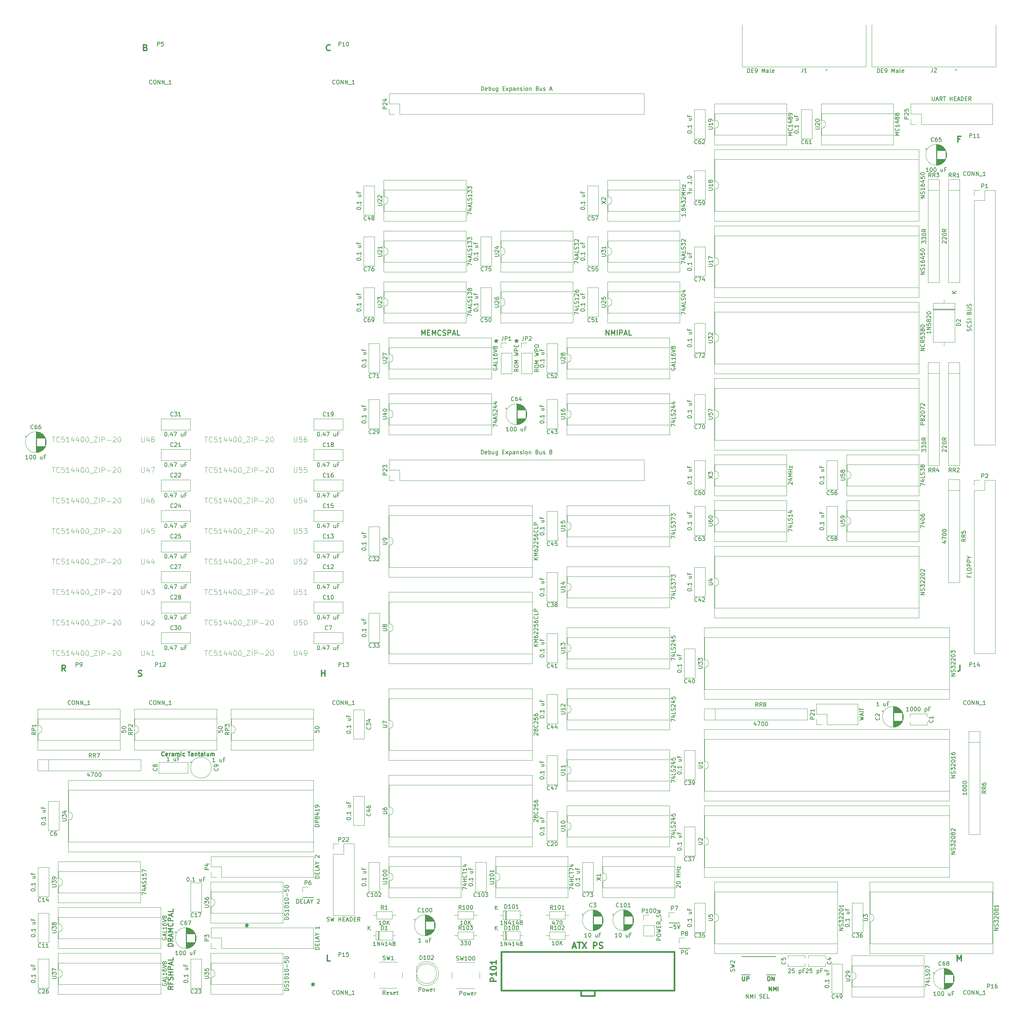
<source format=gbr>
%TF.GenerationSoftware,KiCad,Pcbnew,(6.0.11)*%
%TF.CreationDate,2024-06-16T13:35:34-04:00*%
%TF.ProjectId,NS32016-BC,4e533332-3031-4362-9d42-432e6b696361,rev?*%
%TF.SameCoordinates,Original*%
%TF.FileFunction,Legend,Top*%
%TF.FilePolarity,Positive*%
%FSLAX46Y46*%
G04 Gerber Fmt 4.6, Leading zero omitted, Abs format (unit mm)*
G04 Created by KiCad (PCBNEW (6.0.11)) date 2024-06-16 13:35:34*
%MOMM*%
%LPD*%
G01*
G04 APERTURE LIST*
%ADD10C,0.254000*%
%ADD11C,0.300000*%
%ADD12C,0.150000*%
%ADD13C,0.304800*%
%ADD14C,0.088900*%
%ADD15C,0.120000*%
%ADD16C,0.381000*%
G04 APERTURE END LIST*
D10*
X308132238Y-372569619D02*
X308132238Y-371553619D01*
X308712809Y-372569619D01*
X308712809Y-371553619D01*
X309196619Y-372569619D02*
X309196619Y-371553619D01*
X309535285Y-372279333D01*
X309873952Y-371553619D01*
X309873952Y-372569619D01*
X310357761Y-372569619D02*
X310357761Y-371553619D01*
D11*
X240030000Y-209998571D02*
X240030000Y-210355714D01*
X239672857Y-210212857D02*
X240030000Y-210355714D01*
X240387142Y-210212857D01*
X239815714Y-210641428D02*
X240030000Y-210355714D01*
X240244285Y-210641428D01*
X194310000Y-370653571D02*
X194310000Y-371010714D01*
X193952857Y-370867857D02*
X194310000Y-371010714D01*
X194667142Y-370867857D01*
X194095714Y-371296428D02*
X194310000Y-371010714D01*
X194524285Y-371296428D01*
D10*
X157135285Y-313798857D02*
X157086904Y-313847238D01*
X156941761Y-313895619D01*
X156845000Y-313895619D01*
X156699857Y-313847238D01*
X156603095Y-313750476D01*
X156554714Y-313653714D01*
X156506333Y-313460190D01*
X156506333Y-313315047D01*
X156554714Y-313121523D01*
X156603095Y-313024761D01*
X156699857Y-312928000D01*
X156845000Y-312879619D01*
X156941761Y-312879619D01*
X157086904Y-312928000D01*
X157135285Y-312976380D01*
X157957761Y-313847238D02*
X157861000Y-313895619D01*
X157667476Y-313895619D01*
X157570714Y-313847238D01*
X157522333Y-313750476D01*
X157522333Y-313363428D01*
X157570714Y-313266666D01*
X157667476Y-313218285D01*
X157861000Y-313218285D01*
X157957761Y-313266666D01*
X158006142Y-313363428D01*
X158006142Y-313460190D01*
X157522333Y-313556952D01*
X158441571Y-313895619D02*
X158441571Y-313218285D01*
X158441571Y-313411809D02*
X158489952Y-313315047D01*
X158538333Y-313266666D01*
X158635095Y-313218285D01*
X158731857Y-313218285D01*
X159505952Y-313895619D02*
X159505952Y-313363428D01*
X159457571Y-313266666D01*
X159360809Y-313218285D01*
X159167285Y-313218285D01*
X159070523Y-313266666D01*
X159505952Y-313847238D02*
X159409190Y-313895619D01*
X159167285Y-313895619D01*
X159070523Y-313847238D01*
X159022142Y-313750476D01*
X159022142Y-313653714D01*
X159070523Y-313556952D01*
X159167285Y-313508571D01*
X159409190Y-313508571D01*
X159505952Y-313460190D01*
X159989761Y-313895619D02*
X159989761Y-313218285D01*
X159989761Y-313315047D02*
X160038142Y-313266666D01*
X160134904Y-313218285D01*
X160280047Y-313218285D01*
X160376809Y-313266666D01*
X160425190Y-313363428D01*
X160425190Y-313895619D01*
X160425190Y-313363428D02*
X160473571Y-313266666D01*
X160570333Y-313218285D01*
X160715476Y-313218285D01*
X160812238Y-313266666D01*
X160860619Y-313363428D01*
X160860619Y-313895619D01*
X161344428Y-313895619D02*
X161344428Y-313218285D01*
X161344428Y-312879619D02*
X161296047Y-312928000D01*
X161344428Y-312976380D01*
X161392809Y-312928000D01*
X161344428Y-312879619D01*
X161344428Y-312976380D01*
X162263666Y-313847238D02*
X162166904Y-313895619D01*
X161973380Y-313895619D01*
X161876619Y-313847238D01*
X161828238Y-313798857D01*
X161779857Y-313702095D01*
X161779857Y-313411809D01*
X161828238Y-313315047D01*
X161876619Y-313266666D01*
X161973380Y-313218285D01*
X162166904Y-313218285D01*
X162263666Y-313266666D01*
X307811714Y-370029619D02*
X307811714Y-369013619D01*
X308053619Y-369013619D01*
X308198761Y-369062000D01*
X308295523Y-369158761D01*
X308343904Y-369255523D01*
X308392285Y-369449047D01*
X308392285Y-369594190D01*
X308343904Y-369787714D01*
X308295523Y-369884476D01*
X308198761Y-369981238D01*
X308053619Y-370029619D01*
X307811714Y-370029619D01*
X308827714Y-370029619D02*
X308827714Y-369013619D01*
X309408285Y-370029619D01*
X309408285Y-369013619D01*
D11*
X150701428Y-293977142D02*
X150915714Y-294048571D01*
X151272857Y-294048571D01*
X151415714Y-293977142D01*
X151487142Y-293905714D01*
X151558571Y-293762857D01*
X151558571Y-293620000D01*
X151487142Y-293477142D01*
X151415714Y-293405714D01*
X151272857Y-293334285D01*
X150987142Y-293262857D01*
X150844285Y-293191428D01*
X150772857Y-293120000D01*
X150701428Y-292977142D01*
X150701428Y-292834285D01*
X150772857Y-292691428D01*
X150844285Y-292620000D01*
X150987142Y-292548571D01*
X151344285Y-292548571D01*
X151558571Y-292620000D01*
D10*
X221403333Y-208854523D02*
X221403333Y-207584523D01*
X221826666Y-208491666D01*
X222250000Y-207584523D01*
X222250000Y-208854523D01*
X222854761Y-208189285D02*
X223278095Y-208189285D01*
X223459523Y-208854523D02*
X222854761Y-208854523D01*
X222854761Y-207584523D01*
X223459523Y-207584523D01*
X224003809Y-208854523D02*
X224003809Y-207584523D01*
X224427142Y-208491666D01*
X224850476Y-207584523D01*
X224850476Y-208854523D01*
X226180952Y-208733571D02*
X226120476Y-208794047D01*
X225939047Y-208854523D01*
X225818095Y-208854523D01*
X225636666Y-208794047D01*
X225515714Y-208673095D01*
X225455238Y-208552142D01*
X225394761Y-208310238D01*
X225394761Y-208128809D01*
X225455238Y-207886904D01*
X225515714Y-207765952D01*
X225636666Y-207645000D01*
X225818095Y-207584523D01*
X225939047Y-207584523D01*
X226120476Y-207645000D01*
X226180952Y-207705476D01*
X226664761Y-208794047D02*
X226846190Y-208854523D01*
X227148571Y-208854523D01*
X227269523Y-208794047D01*
X227330000Y-208733571D01*
X227390476Y-208612619D01*
X227390476Y-208491666D01*
X227330000Y-208370714D01*
X227269523Y-208310238D01*
X227148571Y-208249761D01*
X226906666Y-208189285D01*
X226785714Y-208128809D01*
X226725238Y-208068333D01*
X226664761Y-207947380D01*
X226664761Y-207826428D01*
X226725238Y-207705476D01*
X226785714Y-207645000D01*
X226906666Y-207584523D01*
X227209047Y-207584523D01*
X227390476Y-207645000D01*
X227934761Y-208854523D02*
X227934761Y-207584523D01*
X228418571Y-207584523D01*
X228539523Y-207645000D01*
X228600000Y-207705476D01*
X228660476Y-207826428D01*
X228660476Y-208007857D01*
X228600000Y-208128809D01*
X228539523Y-208189285D01*
X228418571Y-208249761D01*
X227934761Y-208249761D01*
X229144285Y-208491666D02*
X229749047Y-208491666D01*
X229023333Y-208854523D02*
X229446666Y-207584523D01*
X229870000Y-208854523D01*
X230898095Y-208854523D02*
X230293333Y-208854523D01*
X230293333Y-207584523D01*
D11*
X355814285Y-291278571D02*
X355814285Y-292350000D01*
X355742857Y-292564285D01*
X355600000Y-292707142D01*
X355385714Y-292778571D01*
X355242857Y-292778571D01*
D10*
X159324523Y-371414523D02*
X158719761Y-371837857D01*
X159324523Y-372140238D02*
X158054523Y-372140238D01*
X158054523Y-371656428D01*
X158115000Y-371535476D01*
X158175476Y-371475000D01*
X158296428Y-371414523D01*
X158477857Y-371414523D01*
X158598809Y-371475000D01*
X158659285Y-371535476D01*
X158719761Y-371656428D01*
X158719761Y-372140238D01*
X158659285Y-370446904D02*
X158659285Y-370870238D01*
X159324523Y-370870238D02*
X158054523Y-370870238D01*
X158054523Y-370265476D01*
X159264047Y-369842142D02*
X159324523Y-369660714D01*
X159324523Y-369358333D01*
X159264047Y-369237380D01*
X159203571Y-369176904D01*
X159082619Y-369116428D01*
X158961666Y-369116428D01*
X158840714Y-369176904D01*
X158780238Y-369237380D01*
X158719761Y-369358333D01*
X158659285Y-369600238D01*
X158598809Y-369721190D01*
X158538333Y-369781666D01*
X158417380Y-369842142D01*
X158296428Y-369842142D01*
X158175476Y-369781666D01*
X158115000Y-369721190D01*
X158054523Y-369600238D01*
X158054523Y-369297857D01*
X158115000Y-369116428D01*
X159324523Y-368572142D02*
X158054523Y-368572142D01*
X158659285Y-368572142D02*
X158659285Y-367846428D01*
X159324523Y-367846428D02*
X158054523Y-367846428D01*
X159324523Y-367241666D02*
X158054523Y-367241666D01*
X158054523Y-366757857D01*
X158115000Y-366636904D01*
X158175476Y-366576428D01*
X158296428Y-366515952D01*
X158477857Y-366515952D01*
X158598809Y-366576428D01*
X158659285Y-366636904D01*
X158719761Y-366757857D01*
X158719761Y-367241666D01*
X158961666Y-366032142D02*
X158961666Y-365427380D01*
X159324523Y-366153095D02*
X158054523Y-365729761D01*
X159324523Y-365306428D01*
X159324523Y-364278333D02*
X159324523Y-364883095D01*
X158054523Y-364883095D01*
D11*
X355814285Y-159912857D02*
X355314285Y-159912857D01*
X355314285Y-160698571D02*
X355314285Y-159198571D01*
X356028571Y-159198571D01*
D10*
X301461714Y-369013619D02*
X301461714Y-369836095D01*
X301510095Y-369932857D01*
X301558476Y-369981238D01*
X301655238Y-370029619D01*
X301848761Y-370029619D01*
X301945523Y-369981238D01*
X301993904Y-369932857D01*
X302042285Y-369836095D01*
X302042285Y-369013619D01*
X302526095Y-370029619D02*
X302526095Y-369013619D01*
X302913142Y-369013619D01*
X303009904Y-369062000D01*
X303058285Y-369110380D01*
X303106666Y-369207142D01*
X303106666Y-369352285D01*
X303058285Y-369449047D01*
X303009904Y-369497428D01*
X302913142Y-369545809D01*
X302526095Y-369545809D01*
D11*
X245110000Y-209998571D02*
X245110000Y-210355714D01*
X244752857Y-210212857D02*
X245110000Y-210355714D01*
X245467142Y-210212857D01*
X244895714Y-210641428D02*
X245110000Y-210355714D01*
X245324285Y-210641428D01*
X198584285Y-137695714D02*
X198512857Y-137767142D01*
X198298571Y-137838571D01*
X198155714Y-137838571D01*
X197941428Y-137767142D01*
X197798571Y-137624285D01*
X197727142Y-137481428D01*
X197655714Y-137195714D01*
X197655714Y-136981428D01*
X197727142Y-136695714D01*
X197798571Y-136552857D01*
X197941428Y-136410000D01*
X198155714Y-136338571D01*
X198298571Y-136338571D01*
X198512857Y-136410000D01*
X198584285Y-136481428D01*
X198584285Y-365168571D02*
X197870000Y-365168571D01*
X197870000Y-363668571D01*
D10*
X163007523Y-312879619D02*
X163588095Y-312879619D01*
X163297809Y-313895619D02*
X163297809Y-312879619D01*
X164362190Y-313895619D02*
X164362190Y-313363428D01*
X164313809Y-313266666D01*
X164217047Y-313218285D01*
X164023523Y-313218285D01*
X163926761Y-313266666D01*
X164362190Y-313847238D02*
X164265428Y-313895619D01*
X164023523Y-313895619D01*
X163926761Y-313847238D01*
X163878380Y-313750476D01*
X163878380Y-313653714D01*
X163926761Y-313556952D01*
X164023523Y-313508571D01*
X164265428Y-313508571D01*
X164362190Y-313460190D01*
X164846000Y-313218285D02*
X164846000Y-313895619D01*
X164846000Y-313315047D02*
X164894380Y-313266666D01*
X164991142Y-313218285D01*
X165136285Y-313218285D01*
X165233047Y-313266666D01*
X165281428Y-313363428D01*
X165281428Y-313895619D01*
X165620095Y-313218285D02*
X166007142Y-313218285D01*
X165765238Y-312879619D02*
X165765238Y-313750476D01*
X165813619Y-313847238D01*
X165910380Y-313895619D01*
X166007142Y-313895619D01*
X166781238Y-313895619D02*
X166781238Y-313363428D01*
X166732857Y-313266666D01*
X166636095Y-313218285D01*
X166442571Y-313218285D01*
X166345809Y-313266666D01*
X166781238Y-313847238D02*
X166684476Y-313895619D01*
X166442571Y-313895619D01*
X166345809Y-313847238D01*
X166297428Y-313750476D01*
X166297428Y-313653714D01*
X166345809Y-313556952D01*
X166442571Y-313508571D01*
X166684476Y-313508571D01*
X166781238Y-313460190D01*
X167410190Y-313895619D02*
X167313428Y-313847238D01*
X167265047Y-313750476D01*
X167265047Y-312879619D01*
X168232666Y-313218285D02*
X168232666Y-313895619D01*
X167797238Y-313218285D02*
X167797238Y-313750476D01*
X167845619Y-313847238D01*
X167942380Y-313895619D01*
X168087523Y-313895619D01*
X168184285Y-313847238D01*
X168232666Y-313798857D01*
X168716476Y-313895619D02*
X168716476Y-313218285D01*
X168716476Y-313315047D02*
X168764857Y-313266666D01*
X168861619Y-313218285D01*
X169006761Y-313218285D01*
X169103523Y-313266666D01*
X169151904Y-313363428D01*
X169151904Y-313895619D01*
X169151904Y-313363428D02*
X169200285Y-313266666D01*
X169297047Y-313218285D01*
X169442190Y-313218285D01*
X169538952Y-313266666D01*
X169587333Y-313363428D01*
X169587333Y-313895619D01*
X267425714Y-208854523D02*
X267425714Y-207584523D01*
X268151428Y-208854523D01*
X268151428Y-207584523D01*
X268756190Y-208854523D02*
X268756190Y-207584523D01*
X269179523Y-208491666D01*
X269602857Y-207584523D01*
X269602857Y-208854523D01*
X270207619Y-208854523D02*
X270207619Y-207584523D01*
X270812380Y-208854523D02*
X270812380Y-207584523D01*
X271296190Y-207584523D01*
X271417142Y-207645000D01*
X271477619Y-207705476D01*
X271538095Y-207826428D01*
X271538095Y-208007857D01*
X271477619Y-208128809D01*
X271417142Y-208189285D01*
X271296190Y-208249761D01*
X270812380Y-208249761D01*
X272021904Y-208491666D02*
X272626666Y-208491666D01*
X271900952Y-208854523D02*
X272324285Y-207584523D01*
X272747619Y-208854523D01*
X273775714Y-208854523D02*
X273170952Y-208854523D01*
X273170952Y-207584523D01*
D11*
X177800000Y-355921571D02*
X177800000Y-356278714D01*
X177442857Y-356135857D02*
X177800000Y-356278714D01*
X178157142Y-356135857D01*
X177585714Y-356564428D02*
X177800000Y-356278714D01*
X178014285Y-356564428D01*
X196421428Y-294048571D02*
X196421428Y-292548571D01*
X196421428Y-293262857D02*
X197278571Y-293262857D01*
X197278571Y-294048571D02*
X197278571Y-292548571D01*
X355100000Y-365168571D02*
X355100000Y-363668571D01*
X355600000Y-364740000D01*
X356100000Y-363668571D01*
X356100000Y-365168571D01*
X152507142Y-137052857D02*
X152721428Y-137124285D01*
X152792857Y-137195714D01*
X152864285Y-137338571D01*
X152864285Y-137552857D01*
X152792857Y-137695714D01*
X152721428Y-137767142D01*
X152578571Y-137838571D01*
X152007142Y-137838571D01*
X152007142Y-136338571D01*
X152507142Y-136338571D01*
X152650000Y-136410000D01*
X152721428Y-136481428D01*
X152792857Y-136624285D01*
X152792857Y-136767142D01*
X152721428Y-136910000D01*
X152650000Y-136981428D01*
X152507142Y-137052857D01*
X152007142Y-137052857D01*
X132544285Y-292778571D02*
X132044285Y-292064285D01*
X131687142Y-292778571D02*
X131687142Y-291278571D01*
X132258571Y-291278571D01*
X132401428Y-291350000D01*
X132472857Y-291421428D01*
X132544285Y-291564285D01*
X132544285Y-291778571D01*
X132472857Y-291921428D01*
X132401428Y-291992857D01*
X132258571Y-292064285D01*
X131687142Y-292064285D01*
D10*
X159324523Y-361435952D02*
X158054523Y-361435952D01*
X158054523Y-361133571D01*
X158115000Y-360952142D01*
X158235952Y-360831190D01*
X158356904Y-360770714D01*
X158598809Y-360710238D01*
X158780238Y-360710238D01*
X159022142Y-360770714D01*
X159143095Y-360831190D01*
X159264047Y-360952142D01*
X159324523Y-361133571D01*
X159324523Y-361435952D01*
X159324523Y-359440238D02*
X158719761Y-359863571D01*
X159324523Y-360165952D02*
X158054523Y-360165952D01*
X158054523Y-359682142D01*
X158115000Y-359561190D01*
X158175476Y-359500714D01*
X158296428Y-359440238D01*
X158477857Y-359440238D01*
X158598809Y-359500714D01*
X158659285Y-359561190D01*
X158719761Y-359682142D01*
X158719761Y-360165952D01*
X158961666Y-358956428D02*
X158961666Y-358351666D01*
X159324523Y-359077380D02*
X158054523Y-358654047D01*
X159324523Y-358230714D01*
X159324523Y-357807380D02*
X158054523Y-357807380D01*
X158961666Y-357384047D01*
X158054523Y-356960714D01*
X159324523Y-356960714D01*
X159203571Y-355630238D02*
X159264047Y-355690714D01*
X159324523Y-355872142D01*
X159324523Y-355993095D01*
X159264047Y-356174523D01*
X159143095Y-356295476D01*
X159022142Y-356355952D01*
X158780238Y-356416428D01*
X158598809Y-356416428D01*
X158356904Y-356355952D01*
X158235952Y-356295476D01*
X158115000Y-356174523D01*
X158054523Y-355993095D01*
X158054523Y-355872142D01*
X158115000Y-355690714D01*
X158175476Y-355630238D01*
X159324523Y-355085952D02*
X158054523Y-355085952D01*
X158054523Y-354602142D01*
X158115000Y-354481190D01*
X158175476Y-354420714D01*
X158296428Y-354360238D01*
X158477857Y-354360238D01*
X158598809Y-354420714D01*
X158659285Y-354481190D01*
X158719761Y-354602142D01*
X158719761Y-355085952D01*
X158961666Y-353876428D02*
X158961666Y-353271666D01*
X159324523Y-353997380D02*
X158054523Y-353574047D01*
X159324523Y-353150714D01*
X159324523Y-352122619D02*
X159324523Y-352727380D01*
X158054523Y-352727380D01*
D12*
%TO.C,C1*%
X348972142Y-304966666D02*
X349019761Y-305014285D01*
X349067380Y-305157142D01*
X349067380Y-305252380D01*
X349019761Y-305395238D01*
X348924523Y-305490476D01*
X348829285Y-305538095D01*
X348638809Y-305585714D01*
X348495952Y-305585714D01*
X348305476Y-305538095D01*
X348210238Y-305490476D01*
X348115000Y-305395238D01*
X348067380Y-305252380D01*
X348067380Y-305157142D01*
X348115000Y-305014285D01*
X348162619Y-304966666D01*
X349067380Y-304014285D02*
X349067380Y-304585714D01*
X349067380Y-304300000D02*
X348067380Y-304300000D01*
X348210238Y-304395238D01*
X348305476Y-304490476D01*
X348353095Y-304585714D01*
X343015238Y-302712380D02*
X342443809Y-302712380D01*
X342729523Y-302712380D02*
X342729523Y-301712380D01*
X342634285Y-301855238D01*
X342539047Y-301950476D01*
X342443809Y-301998095D01*
X343634285Y-301712380D02*
X343729523Y-301712380D01*
X343824761Y-301760000D01*
X343872380Y-301807619D01*
X343920000Y-301902857D01*
X343967619Y-302093333D01*
X343967619Y-302331428D01*
X343920000Y-302521904D01*
X343872380Y-302617142D01*
X343824761Y-302664761D01*
X343729523Y-302712380D01*
X343634285Y-302712380D01*
X343539047Y-302664761D01*
X343491428Y-302617142D01*
X343443809Y-302521904D01*
X343396190Y-302331428D01*
X343396190Y-302093333D01*
X343443809Y-301902857D01*
X343491428Y-301807619D01*
X343539047Y-301760000D01*
X343634285Y-301712380D01*
X344586666Y-301712380D02*
X344681904Y-301712380D01*
X344777142Y-301760000D01*
X344824761Y-301807619D01*
X344872380Y-301902857D01*
X344920000Y-302093333D01*
X344920000Y-302331428D01*
X344872380Y-302521904D01*
X344824761Y-302617142D01*
X344777142Y-302664761D01*
X344681904Y-302712380D01*
X344586666Y-302712380D01*
X344491428Y-302664761D01*
X344443809Y-302617142D01*
X344396190Y-302521904D01*
X344348571Y-302331428D01*
X344348571Y-302093333D01*
X344396190Y-301902857D01*
X344443809Y-301807619D01*
X344491428Y-301760000D01*
X344586666Y-301712380D01*
X345539047Y-301712380D02*
X345634285Y-301712380D01*
X345729523Y-301760000D01*
X345777142Y-301807619D01*
X345824761Y-301902857D01*
X345872380Y-302093333D01*
X345872380Y-302331428D01*
X345824761Y-302521904D01*
X345777142Y-302617142D01*
X345729523Y-302664761D01*
X345634285Y-302712380D01*
X345539047Y-302712380D01*
X345443809Y-302664761D01*
X345396190Y-302617142D01*
X345348571Y-302521904D01*
X345300952Y-302331428D01*
X345300952Y-302093333D01*
X345348571Y-301902857D01*
X345396190Y-301807619D01*
X345443809Y-301760000D01*
X345539047Y-301712380D01*
X347062857Y-302045714D02*
X347062857Y-303045714D01*
X347062857Y-302093333D02*
X347158095Y-302045714D01*
X347348571Y-302045714D01*
X347443809Y-302093333D01*
X347491428Y-302140952D01*
X347539047Y-302236190D01*
X347539047Y-302521904D01*
X347491428Y-302617142D01*
X347443809Y-302664761D01*
X347348571Y-302712380D01*
X347158095Y-302712380D01*
X347062857Y-302664761D01*
X348300952Y-302188571D02*
X347967619Y-302188571D01*
X347967619Y-302712380D02*
X347967619Y-301712380D01*
X348443809Y-301712380D01*
%TO.C,C2*%
X335637142Y-304331666D02*
X335684761Y-304379285D01*
X335732380Y-304522142D01*
X335732380Y-304617380D01*
X335684761Y-304760238D01*
X335589523Y-304855476D01*
X335494285Y-304903095D01*
X335303809Y-304950714D01*
X335160952Y-304950714D01*
X334970476Y-304903095D01*
X334875238Y-304855476D01*
X334780000Y-304760238D01*
X334732380Y-304617380D01*
X334732380Y-304522142D01*
X334780000Y-304379285D01*
X334827619Y-304331666D01*
X334827619Y-303950714D02*
X334780000Y-303903095D01*
X334732380Y-303807857D01*
X334732380Y-303569761D01*
X334780000Y-303474523D01*
X334827619Y-303426904D01*
X334922857Y-303379285D01*
X335018095Y-303379285D01*
X335160952Y-303426904D01*
X335732380Y-303998333D01*
X335732380Y-303379285D01*
X335573809Y-301442380D02*
X335002380Y-301442380D01*
X335288095Y-301442380D02*
X335288095Y-300442380D01*
X335192857Y-300585238D01*
X335097619Y-300680476D01*
X335002380Y-300728095D01*
X337192857Y-300775714D02*
X337192857Y-301442380D01*
X336764285Y-300775714D02*
X336764285Y-301299523D01*
X336811904Y-301394761D01*
X336907142Y-301442380D01*
X337050000Y-301442380D01*
X337145238Y-301394761D01*
X337192857Y-301347142D01*
X338002380Y-300918571D02*
X337669047Y-300918571D01*
X337669047Y-301442380D02*
X337669047Y-300442380D01*
X338145238Y-300442380D01*
%TO.C,C3*%
X263973333Y-351567142D02*
X263925714Y-351614761D01*
X263782857Y-351662380D01*
X263687619Y-351662380D01*
X263544761Y-351614761D01*
X263449523Y-351519523D01*
X263401904Y-351424285D01*
X263354285Y-351233809D01*
X263354285Y-351090952D01*
X263401904Y-350900476D01*
X263449523Y-350805238D01*
X263544761Y-350710000D01*
X263687619Y-350662380D01*
X263782857Y-350662380D01*
X263925714Y-350710000D01*
X263973333Y-350757619D01*
X264306666Y-350662380D02*
X264925714Y-350662380D01*
X264592380Y-351043333D01*
X264735238Y-351043333D01*
X264830476Y-351090952D01*
X264878095Y-351138571D01*
X264925714Y-351233809D01*
X264925714Y-351471904D01*
X264878095Y-351567142D01*
X264830476Y-351614761D01*
X264735238Y-351662380D01*
X264449523Y-351662380D01*
X264354285Y-351614761D01*
X264306666Y-351567142D01*
X262687619Y-359162380D02*
X262116190Y-359162380D01*
X262401904Y-359162380D02*
X262401904Y-358162380D01*
X262306666Y-358305238D01*
X262211428Y-358400476D01*
X262116190Y-358448095D01*
X263306666Y-358162380D02*
X263401904Y-358162380D01*
X263497142Y-358210000D01*
X263544761Y-358257619D01*
X263592380Y-358352857D01*
X263640000Y-358543333D01*
X263640000Y-358781428D01*
X263592380Y-358971904D01*
X263544761Y-359067142D01*
X263497142Y-359114761D01*
X263401904Y-359162380D01*
X263306666Y-359162380D01*
X263211428Y-359114761D01*
X263163809Y-359067142D01*
X263116190Y-358971904D01*
X263068571Y-358781428D01*
X263068571Y-358543333D01*
X263116190Y-358352857D01*
X263163809Y-358257619D01*
X263211428Y-358210000D01*
X263306666Y-358162380D01*
X265259047Y-358495714D02*
X265259047Y-359162380D01*
X264830476Y-358495714D02*
X264830476Y-359019523D01*
X264878095Y-359114761D01*
X264973333Y-359162380D01*
X265116190Y-359162380D01*
X265211428Y-359114761D01*
X265259047Y-359067142D01*
X266068571Y-358638571D02*
X265735238Y-358638571D01*
X265735238Y-359162380D02*
X265735238Y-358162380D01*
X266211428Y-358162380D01*
%TO.C,C4*%
X323572142Y-365291666D02*
X323619761Y-365339285D01*
X323667380Y-365482142D01*
X323667380Y-365577380D01*
X323619761Y-365720238D01*
X323524523Y-365815476D01*
X323429285Y-365863095D01*
X323238809Y-365910714D01*
X323095952Y-365910714D01*
X322905476Y-365863095D01*
X322810238Y-365815476D01*
X322715000Y-365720238D01*
X322667380Y-365577380D01*
X322667380Y-365482142D01*
X322715000Y-365339285D01*
X322762619Y-365291666D01*
X323000714Y-364434523D02*
X323667380Y-364434523D01*
X322619761Y-364672619D02*
X323334047Y-364910714D01*
X323334047Y-364291666D01*
X317381190Y-367172619D02*
X317428809Y-367125000D01*
X317524047Y-367077380D01*
X317762142Y-367077380D01*
X317857380Y-367125000D01*
X317905000Y-367172619D01*
X317952619Y-367267857D01*
X317952619Y-367363095D01*
X317905000Y-367505952D01*
X317333571Y-368077380D01*
X317952619Y-368077380D01*
X318857380Y-367077380D02*
X318381190Y-367077380D01*
X318333571Y-367553571D01*
X318381190Y-367505952D01*
X318476428Y-367458333D01*
X318714523Y-367458333D01*
X318809761Y-367505952D01*
X318857380Y-367553571D01*
X318905000Y-367648809D01*
X318905000Y-367886904D01*
X318857380Y-367982142D01*
X318809761Y-368029761D01*
X318714523Y-368077380D01*
X318476428Y-368077380D01*
X318381190Y-368029761D01*
X318333571Y-367982142D01*
X320095476Y-367410714D02*
X320095476Y-368410714D01*
X320095476Y-367458333D02*
X320190714Y-367410714D01*
X320381190Y-367410714D01*
X320476428Y-367458333D01*
X320524047Y-367505952D01*
X320571666Y-367601190D01*
X320571666Y-367886904D01*
X320524047Y-367982142D01*
X320476428Y-368029761D01*
X320381190Y-368077380D01*
X320190714Y-368077380D01*
X320095476Y-368029761D01*
X321333571Y-367553571D02*
X321000238Y-367553571D01*
X321000238Y-368077380D02*
X321000238Y-367077380D01*
X321476428Y-367077380D01*
%TO.C,C5*%
X312142142Y-365291666D02*
X312189761Y-365339285D01*
X312237380Y-365482142D01*
X312237380Y-365577380D01*
X312189761Y-365720238D01*
X312094523Y-365815476D01*
X311999285Y-365863095D01*
X311808809Y-365910714D01*
X311665952Y-365910714D01*
X311475476Y-365863095D01*
X311380238Y-365815476D01*
X311285000Y-365720238D01*
X311237380Y-365577380D01*
X311237380Y-365482142D01*
X311285000Y-365339285D01*
X311332619Y-365291666D01*
X311237380Y-364386904D02*
X311237380Y-364863095D01*
X311713571Y-364910714D01*
X311665952Y-364863095D01*
X311618333Y-364767857D01*
X311618333Y-364529761D01*
X311665952Y-364434523D01*
X311713571Y-364386904D01*
X311808809Y-364339285D01*
X312046904Y-364339285D01*
X312142142Y-364386904D01*
X312189761Y-364434523D01*
X312237380Y-364529761D01*
X312237380Y-364767857D01*
X312189761Y-364863095D01*
X312142142Y-364910714D01*
X312956190Y-367212619D02*
X313003809Y-367165000D01*
X313099047Y-367117380D01*
X313337142Y-367117380D01*
X313432380Y-367165000D01*
X313480000Y-367212619D01*
X313527619Y-367307857D01*
X313527619Y-367403095D01*
X313480000Y-367545952D01*
X312908571Y-368117380D01*
X313527619Y-368117380D01*
X314432380Y-367117380D02*
X313956190Y-367117380D01*
X313908571Y-367593571D01*
X313956190Y-367545952D01*
X314051428Y-367498333D01*
X314289523Y-367498333D01*
X314384761Y-367545952D01*
X314432380Y-367593571D01*
X314480000Y-367688809D01*
X314480000Y-367926904D01*
X314432380Y-368022142D01*
X314384761Y-368069761D01*
X314289523Y-368117380D01*
X314051428Y-368117380D01*
X313956190Y-368069761D01*
X313908571Y-368022142D01*
X315670476Y-367450714D02*
X315670476Y-368450714D01*
X315670476Y-367498333D02*
X315765714Y-367450714D01*
X315956190Y-367450714D01*
X316051428Y-367498333D01*
X316099047Y-367545952D01*
X316146666Y-367641190D01*
X316146666Y-367926904D01*
X316099047Y-368022142D01*
X316051428Y-368069761D01*
X315956190Y-368117380D01*
X315765714Y-368117380D01*
X315670476Y-368069761D01*
X316908571Y-367593571D02*
X316575238Y-367593571D01*
X316575238Y-368117380D02*
X316575238Y-367117380D01*
X317051428Y-367117380D01*
%TO.C,C8*%
X155297142Y-317031666D02*
X155344761Y-317079285D01*
X155392380Y-317222142D01*
X155392380Y-317317380D01*
X155344761Y-317460238D01*
X155249523Y-317555476D01*
X155154285Y-317603095D01*
X154963809Y-317650714D01*
X154820952Y-317650714D01*
X154630476Y-317603095D01*
X154535238Y-317555476D01*
X154440000Y-317460238D01*
X154392380Y-317317380D01*
X154392380Y-317222142D01*
X154440000Y-317079285D01*
X154487619Y-317031666D01*
X154820952Y-316460238D02*
X154773333Y-316555476D01*
X154725714Y-316603095D01*
X154630476Y-316650714D01*
X154582857Y-316650714D01*
X154487619Y-316603095D01*
X154440000Y-316555476D01*
X154392380Y-316460238D01*
X154392380Y-316269761D01*
X154440000Y-316174523D01*
X154487619Y-316126904D01*
X154582857Y-316079285D01*
X154630476Y-316079285D01*
X154725714Y-316126904D01*
X154773333Y-316174523D01*
X154820952Y-316269761D01*
X154820952Y-316460238D01*
X154868571Y-316555476D01*
X154916190Y-316603095D01*
X155011428Y-316650714D01*
X155201904Y-316650714D01*
X155297142Y-316603095D01*
X155344761Y-316555476D01*
X155392380Y-316460238D01*
X155392380Y-316269761D01*
X155344761Y-316174523D01*
X155297142Y-316126904D01*
X155201904Y-316079285D01*
X155011428Y-316079285D01*
X154916190Y-316126904D01*
X154868571Y-316174523D01*
X154820952Y-316269761D01*
X158448809Y-315158380D02*
X157877380Y-315158380D01*
X158163095Y-315158380D02*
X158163095Y-314158380D01*
X158067857Y-314301238D01*
X157972619Y-314396476D01*
X157877380Y-314444095D01*
X160067857Y-314491714D02*
X160067857Y-315158380D01*
X159639285Y-314491714D02*
X159639285Y-315015523D01*
X159686904Y-315110761D01*
X159782142Y-315158380D01*
X159925000Y-315158380D01*
X160020238Y-315110761D01*
X160067857Y-315063142D01*
X160877380Y-314634571D02*
X160544047Y-314634571D01*
X160544047Y-315158380D02*
X160544047Y-314158380D01*
X161020238Y-314158380D01*
%TO.C,C9*%
X170537142Y-317031666D02*
X170584761Y-317079285D01*
X170632380Y-317222142D01*
X170632380Y-317317380D01*
X170584761Y-317460238D01*
X170489523Y-317555476D01*
X170394285Y-317603095D01*
X170203809Y-317650714D01*
X170060952Y-317650714D01*
X169870476Y-317603095D01*
X169775238Y-317555476D01*
X169680000Y-317460238D01*
X169632380Y-317317380D01*
X169632380Y-317222142D01*
X169680000Y-317079285D01*
X169727619Y-317031666D01*
X170632380Y-316555476D02*
X170632380Y-316365000D01*
X170584761Y-316269761D01*
X170537142Y-316222142D01*
X170394285Y-316126904D01*
X170203809Y-316079285D01*
X169822857Y-316079285D01*
X169727619Y-316126904D01*
X169680000Y-316174523D01*
X169632380Y-316269761D01*
X169632380Y-316460238D01*
X169680000Y-316555476D01*
X169727619Y-316603095D01*
X169822857Y-316650714D01*
X170060952Y-316650714D01*
X170156190Y-316603095D01*
X170203809Y-316555476D01*
X170251428Y-316460238D01*
X170251428Y-316269761D01*
X170203809Y-316174523D01*
X170156190Y-316126904D01*
X170060952Y-316079285D01*
X169838809Y-315412380D02*
X169267380Y-315412380D01*
X169553095Y-315412380D02*
X169553095Y-314412380D01*
X169457857Y-314555238D01*
X169362619Y-314650476D01*
X169267380Y-314698095D01*
X171457857Y-314745714D02*
X171457857Y-315412380D01*
X171029285Y-314745714D02*
X171029285Y-315269523D01*
X171076904Y-315364761D01*
X171172142Y-315412380D01*
X171315000Y-315412380D01*
X171410238Y-315364761D01*
X171457857Y-315317142D01*
X172267380Y-314888571D02*
X171934047Y-314888571D01*
X171934047Y-315412380D02*
X171934047Y-314412380D01*
X172410238Y-314412380D01*
%TO.C,C100*%
X221110952Y-352837142D02*
X221063333Y-352884761D01*
X220920476Y-352932380D01*
X220825238Y-352932380D01*
X220682380Y-352884761D01*
X220587142Y-352789523D01*
X220539523Y-352694285D01*
X220491904Y-352503809D01*
X220491904Y-352360952D01*
X220539523Y-352170476D01*
X220587142Y-352075238D01*
X220682380Y-351980000D01*
X220825238Y-351932380D01*
X220920476Y-351932380D01*
X221063333Y-351980000D01*
X221110952Y-352027619D01*
X222063333Y-352932380D02*
X221491904Y-352932380D01*
X221777619Y-352932380D02*
X221777619Y-351932380D01*
X221682380Y-352075238D01*
X221587142Y-352170476D01*
X221491904Y-352218095D01*
X222682380Y-351932380D02*
X222777619Y-351932380D01*
X222872857Y-351980000D01*
X222920476Y-352027619D01*
X222968095Y-352122857D01*
X223015714Y-352313333D01*
X223015714Y-352551428D01*
X222968095Y-352741904D01*
X222920476Y-352837142D01*
X222872857Y-352884761D01*
X222777619Y-352932380D01*
X222682380Y-352932380D01*
X222587142Y-352884761D01*
X222539523Y-352837142D01*
X222491904Y-352741904D01*
X222444285Y-352551428D01*
X222444285Y-352313333D01*
X222491904Y-352122857D01*
X222539523Y-352027619D01*
X222587142Y-351980000D01*
X222682380Y-351932380D01*
X223634761Y-351932380D02*
X223730000Y-351932380D01*
X223825238Y-351980000D01*
X223872857Y-352027619D01*
X223920476Y-352122857D01*
X223968095Y-352313333D01*
X223968095Y-352551428D01*
X223920476Y-352741904D01*
X223872857Y-352837142D01*
X223825238Y-352884761D01*
X223730000Y-352932380D01*
X223634761Y-352932380D01*
X223539523Y-352884761D01*
X223491904Y-352837142D01*
X223444285Y-352741904D01*
X223396666Y-352551428D01*
X223396666Y-352313333D01*
X223444285Y-352122857D01*
X223491904Y-352027619D01*
X223539523Y-351980000D01*
X223634761Y-351932380D01*
X221253809Y-360432380D02*
X220682380Y-360432380D01*
X220968095Y-360432380D02*
X220968095Y-359432380D01*
X220872857Y-359575238D01*
X220777619Y-359670476D01*
X220682380Y-359718095D01*
X222872857Y-359765714D02*
X222872857Y-360432380D01*
X222444285Y-359765714D02*
X222444285Y-360289523D01*
X222491904Y-360384761D01*
X222587142Y-360432380D01*
X222730000Y-360432380D01*
X222825238Y-360384761D01*
X222872857Y-360337142D01*
X223682380Y-359908571D02*
X223349047Y-359908571D01*
X223349047Y-360432380D02*
X223349047Y-359432380D01*
X223825238Y-359432380D01*
%TO.C,C101*%
X270640952Y-351567142D02*
X270593333Y-351614761D01*
X270450476Y-351662380D01*
X270355238Y-351662380D01*
X270212380Y-351614761D01*
X270117142Y-351519523D01*
X270069523Y-351424285D01*
X270021904Y-351233809D01*
X270021904Y-351090952D01*
X270069523Y-350900476D01*
X270117142Y-350805238D01*
X270212380Y-350710000D01*
X270355238Y-350662380D01*
X270450476Y-350662380D01*
X270593333Y-350710000D01*
X270640952Y-350757619D01*
X271593333Y-351662380D02*
X271021904Y-351662380D01*
X271307619Y-351662380D02*
X271307619Y-350662380D01*
X271212380Y-350805238D01*
X271117142Y-350900476D01*
X271021904Y-350948095D01*
X272212380Y-350662380D02*
X272307619Y-350662380D01*
X272402857Y-350710000D01*
X272450476Y-350757619D01*
X272498095Y-350852857D01*
X272545714Y-351043333D01*
X272545714Y-351281428D01*
X272498095Y-351471904D01*
X272450476Y-351567142D01*
X272402857Y-351614761D01*
X272307619Y-351662380D01*
X272212380Y-351662380D01*
X272117142Y-351614761D01*
X272069523Y-351567142D01*
X272021904Y-351471904D01*
X271974285Y-351281428D01*
X271974285Y-351043333D01*
X272021904Y-350852857D01*
X272069523Y-350757619D01*
X272117142Y-350710000D01*
X272212380Y-350662380D01*
X273498095Y-351662380D02*
X272926666Y-351662380D01*
X273212380Y-351662380D02*
X273212380Y-350662380D01*
X273117142Y-350805238D01*
X273021904Y-350900476D01*
X272926666Y-350948095D01*
X270307619Y-359162380D02*
X269736190Y-359162380D01*
X270021904Y-359162380D02*
X270021904Y-358162380D01*
X269926666Y-358305238D01*
X269831428Y-358400476D01*
X269736190Y-358448095D01*
X270926666Y-358162380D02*
X271021904Y-358162380D01*
X271117142Y-358210000D01*
X271164761Y-358257619D01*
X271212380Y-358352857D01*
X271260000Y-358543333D01*
X271260000Y-358781428D01*
X271212380Y-358971904D01*
X271164761Y-359067142D01*
X271117142Y-359114761D01*
X271021904Y-359162380D01*
X270926666Y-359162380D01*
X270831428Y-359114761D01*
X270783809Y-359067142D01*
X270736190Y-358971904D01*
X270688571Y-358781428D01*
X270688571Y-358543333D01*
X270736190Y-358352857D01*
X270783809Y-358257619D01*
X270831428Y-358210000D01*
X270926666Y-358162380D01*
X272879047Y-358495714D02*
X272879047Y-359162380D01*
X272450476Y-358495714D02*
X272450476Y-359019523D01*
X272498095Y-359114761D01*
X272593333Y-359162380D01*
X272736190Y-359162380D01*
X272831428Y-359114761D01*
X272879047Y-359067142D01*
X273688571Y-358638571D02*
X273355238Y-358638571D01*
X273355238Y-359162380D02*
X273355238Y-358162380D01*
X273831428Y-358162380D01*
%TO.C,C102*%
X208430952Y-348972142D02*
X208383333Y-349019761D01*
X208240476Y-349067380D01*
X208145238Y-349067380D01*
X208002380Y-349019761D01*
X207907142Y-348924523D01*
X207859523Y-348829285D01*
X207811904Y-348638809D01*
X207811904Y-348495952D01*
X207859523Y-348305476D01*
X207907142Y-348210238D01*
X208002380Y-348115000D01*
X208145238Y-348067380D01*
X208240476Y-348067380D01*
X208383333Y-348115000D01*
X208430952Y-348162619D01*
X209383333Y-349067380D02*
X208811904Y-349067380D01*
X209097619Y-349067380D02*
X209097619Y-348067380D01*
X209002380Y-348210238D01*
X208907142Y-348305476D01*
X208811904Y-348353095D01*
X210002380Y-348067380D02*
X210097619Y-348067380D01*
X210192857Y-348115000D01*
X210240476Y-348162619D01*
X210288095Y-348257857D01*
X210335714Y-348448333D01*
X210335714Y-348686428D01*
X210288095Y-348876904D01*
X210240476Y-348972142D01*
X210192857Y-349019761D01*
X210097619Y-349067380D01*
X210002380Y-349067380D01*
X209907142Y-349019761D01*
X209859523Y-348972142D01*
X209811904Y-348876904D01*
X209764285Y-348686428D01*
X209764285Y-348448333D01*
X209811904Y-348257857D01*
X209859523Y-348162619D01*
X209907142Y-348115000D01*
X210002380Y-348067380D01*
X210716666Y-348162619D02*
X210764285Y-348115000D01*
X210859523Y-348067380D01*
X211097619Y-348067380D01*
X211192857Y-348115000D01*
X211240476Y-348162619D01*
X211288095Y-348257857D01*
X211288095Y-348353095D01*
X211240476Y-348495952D01*
X210669047Y-349067380D01*
X211288095Y-349067380D01*
X206502380Y-346153809D02*
X206502380Y-346058571D01*
X206550000Y-345963333D01*
X206597619Y-345915714D01*
X206692857Y-345868095D01*
X206883333Y-345820476D01*
X207121428Y-345820476D01*
X207311904Y-345868095D01*
X207407142Y-345915714D01*
X207454761Y-345963333D01*
X207502380Y-346058571D01*
X207502380Y-346153809D01*
X207454761Y-346249047D01*
X207407142Y-346296666D01*
X207311904Y-346344285D01*
X207121428Y-346391904D01*
X206883333Y-346391904D01*
X206692857Y-346344285D01*
X206597619Y-346296666D01*
X206550000Y-346249047D01*
X206502380Y-346153809D01*
X207407142Y-345391904D02*
X207454761Y-345344285D01*
X207502380Y-345391904D01*
X207454761Y-345439523D01*
X207407142Y-345391904D01*
X207502380Y-345391904D01*
X207502380Y-344391904D02*
X207502380Y-344963333D01*
X207502380Y-344677619D02*
X206502380Y-344677619D01*
X206645238Y-344772857D01*
X206740476Y-344868095D01*
X206788095Y-344963333D01*
X206835714Y-342772857D02*
X207502380Y-342772857D01*
X206835714Y-343201428D02*
X207359523Y-343201428D01*
X207454761Y-343153809D01*
X207502380Y-343058571D01*
X207502380Y-342915714D01*
X207454761Y-342820476D01*
X207407142Y-342772857D01*
X206978571Y-341963333D02*
X206978571Y-342296666D01*
X207502380Y-342296666D02*
X206502380Y-342296666D01*
X206502380Y-341820476D01*
%TO.C,C103*%
X235100952Y-348972142D02*
X235053333Y-349019761D01*
X234910476Y-349067380D01*
X234815238Y-349067380D01*
X234672380Y-349019761D01*
X234577142Y-348924523D01*
X234529523Y-348829285D01*
X234481904Y-348638809D01*
X234481904Y-348495952D01*
X234529523Y-348305476D01*
X234577142Y-348210238D01*
X234672380Y-348115000D01*
X234815238Y-348067380D01*
X234910476Y-348067380D01*
X235053333Y-348115000D01*
X235100952Y-348162619D01*
X236053333Y-349067380D02*
X235481904Y-349067380D01*
X235767619Y-349067380D02*
X235767619Y-348067380D01*
X235672380Y-348210238D01*
X235577142Y-348305476D01*
X235481904Y-348353095D01*
X236672380Y-348067380D02*
X236767619Y-348067380D01*
X236862857Y-348115000D01*
X236910476Y-348162619D01*
X236958095Y-348257857D01*
X237005714Y-348448333D01*
X237005714Y-348686428D01*
X236958095Y-348876904D01*
X236910476Y-348972142D01*
X236862857Y-349019761D01*
X236767619Y-349067380D01*
X236672380Y-349067380D01*
X236577142Y-349019761D01*
X236529523Y-348972142D01*
X236481904Y-348876904D01*
X236434285Y-348686428D01*
X236434285Y-348448333D01*
X236481904Y-348257857D01*
X236529523Y-348162619D01*
X236577142Y-348115000D01*
X236672380Y-348067380D01*
X237339047Y-348067380D02*
X237958095Y-348067380D01*
X237624761Y-348448333D01*
X237767619Y-348448333D01*
X237862857Y-348495952D01*
X237910476Y-348543571D01*
X237958095Y-348638809D01*
X237958095Y-348876904D01*
X237910476Y-348972142D01*
X237862857Y-349019761D01*
X237767619Y-349067380D01*
X237481904Y-349067380D01*
X237386666Y-349019761D01*
X237339047Y-348972142D01*
X233172380Y-346153809D02*
X233172380Y-346058571D01*
X233220000Y-345963333D01*
X233267619Y-345915714D01*
X233362857Y-345868095D01*
X233553333Y-345820476D01*
X233791428Y-345820476D01*
X233981904Y-345868095D01*
X234077142Y-345915714D01*
X234124761Y-345963333D01*
X234172380Y-346058571D01*
X234172380Y-346153809D01*
X234124761Y-346249047D01*
X234077142Y-346296666D01*
X233981904Y-346344285D01*
X233791428Y-346391904D01*
X233553333Y-346391904D01*
X233362857Y-346344285D01*
X233267619Y-346296666D01*
X233220000Y-346249047D01*
X233172380Y-346153809D01*
X234077142Y-345391904D02*
X234124761Y-345344285D01*
X234172380Y-345391904D01*
X234124761Y-345439523D01*
X234077142Y-345391904D01*
X234172380Y-345391904D01*
X234172380Y-344391904D02*
X234172380Y-344963333D01*
X234172380Y-344677619D02*
X233172380Y-344677619D01*
X233315238Y-344772857D01*
X233410476Y-344868095D01*
X233458095Y-344963333D01*
X233505714Y-342772857D02*
X234172380Y-342772857D01*
X233505714Y-343201428D02*
X234029523Y-343201428D01*
X234124761Y-343153809D01*
X234172380Y-343058571D01*
X234172380Y-342915714D01*
X234124761Y-342820476D01*
X234077142Y-342772857D01*
X233648571Y-341963333D02*
X233648571Y-342296666D01*
X234172380Y-342296666D02*
X233172380Y-342296666D01*
X233172380Y-341820476D01*
%TO.C,D1*%
X211351904Y-357322380D02*
X211351904Y-356322380D01*
X211590000Y-356322380D01*
X211732857Y-356370000D01*
X211828095Y-356465238D01*
X211875714Y-356560476D01*
X211923333Y-356750952D01*
X211923333Y-356893809D01*
X211875714Y-357084285D01*
X211828095Y-357179523D01*
X211732857Y-357274761D01*
X211590000Y-357322380D01*
X211351904Y-357322380D01*
X212875714Y-357322380D02*
X212304285Y-357322380D01*
X212590000Y-357322380D02*
X212590000Y-356322380D01*
X212494761Y-356465238D01*
X212399523Y-356560476D01*
X212304285Y-356608095D01*
X209947142Y-361342380D02*
X209375714Y-361342380D01*
X209661428Y-361342380D02*
X209661428Y-360342380D01*
X209566190Y-360485238D01*
X209470952Y-360580476D01*
X209375714Y-360628095D01*
X210375714Y-361342380D02*
X210375714Y-360342380D01*
X210947142Y-361342380D01*
X210947142Y-360342380D01*
X211851904Y-360675714D02*
X211851904Y-361342380D01*
X211613809Y-360294761D02*
X211375714Y-361009047D01*
X211994761Y-361009047D01*
X212899523Y-361342380D02*
X212328095Y-361342380D01*
X212613809Y-361342380D02*
X212613809Y-360342380D01*
X212518571Y-360485238D01*
X212423333Y-360580476D01*
X212328095Y-360628095D01*
X213756666Y-360675714D02*
X213756666Y-361342380D01*
X213518571Y-360294761D02*
X213280476Y-361009047D01*
X213899523Y-361009047D01*
X214423333Y-360770952D02*
X214328095Y-360723333D01*
X214280476Y-360675714D01*
X214232857Y-360580476D01*
X214232857Y-360532857D01*
X214280476Y-360437619D01*
X214328095Y-360390000D01*
X214423333Y-360342380D01*
X214613809Y-360342380D01*
X214709047Y-360390000D01*
X214756666Y-360437619D01*
X214804285Y-360532857D01*
X214804285Y-360580476D01*
X214756666Y-360675714D01*
X214709047Y-360723333D01*
X214613809Y-360770952D01*
X214423333Y-360770952D01*
X214328095Y-360818571D01*
X214280476Y-360866190D01*
X214232857Y-360961428D01*
X214232857Y-361151904D01*
X214280476Y-361247142D01*
X214328095Y-361294761D01*
X214423333Y-361342380D01*
X214613809Y-361342380D01*
X214709047Y-361294761D01*
X214756666Y-361247142D01*
X214804285Y-361151904D01*
X214804285Y-360961428D01*
X214756666Y-360866190D01*
X214709047Y-360818571D01*
X214613809Y-360770952D01*
X208018095Y-357422380D02*
X208018095Y-356422380D01*
X208589523Y-357422380D02*
X208160952Y-356850952D01*
X208589523Y-356422380D02*
X208018095Y-356993809D01*
%TO.C,D2*%
X355962380Y-206478095D02*
X354962380Y-206478095D01*
X354962380Y-206240000D01*
X355010000Y-206097142D01*
X355105238Y-206001904D01*
X355200476Y-205954285D01*
X355390952Y-205906666D01*
X355533809Y-205906666D01*
X355724285Y-205954285D01*
X355819523Y-206001904D01*
X355914761Y-206097142D01*
X355962380Y-206240000D01*
X355962380Y-206478095D01*
X355057619Y-205525714D02*
X355010000Y-205478095D01*
X354962380Y-205382857D01*
X354962380Y-205144761D01*
X355010000Y-205049523D01*
X355057619Y-205001904D01*
X355152857Y-204954285D01*
X355248095Y-204954285D01*
X355390952Y-205001904D01*
X355962380Y-205573333D01*
X355962380Y-204954285D01*
X348522380Y-207882857D02*
X348522380Y-208454285D01*
X348522380Y-208168571D02*
X347522380Y-208168571D01*
X347665238Y-208263809D01*
X347760476Y-208359047D01*
X347808095Y-208454285D01*
X348522380Y-207454285D02*
X347522380Y-207454285D01*
X348522380Y-206882857D01*
X347522380Y-206882857D01*
X347522380Y-205930476D02*
X347522380Y-206406666D01*
X347998571Y-206454285D01*
X347950952Y-206406666D01*
X347903333Y-206311428D01*
X347903333Y-206073333D01*
X347950952Y-205978095D01*
X347998571Y-205930476D01*
X348093809Y-205882857D01*
X348331904Y-205882857D01*
X348427142Y-205930476D01*
X348474761Y-205978095D01*
X348522380Y-206073333D01*
X348522380Y-206311428D01*
X348474761Y-206406666D01*
X348427142Y-206454285D01*
X347950952Y-205311428D02*
X347903333Y-205406666D01*
X347855714Y-205454285D01*
X347760476Y-205501904D01*
X347712857Y-205501904D01*
X347617619Y-205454285D01*
X347570000Y-205406666D01*
X347522380Y-205311428D01*
X347522380Y-205120952D01*
X347570000Y-205025714D01*
X347617619Y-204978095D01*
X347712857Y-204930476D01*
X347760476Y-204930476D01*
X347855714Y-204978095D01*
X347903333Y-205025714D01*
X347950952Y-205120952D01*
X347950952Y-205311428D01*
X347998571Y-205406666D01*
X348046190Y-205454285D01*
X348141428Y-205501904D01*
X348331904Y-205501904D01*
X348427142Y-205454285D01*
X348474761Y-205406666D01*
X348522380Y-205311428D01*
X348522380Y-205120952D01*
X348474761Y-205025714D01*
X348427142Y-204978095D01*
X348331904Y-204930476D01*
X348141428Y-204930476D01*
X348046190Y-204978095D01*
X347998571Y-205025714D01*
X347950952Y-205120952D01*
X347617619Y-204549523D02*
X347570000Y-204501904D01*
X347522380Y-204406666D01*
X347522380Y-204168571D01*
X347570000Y-204073333D01*
X347617619Y-204025714D01*
X347712857Y-203978095D01*
X347808095Y-203978095D01*
X347950952Y-204025714D01*
X348522380Y-204597142D01*
X348522380Y-203978095D01*
X347522380Y-203359047D02*
X347522380Y-203263809D01*
X347570000Y-203168571D01*
X347617619Y-203120952D01*
X347712857Y-203073333D01*
X347903333Y-203025714D01*
X348141428Y-203025714D01*
X348331904Y-203073333D01*
X348427142Y-203120952D01*
X348474761Y-203168571D01*
X348522380Y-203263809D01*
X348522380Y-203359047D01*
X348474761Y-203454285D01*
X348427142Y-203501904D01*
X348331904Y-203549523D01*
X348141428Y-203597142D01*
X347903333Y-203597142D01*
X347712857Y-203549523D01*
X347617619Y-203501904D01*
X347570000Y-203454285D01*
X347522380Y-203359047D01*
X354842380Y-198381904D02*
X353842380Y-198381904D01*
X354842380Y-197810476D02*
X354270952Y-198239047D01*
X353842380Y-197810476D02*
X354413809Y-198381904D01*
%TO.C,D100*%
X242149523Y-357322380D02*
X242149523Y-356322380D01*
X242387619Y-356322380D01*
X242530476Y-356370000D01*
X242625714Y-356465238D01*
X242673333Y-356560476D01*
X242720952Y-356750952D01*
X242720952Y-356893809D01*
X242673333Y-357084285D01*
X242625714Y-357179523D01*
X242530476Y-357274761D01*
X242387619Y-357322380D01*
X242149523Y-357322380D01*
X243673333Y-357322380D02*
X243101904Y-357322380D01*
X243387619Y-357322380D02*
X243387619Y-356322380D01*
X243292380Y-356465238D01*
X243197142Y-356560476D01*
X243101904Y-356608095D01*
X244292380Y-356322380D02*
X244387619Y-356322380D01*
X244482857Y-356370000D01*
X244530476Y-356417619D01*
X244578095Y-356512857D01*
X244625714Y-356703333D01*
X244625714Y-356941428D01*
X244578095Y-357131904D01*
X244530476Y-357227142D01*
X244482857Y-357274761D01*
X244387619Y-357322380D01*
X244292380Y-357322380D01*
X244197142Y-357274761D01*
X244149523Y-357227142D01*
X244101904Y-357131904D01*
X244054285Y-356941428D01*
X244054285Y-356703333D01*
X244101904Y-356512857D01*
X244149523Y-356417619D01*
X244197142Y-356370000D01*
X244292380Y-356322380D01*
X245244761Y-356322380D02*
X245340000Y-356322380D01*
X245435238Y-356370000D01*
X245482857Y-356417619D01*
X245530476Y-356512857D01*
X245578095Y-356703333D01*
X245578095Y-356941428D01*
X245530476Y-357131904D01*
X245482857Y-357227142D01*
X245435238Y-357274761D01*
X245340000Y-357322380D01*
X245244761Y-357322380D01*
X245149523Y-357274761D01*
X245101904Y-357227142D01*
X245054285Y-357131904D01*
X245006666Y-356941428D01*
X245006666Y-356703333D01*
X245054285Y-356512857D01*
X245101904Y-356417619D01*
X245149523Y-356370000D01*
X245244761Y-356322380D01*
X241697142Y-361342380D02*
X241125714Y-361342380D01*
X241411428Y-361342380D02*
X241411428Y-360342380D01*
X241316190Y-360485238D01*
X241220952Y-360580476D01*
X241125714Y-360628095D01*
X242125714Y-361342380D02*
X242125714Y-360342380D01*
X242697142Y-361342380D01*
X242697142Y-360342380D01*
X243601904Y-360675714D02*
X243601904Y-361342380D01*
X243363809Y-360294761D02*
X243125714Y-361009047D01*
X243744761Y-361009047D01*
X244649523Y-361342380D02*
X244078095Y-361342380D01*
X244363809Y-361342380D02*
X244363809Y-360342380D01*
X244268571Y-360485238D01*
X244173333Y-360580476D01*
X244078095Y-360628095D01*
X245506666Y-360675714D02*
X245506666Y-361342380D01*
X245268571Y-360294761D02*
X245030476Y-361009047D01*
X245649523Y-361009047D01*
X246173333Y-360770952D02*
X246078095Y-360723333D01*
X246030476Y-360675714D01*
X245982857Y-360580476D01*
X245982857Y-360532857D01*
X246030476Y-360437619D01*
X246078095Y-360390000D01*
X246173333Y-360342380D01*
X246363809Y-360342380D01*
X246459047Y-360390000D01*
X246506666Y-360437619D01*
X246554285Y-360532857D01*
X246554285Y-360580476D01*
X246506666Y-360675714D01*
X246459047Y-360723333D01*
X246363809Y-360770952D01*
X246173333Y-360770952D01*
X246078095Y-360818571D01*
X246030476Y-360866190D01*
X245982857Y-360961428D01*
X245982857Y-361151904D01*
X246030476Y-361247142D01*
X246078095Y-361294761D01*
X246173333Y-361342380D01*
X246363809Y-361342380D01*
X246459047Y-361294761D01*
X246506666Y-361247142D01*
X246554285Y-361151904D01*
X246554285Y-360961428D01*
X246506666Y-360866190D01*
X246459047Y-360818571D01*
X246363809Y-360770952D01*
X239768095Y-357422380D02*
X239768095Y-356422380D01*
X240339523Y-357422380D02*
X239910952Y-356850952D01*
X240339523Y-356422380D02*
X239768095Y-356993809D01*
%TO.C,D101*%
X242149523Y-352022380D02*
X242149523Y-351022380D01*
X242387619Y-351022380D01*
X242530476Y-351070000D01*
X242625714Y-351165238D01*
X242673333Y-351260476D01*
X242720952Y-351450952D01*
X242720952Y-351593809D01*
X242673333Y-351784285D01*
X242625714Y-351879523D01*
X242530476Y-351974761D01*
X242387619Y-352022380D01*
X242149523Y-352022380D01*
X243673333Y-352022380D02*
X243101904Y-352022380D01*
X243387619Y-352022380D02*
X243387619Y-351022380D01*
X243292380Y-351165238D01*
X243197142Y-351260476D01*
X243101904Y-351308095D01*
X244292380Y-351022380D02*
X244387619Y-351022380D01*
X244482857Y-351070000D01*
X244530476Y-351117619D01*
X244578095Y-351212857D01*
X244625714Y-351403333D01*
X244625714Y-351641428D01*
X244578095Y-351831904D01*
X244530476Y-351927142D01*
X244482857Y-351974761D01*
X244387619Y-352022380D01*
X244292380Y-352022380D01*
X244197142Y-351974761D01*
X244149523Y-351927142D01*
X244101904Y-351831904D01*
X244054285Y-351641428D01*
X244054285Y-351403333D01*
X244101904Y-351212857D01*
X244149523Y-351117619D01*
X244197142Y-351070000D01*
X244292380Y-351022380D01*
X245578095Y-352022380D02*
X245006666Y-352022380D01*
X245292380Y-352022380D02*
X245292380Y-351022380D01*
X245197142Y-351165238D01*
X245101904Y-351260476D01*
X245006666Y-351308095D01*
X241697142Y-356052380D02*
X241125714Y-356052380D01*
X241411428Y-356052380D02*
X241411428Y-355052380D01*
X241316190Y-355195238D01*
X241220952Y-355290476D01*
X241125714Y-355338095D01*
X242125714Y-356052380D02*
X242125714Y-355052380D01*
X242697142Y-356052380D01*
X242697142Y-355052380D01*
X243601904Y-355385714D02*
X243601904Y-356052380D01*
X243363809Y-355004761D02*
X243125714Y-355719047D01*
X243744761Y-355719047D01*
X244649523Y-356052380D02*
X244078095Y-356052380D01*
X244363809Y-356052380D02*
X244363809Y-355052380D01*
X244268571Y-355195238D01*
X244173333Y-355290476D01*
X244078095Y-355338095D01*
X245506666Y-355385714D02*
X245506666Y-356052380D01*
X245268571Y-355004761D02*
X245030476Y-355719047D01*
X245649523Y-355719047D01*
X246173333Y-355480952D02*
X246078095Y-355433333D01*
X246030476Y-355385714D01*
X245982857Y-355290476D01*
X245982857Y-355242857D01*
X246030476Y-355147619D01*
X246078095Y-355100000D01*
X246173333Y-355052380D01*
X246363809Y-355052380D01*
X246459047Y-355100000D01*
X246506666Y-355147619D01*
X246554285Y-355242857D01*
X246554285Y-355290476D01*
X246506666Y-355385714D01*
X246459047Y-355433333D01*
X246363809Y-355480952D01*
X246173333Y-355480952D01*
X246078095Y-355528571D01*
X246030476Y-355576190D01*
X245982857Y-355671428D01*
X245982857Y-355861904D01*
X246030476Y-355957142D01*
X246078095Y-356004761D01*
X246173333Y-356052380D01*
X246363809Y-356052380D01*
X246459047Y-356004761D01*
X246506666Y-355957142D01*
X246554285Y-355861904D01*
X246554285Y-355671428D01*
X246506666Y-355576190D01*
X246459047Y-355528571D01*
X246363809Y-355480952D01*
X239768095Y-352342380D02*
X239768095Y-351342380D01*
X240339523Y-352342380D02*
X239910952Y-351770952D01*
X240339523Y-351342380D02*
X239768095Y-351913809D01*
%TO.C,D102*%
X220989523Y-364792380D02*
X220989523Y-363792380D01*
X221227619Y-363792380D01*
X221370476Y-363840000D01*
X221465714Y-363935238D01*
X221513333Y-364030476D01*
X221560952Y-364220952D01*
X221560952Y-364363809D01*
X221513333Y-364554285D01*
X221465714Y-364649523D01*
X221370476Y-364744761D01*
X221227619Y-364792380D01*
X220989523Y-364792380D01*
X222513333Y-364792380D02*
X221941904Y-364792380D01*
X222227619Y-364792380D02*
X222227619Y-363792380D01*
X222132380Y-363935238D01*
X222037142Y-364030476D01*
X221941904Y-364078095D01*
X223132380Y-363792380D02*
X223227619Y-363792380D01*
X223322857Y-363840000D01*
X223370476Y-363887619D01*
X223418095Y-363982857D01*
X223465714Y-364173333D01*
X223465714Y-364411428D01*
X223418095Y-364601904D01*
X223370476Y-364697142D01*
X223322857Y-364744761D01*
X223227619Y-364792380D01*
X223132380Y-364792380D01*
X223037142Y-364744761D01*
X222989523Y-364697142D01*
X222941904Y-364601904D01*
X222894285Y-364411428D01*
X222894285Y-364173333D01*
X222941904Y-363982857D01*
X222989523Y-363887619D01*
X223037142Y-363840000D01*
X223132380Y-363792380D01*
X223846666Y-363887619D02*
X223894285Y-363840000D01*
X223989523Y-363792380D01*
X224227619Y-363792380D01*
X224322857Y-363840000D01*
X224370476Y-363887619D01*
X224418095Y-363982857D01*
X224418095Y-364078095D01*
X224370476Y-364220952D01*
X223799047Y-364792380D01*
X224418095Y-364792380D01*
X220703809Y-372712380D02*
X220703809Y-371712380D01*
X221084761Y-371712380D01*
X221180000Y-371760000D01*
X221227619Y-371807619D01*
X221275238Y-371902857D01*
X221275238Y-372045714D01*
X221227619Y-372140952D01*
X221180000Y-372188571D01*
X221084761Y-372236190D01*
X220703809Y-372236190D01*
X221846666Y-372712380D02*
X221751428Y-372664761D01*
X221703809Y-372617142D01*
X221656190Y-372521904D01*
X221656190Y-372236190D01*
X221703809Y-372140952D01*
X221751428Y-372093333D01*
X221846666Y-372045714D01*
X221989523Y-372045714D01*
X222084761Y-372093333D01*
X222132380Y-372140952D01*
X222180000Y-372236190D01*
X222180000Y-372521904D01*
X222132380Y-372617142D01*
X222084761Y-372664761D01*
X221989523Y-372712380D01*
X221846666Y-372712380D01*
X222513333Y-372045714D02*
X222703809Y-372712380D01*
X222894285Y-372236190D01*
X223084761Y-372712380D01*
X223275238Y-372045714D01*
X224037142Y-372664761D02*
X223941904Y-372712380D01*
X223751428Y-372712380D01*
X223656190Y-372664761D01*
X223608571Y-372569523D01*
X223608571Y-372188571D01*
X223656190Y-372093333D01*
X223751428Y-372045714D01*
X223941904Y-372045714D01*
X224037142Y-372093333D01*
X224084761Y-372188571D01*
X224084761Y-372283809D01*
X223608571Y-372379047D01*
X224513333Y-372712380D02*
X224513333Y-372045714D01*
X224513333Y-372236190D02*
X224560952Y-372140952D01*
X224608571Y-372093333D01*
X224703809Y-372045714D01*
X224799047Y-372045714D01*
%TO.C,P1*%
X361211904Y-172112380D02*
X361211904Y-171112380D01*
X361592857Y-171112380D01*
X361688095Y-171160000D01*
X361735714Y-171207619D01*
X361783333Y-171302857D01*
X361783333Y-171445714D01*
X361735714Y-171540952D01*
X361688095Y-171588571D01*
X361592857Y-171636190D01*
X361211904Y-171636190D01*
X362735714Y-172112380D02*
X362164285Y-172112380D01*
X362450000Y-172112380D02*
X362450000Y-171112380D01*
X362354761Y-171255238D01*
X362259523Y-171350476D01*
X362164285Y-171398095D01*
X358544761Y-207850952D02*
X358592380Y-207708095D01*
X358592380Y-207470000D01*
X358544761Y-207374761D01*
X358497142Y-207327142D01*
X358401904Y-207279523D01*
X358306666Y-207279523D01*
X358211428Y-207327142D01*
X358163809Y-207374761D01*
X358116190Y-207470000D01*
X358068571Y-207660476D01*
X358020952Y-207755714D01*
X357973333Y-207803333D01*
X357878095Y-207850952D01*
X357782857Y-207850952D01*
X357687619Y-207803333D01*
X357640000Y-207755714D01*
X357592380Y-207660476D01*
X357592380Y-207422380D01*
X357640000Y-207279523D01*
X358497142Y-206279523D02*
X358544761Y-206327142D01*
X358592380Y-206470000D01*
X358592380Y-206565238D01*
X358544761Y-206708095D01*
X358449523Y-206803333D01*
X358354285Y-206850952D01*
X358163809Y-206898571D01*
X358020952Y-206898571D01*
X357830476Y-206850952D01*
X357735238Y-206803333D01*
X357640000Y-206708095D01*
X357592380Y-206565238D01*
X357592380Y-206470000D01*
X357640000Y-206327142D01*
X357687619Y-206279523D01*
X358544761Y-205898571D02*
X358592380Y-205755714D01*
X358592380Y-205517619D01*
X358544761Y-205422380D01*
X358497142Y-205374761D01*
X358401904Y-205327142D01*
X358306666Y-205327142D01*
X358211428Y-205374761D01*
X358163809Y-205422380D01*
X358116190Y-205517619D01*
X358068571Y-205708095D01*
X358020952Y-205803333D01*
X357973333Y-205850952D01*
X357878095Y-205898571D01*
X357782857Y-205898571D01*
X357687619Y-205850952D01*
X357640000Y-205803333D01*
X357592380Y-205708095D01*
X357592380Y-205470000D01*
X357640000Y-205327142D01*
X358592380Y-204898571D02*
X357592380Y-204898571D01*
X358068571Y-203327142D02*
X358116190Y-203184285D01*
X358163809Y-203136666D01*
X358259047Y-203089047D01*
X358401904Y-203089047D01*
X358497142Y-203136666D01*
X358544761Y-203184285D01*
X358592380Y-203279523D01*
X358592380Y-203660476D01*
X357592380Y-203660476D01*
X357592380Y-203327142D01*
X357640000Y-203231904D01*
X357687619Y-203184285D01*
X357782857Y-203136666D01*
X357878095Y-203136666D01*
X357973333Y-203184285D01*
X358020952Y-203231904D01*
X358068571Y-203327142D01*
X358068571Y-203660476D01*
X357592380Y-202660476D02*
X358401904Y-202660476D01*
X358497142Y-202612857D01*
X358544761Y-202565238D01*
X358592380Y-202470000D01*
X358592380Y-202279523D01*
X358544761Y-202184285D01*
X358497142Y-202136666D01*
X358401904Y-202089047D01*
X357592380Y-202089047D01*
X358544761Y-201660476D02*
X358592380Y-201517619D01*
X358592380Y-201279523D01*
X358544761Y-201184285D01*
X358497142Y-201136666D01*
X358401904Y-201089047D01*
X358306666Y-201089047D01*
X358211428Y-201136666D01*
X358163809Y-201184285D01*
X358116190Y-201279523D01*
X358068571Y-201470000D01*
X358020952Y-201565238D01*
X357973333Y-201612857D01*
X357878095Y-201660476D01*
X357782857Y-201660476D01*
X357687619Y-201612857D01*
X357640000Y-201565238D01*
X357592380Y-201470000D01*
X357592380Y-201231904D01*
X357640000Y-201089047D01*
%TO.C,P2*%
X361211904Y-244502380D02*
X361211904Y-243502380D01*
X361592857Y-243502380D01*
X361688095Y-243550000D01*
X361735714Y-243597619D01*
X361783333Y-243692857D01*
X361783333Y-243835714D01*
X361735714Y-243930952D01*
X361688095Y-243978571D01*
X361592857Y-244026190D01*
X361211904Y-244026190D01*
X362164285Y-243597619D02*
X362211904Y-243550000D01*
X362307142Y-243502380D01*
X362545238Y-243502380D01*
X362640476Y-243550000D01*
X362688095Y-243597619D01*
X362735714Y-243692857D01*
X362735714Y-243788095D01*
X362688095Y-243930952D01*
X362116666Y-244502380D01*
X362735714Y-244502380D01*
X358068571Y-268914285D02*
X358068571Y-269247619D01*
X358592380Y-269247619D02*
X357592380Y-269247619D01*
X357592380Y-268771428D01*
X358592380Y-267914285D02*
X358592380Y-268390476D01*
X357592380Y-268390476D01*
X357592380Y-267390476D02*
X357592380Y-267200000D01*
X357640000Y-267104761D01*
X357735238Y-267009523D01*
X357925714Y-266961904D01*
X358259047Y-266961904D01*
X358449523Y-267009523D01*
X358544761Y-267104761D01*
X358592380Y-267200000D01*
X358592380Y-267390476D01*
X358544761Y-267485714D01*
X358449523Y-267580952D01*
X358259047Y-267628571D01*
X357925714Y-267628571D01*
X357735238Y-267580952D01*
X357640000Y-267485714D01*
X357592380Y-267390476D01*
X358592380Y-266533333D02*
X357592380Y-266533333D01*
X357592380Y-266152380D01*
X357640000Y-266057142D01*
X357687619Y-266009523D01*
X357782857Y-265961904D01*
X357925714Y-265961904D01*
X358020952Y-266009523D01*
X358068571Y-266057142D01*
X358116190Y-266152380D01*
X358116190Y-266533333D01*
X358592380Y-265533333D02*
X357592380Y-265533333D01*
X357592380Y-265152380D01*
X357640000Y-265057142D01*
X357687619Y-265009523D01*
X357782857Y-264961904D01*
X357925714Y-264961904D01*
X358020952Y-265009523D01*
X358068571Y-265057142D01*
X358116190Y-265152380D01*
X358116190Y-265533333D01*
X358116190Y-264342857D02*
X358592380Y-264342857D01*
X357592380Y-264676190D02*
X358116190Y-264342857D01*
X357592380Y-264009523D01*
%TO.C,P3*%
X168302380Y-360148095D02*
X167302380Y-360148095D01*
X167302380Y-359767142D01*
X167350000Y-359671904D01*
X167397619Y-359624285D01*
X167492857Y-359576666D01*
X167635714Y-359576666D01*
X167730952Y-359624285D01*
X167778571Y-359671904D01*
X167826190Y-359767142D01*
X167826190Y-360148095D01*
X167302380Y-359243333D02*
X167302380Y-358624285D01*
X167683333Y-358957619D01*
X167683333Y-358814761D01*
X167730952Y-358719523D01*
X167778571Y-358671904D01*
X167873809Y-358624285D01*
X168111904Y-358624285D01*
X168207142Y-358671904D01*
X168254761Y-358719523D01*
X168302380Y-358814761D01*
X168302380Y-359100476D01*
X168254761Y-359195714D01*
X168207142Y-359243333D01*
X195822380Y-362243333D02*
X194822380Y-362243333D01*
X194822380Y-362005238D01*
X194870000Y-361862380D01*
X194965238Y-361767142D01*
X195060476Y-361719523D01*
X195250952Y-361671904D01*
X195393809Y-361671904D01*
X195584285Y-361719523D01*
X195679523Y-361767142D01*
X195774761Y-361862380D01*
X195822380Y-362005238D01*
X195822380Y-362243333D01*
X195298571Y-361243333D02*
X195298571Y-360910000D01*
X195822380Y-360767142D02*
X195822380Y-361243333D01*
X194822380Y-361243333D01*
X194822380Y-360767142D01*
X195822380Y-359862380D02*
X195822380Y-360338571D01*
X194822380Y-360338571D01*
X195536666Y-359576666D02*
X195536666Y-359100476D01*
X195822380Y-359671904D02*
X194822380Y-359338571D01*
X195822380Y-359005238D01*
X195346190Y-358481428D02*
X195822380Y-358481428D01*
X194822380Y-358814761D02*
X195346190Y-358481428D01*
X194822380Y-358148095D01*
X195822380Y-356529047D02*
X195822380Y-357100476D01*
X195822380Y-356814761D02*
X194822380Y-356814761D01*
X194965238Y-356910000D01*
X195060476Y-357005238D01*
X195108095Y-357100476D01*
%TO.C,P4*%
X168302380Y-342368095D02*
X167302380Y-342368095D01*
X167302380Y-341987142D01*
X167350000Y-341891904D01*
X167397619Y-341844285D01*
X167492857Y-341796666D01*
X167635714Y-341796666D01*
X167730952Y-341844285D01*
X167778571Y-341891904D01*
X167826190Y-341987142D01*
X167826190Y-342368095D01*
X167635714Y-340939523D02*
X168302380Y-340939523D01*
X167254761Y-341177619D02*
X167969047Y-341415714D01*
X167969047Y-340796666D01*
X195822380Y-344463333D02*
X194822380Y-344463333D01*
X194822380Y-344225238D01*
X194870000Y-344082380D01*
X194965238Y-343987142D01*
X195060476Y-343939523D01*
X195250952Y-343891904D01*
X195393809Y-343891904D01*
X195584285Y-343939523D01*
X195679523Y-343987142D01*
X195774761Y-344082380D01*
X195822380Y-344225238D01*
X195822380Y-344463333D01*
X195298571Y-343463333D02*
X195298571Y-343130000D01*
X195822380Y-342987142D02*
X195822380Y-343463333D01*
X194822380Y-343463333D01*
X194822380Y-342987142D01*
X195822380Y-342082380D02*
X195822380Y-342558571D01*
X194822380Y-342558571D01*
X195536666Y-341796666D02*
X195536666Y-341320476D01*
X195822380Y-341891904D02*
X194822380Y-341558571D01*
X195822380Y-341225238D01*
X195346190Y-340701428D02*
X195822380Y-340701428D01*
X194822380Y-341034761D02*
X195346190Y-340701428D01*
X194822380Y-340368095D01*
X194917619Y-339320476D02*
X194870000Y-339272857D01*
X194822380Y-339177619D01*
X194822380Y-338939523D01*
X194870000Y-338844285D01*
X194917619Y-338796666D01*
X195012857Y-338749047D01*
X195108095Y-338749047D01*
X195250952Y-338796666D01*
X195822380Y-339368095D01*
X195822380Y-338749047D01*
%TO.C,P6*%
X192301904Y-346102380D02*
X192301904Y-345102380D01*
X192682857Y-345102380D01*
X192778095Y-345150000D01*
X192825714Y-345197619D01*
X192873333Y-345292857D01*
X192873333Y-345435714D01*
X192825714Y-345530952D01*
X192778095Y-345578571D01*
X192682857Y-345626190D01*
X192301904Y-345626190D01*
X193730476Y-345102380D02*
X193540000Y-345102380D01*
X193444761Y-345150000D01*
X193397142Y-345197619D01*
X193301904Y-345340476D01*
X193254285Y-345530952D01*
X193254285Y-345911904D01*
X193301904Y-346007142D01*
X193349523Y-346054761D01*
X193444761Y-346102380D01*
X193635238Y-346102380D01*
X193730476Y-346054761D01*
X193778095Y-346007142D01*
X193825714Y-345911904D01*
X193825714Y-345673809D01*
X193778095Y-345578571D01*
X193730476Y-345530952D01*
X193635238Y-345483333D01*
X193444761Y-345483333D01*
X193349523Y-345530952D01*
X193301904Y-345578571D01*
X193254285Y-345673809D01*
X190206666Y-350762380D02*
X190206666Y-349762380D01*
X190444761Y-349762380D01*
X190587619Y-349810000D01*
X190682857Y-349905238D01*
X190730476Y-350000476D01*
X190778095Y-350190952D01*
X190778095Y-350333809D01*
X190730476Y-350524285D01*
X190682857Y-350619523D01*
X190587619Y-350714761D01*
X190444761Y-350762380D01*
X190206666Y-350762380D01*
X191206666Y-350238571D02*
X191540000Y-350238571D01*
X191682857Y-350762380D02*
X191206666Y-350762380D01*
X191206666Y-349762380D01*
X191682857Y-349762380D01*
X192587619Y-350762380D02*
X192111428Y-350762380D01*
X192111428Y-349762380D01*
X192873333Y-350476666D02*
X193349523Y-350476666D01*
X192778095Y-350762380D02*
X193111428Y-349762380D01*
X193444761Y-350762380D01*
X193968571Y-350286190D02*
X193968571Y-350762380D01*
X193635238Y-349762380D02*
X193968571Y-350286190D01*
X194301904Y-349762380D01*
X195349523Y-349857619D02*
X195397142Y-349810000D01*
X195492380Y-349762380D01*
X195730476Y-349762380D01*
X195825714Y-349810000D01*
X195873333Y-349857619D01*
X195920952Y-349952857D01*
X195920952Y-350048095D01*
X195873333Y-350190952D01*
X195301904Y-350762380D01*
X195920952Y-350762380D01*
%TO.C,P100*%
X276439523Y-353082380D02*
X276439523Y-352082380D01*
X276820476Y-352082380D01*
X276915714Y-352130000D01*
X276963333Y-352177619D01*
X277010952Y-352272857D01*
X277010952Y-352415714D01*
X276963333Y-352510952D01*
X276915714Y-352558571D01*
X276820476Y-352606190D01*
X276439523Y-352606190D01*
X277963333Y-353082380D02*
X277391904Y-353082380D01*
X277677619Y-353082380D02*
X277677619Y-352082380D01*
X277582380Y-352225238D01*
X277487142Y-352320476D01*
X277391904Y-352368095D01*
X278582380Y-352082380D02*
X278677619Y-352082380D01*
X278772857Y-352130000D01*
X278820476Y-352177619D01*
X278868095Y-352272857D01*
X278915714Y-352463333D01*
X278915714Y-352701428D01*
X278868095Y-352891904D01*
X278820476Y-352987142D01*
X278772857Y-353034761D01*
X278677619Y-353082380D01*
X278582380Y-353082380D01*
X278487142Y-353034761D01*
X278439523Y-352987142D01*
X278391904Y-352891904D01*
X278344285Y-352701428D01*
X278344285Y-352463333D01*
X278391904Y-352272857D01*
X278439523Y-352177619D01*
X278487142Y-352130000D01*
X278582380Y-352082380D01*
X279534761Y-352082380D02*
X279630000Y-352082380D01*
X279725238Y-352130000D01*
X279772857Y-352177619D01*
X279820476Y-352272857D01*
X279868095Y-352463333D01*
X279868095Y-352701428D01*
X279820476Y-352891904D01*
X279772857Y-352987142D01*
X279725238Y-353034761D01*
X279630000Y-353082380D01*
X279534761Y-353082380D01*
X279439523Y-353034761D01*
X279391904Y-352987142D01*
X279344285Y-352891904D01*
X279296666Y-352701428D01*
X279296666Y-352463333D01*
X279344285Y-352272857D01*
X279391904Y-352177619D01*
X279439523Y-352130000D01*
X279534761Y-352082380D01*
X281122380Y-359973095D02*
X280122380Y-359973095D01*
X280122380Y-359592142D01*
X280170000Y-359496904D01*
X280217619Y-359449285D01*
X280312857Y-359401666D01*
X280455714Y-359401666D01*
X280550952Y-359449285D01*
X280598571Y-359496904D01*
X280646190Y-359592142D01*
X280646190Y-359973095D01*
X280122380Y-358782619D02*
X280122380Y-358592142D01*
X280170000Y-358496904D01*
X280265238Y-358401666D01*
X280455714Y-358354047D01*
X280789047Y-358354047D01*
X280979523Y-358401666D01*
X281074761Y-358496904D01*
X281122380Y-358592142D01*
X281122380Y-358782619D01*
X281074761Y-358877857D01*
X280979523Y-358973095D01*
X280789047Y-359020714D01*
X280455714Y-359020714D01*
X280265238Y-358973095D01*
X280170000Y-358877857D01*
X280122380Y-358782619D01*
X280122380Y-358020714D02*
X281122380Y-357782619D01*
X280408095Y-357592142D01*
X281122380Y-357401666D01*
X280122380Y-357163571D01*
X280598571Y-356782619D02*
X280598571Y-356449285D01*
X281122380Y-356306428D02*
X281122380Y-356782619D01*
X280122380Y-356782619D01*
X280122380Y-356306428D01*
X281122380Y-355306428D02*
X280646190Y-355639761D01*
X281122380Y-355877857D02*
X280122380Y-355877857D01*
X280122380Y-355496904D01*
X280170000Y-355401666D01*
X280217619Y-355354047D01*
X280312857Y-355306428D01*
X280455714Y-355306428D01*
X280550952Y-355354047D01*
X280598571Y-355401666D01*
X280646190Y-355496904D01*
X280646190Y-355877857D01*
X281217619Y-355115952D02*
X281217619Y-354354047D01*
X281074761Y-354163571D02*
X281122380Y-354020714D01*
X281122380Y-353782619D01*
X281074761Y-353687380D01*
X281027142Y-353639761D01*
X280931904Y-353592142D01*
X280836666Y-353592142D01*
X280741428Y-353639761D01*
X280693809Y-353687380D01*
X280646190Y-353782619D01*
X280598571Y-353973095D01*
X280550952Y-354068333D01*
X280503333Y-354115952D01*
X280408095Y-354163571D01*
X280312857Y-354163571D01*
X280217619Y-354115952D01*
X280170000Y-354068333D01*
X280122380Y-353973095D01*
X280122380Y-353735000D01*
X280170000Y-353592142D01*
X280122380Y-353258809D02*
X281122380Y-353020714D01*
X280408095Y-352830238D01*
X281122380Y-352639761D01*
X280122380Y-352401666D01*
D13*
%TO.C,P101*%
X240084428Y-370241285D02*
X238560428Y-370241285D01*
X238560428Y-369660714D01*
X238633000Y-369515571D01*
X238705571Y-369443000D01*
X238850714Y-369370428D01*
X239068428Y-369370428D01*
X239213571Y-369443000D01*
X239286142Y-369515571D01*
X239358714Y-369660714D01*
X239358714Y-370241285D01*
X240084428Y-367919000D02*
X240084428Y-368789857D01*
X240084428Y-368354428D02*
X238560428Y-368354428D01*
X238778142Y-368499571D01*
X238923285Y-368644714D01*
X238995857Y-368789857D01*
X238560428Y-366975571D02*
X238560428Y-366830428D01*
X238633000Y-366685285D01*
X238705571Y-366612714D01*
X238850714Y-366540142D01*
X239141000Y-366467571D01*
X239503857Y-366467571D01*
X239794142Y-366540142D01*
X239939285Y-366612714D01*
X240011857Y-366685285D01*
X240084428Y-366830428D01*
X240084428Y-366975571D01*
X240011857Y-367120714D01*
X239939285Y-367193285D01*
X239794142Y-367265857D01*
X239503857Y-367338428D01*
X239141000Y-367338428D01*
X238850714Y-367265857D01*
X238705571Y-367193285D01*
X238633000Y-367120714D01*
X238560428Y-366975571D01*
X240084428Y-365016142D02*
X240084428Y-365887000D01*
X240084428Y-365451571D02*
X238560428Y-365451571D01*
X238778142Y-365596714D01*
X238923285Y-365741857D01*
X238995857Y-365887000D01*
X259152571Y-361569000D02*
X259878285Y-361569000D01*
X259007428Y-362004428D02*
X259515428Y-360480428D01*
X260023428Y-362004428D01*
X260313714Y-360480428D02*
X261184571Y-360480428D01*
X260749142Y-362004428D02*
X260749142Y-360480428D01*
X261547428Y-360480428D02*
X262563428Y-362004428D01*
X262563428Y-360480428D02*
X261547428Y-362004428D01*
X264305142Y-362004428D02*
X264305142Y-360480428D01*
X264885714Y-360480428D01*
X265030857Y-360553000D01*
X265103428Y-360625571D01*
X265176000Y-360770714D01*
X265176000Y-360988428D01*
X265103428Y-361133571D01*
X265030857Y-361206142D01*
X264885714Y-361278714D01*
X264305142Y-361278714D01*
X265756571Y-361931857D02*
X265974285Y-362004428D01*
X266337142Y-362004428D01*
X266482285Y-361931857D01*
X266554857Y-361859285D01*
X266627428Y-361714142D01*
X266627428Y-361569000D01*
X266554857Y-361423857D01*
X266482285Y-361351285D01*
X266337142Y-361278714D01*
X266046857Y-361206142D01*
X265901714Y-361133571D01*
X265829142Y-361061000D01*
X265756571Y-360915857D01*
X265756571Y-360770714D01*
X265829142Y-360625571D01*
X265901714Y-360553000D01*
X266046857Y-360480428D01*
X266409714Y-360480428D01*
X266627428Y-360553000D01*
D12*
%TO.C,R1*%
X211923333Y-352222380D02*
X211590000Y-351746190D01*
X211351904Y-352222380D02*
X211351904Y-351222380D01*
X211732857Y-351222380D01*
X211828095Y-351270000D01*
X211875714Y-351317619D01*
X211923333Y-351412857D01*
X211923333Y-351555714D01*
X211875714Y-351650952D01*
X211828095Y-351698571D01*
X211732857Y-351746190D01*
X211351904Y-351746190D01*
X212875714Y-352222380D02*
X212304285Y-352222380D01*
X212590000Y-352222380D02*
X212590000Y-351222380D01*
X212494761Y-351365238D01*
X212399523Y-351460476D01*
X212304285Y-351508095D01*
X211399523Y-356062380D02*
X210828095Y-356062380D01*
X211113809Y-356062380D02*
X211113809Y-355062380D01*
X211018571Y-355205238D01*
X210923333Y-355300476D01*
X210828095Y-355348095D01*
X212018571Y-355062380D02*
X212113809Y-355062380D01*
X212209047Y-355110000D01*
X212256666Y-355157619D01*
X212304285Y-355252857D01*
X212351904Y-355443333D01*
X212351904Y-355681428D01*
X212304285Y-355871904D01*
X212256666Y-355967142D01*
X212209047Y-356014761D01*
X212113809Y-356062380D01*
X212018571Y-356062380D01*
X211923333Y-356014761D01*
X211875714Y-355967142D01*
X211828095Y-355871904D01*
X211780476Y-355681428D01*
X211780476Y-355443333D01*
X211828095Y-355252857D01*
X211875714Y-355157619D01*
X211923333Y-355110000D01*
X212018571Y-355062380D01*
X212780476Y-356062380D02*
X212780476Y-355062380D01*
X213351904Y-356062380D02*
X212923333Y-355490952D01*
X213351904Y-355062380D02*
X212780476Y-355633809D01*
%TO.C,R100*%
X231290952Y-352222380D02*
X230957619Y-351746190D01*
X230719523Y-352222380D02*
X230719523Y-351222380D01*
X231100476Y-351222380D01*
X231195714Y-351270000D01*
X231243333Y-351317619D01*
X231290952Y-351412857D01*
X231290952Y-351555714D01*
X231243333Y-351650952D01*
X231195714Y-351698571D01*
X231100476Y-351746190D01*
X230719523Y-351746190D01*
X232243333Y-352222380D02*
X231671904Y-352222380D01*
X231957619Y-352222380D02*
X231957619Y-351222380D01*
X231862380Y-351365238D01*
X231767142Y-351460476D01*
X231671904Y-351508095D01*
X232862380Y-351222380D02*
X232957619Y-351222380D01*
X233052857Y-351270000D01*
X233100476Y-351317619D01*
X233148095Y-351412857D01*
X233195714Y-351603333D01*
X233195714Y-351841428D01*
X233148095Y-352031904D01*
X233100476Y-352127142D01*
X233052857Y-352174761D01*
X232957619Y-352222380D01*
X232862380Y-352222380D01*
X232767142Y-352174761D01*
X232719523Y-352127142D01*
X232671904Y-352031904D01*
X232624285Y-351841428D01*
X232624285Y-351603333D01*
X232671904Y-351412857D01*
X232719523Y-351317619D01*
X232767142Y-351270000D01*
X232862380Y-351222380D01*
X233814761Y-351222380D02*
X233910000Y-351222380D01*
X234005238Y-351270000D01*
X234052857Y-351317619D01*
X234100476Y-351412857D01*
X234148095Y-351603333D01*
X234148095Y-351841428D01*
X234100476Y-352031904D01*
X234052857Y-352127142D01*
X234005238Y-352174761D01*
X233910000Y-352222380D01*
X233814761Y-352222380D01*
X233719523Y-352174761D01*
X233671904Y-352127142D01*
X233624285Y-352031904D01*
X233576666Y-351841428D01*
X233576666Y-351603333D01*
X233624285Y-351412857D01*
X233671904Y-351317619D01*
X233719523Y-351270000D01*
X233814761Y-351222380D01*
X231719523Y-356062380D02*
X231148095Y-356062380D01*
X231433809Y-356062380D02*
X231433809Y-355062380D01*
X231338571Y-355205238D01*
X231243333Y-355300476D01*
X231148095Y-355348095D01*
X232338571Y-355062380D02*
X232433809Y-355062380D01*
X232529047Y-355110000D01*
X232576666Y-355157619D01*
X232624285Y-355252857D01*
X232671904Y-355443333D01*
X232671904Y-355681428D01*
X232624285Y-355871904D01*
X232576666Y-355967142D01*
X232529047Y-356014761D01*
X232433809Y-356062380D01*
X232338571Y-356062380D01*
X232243333Y-356014761D01*
X232195714Y-355967142D01*
X232148095Y-355871904D01*
X232100476Y-355681428D01*
X232100476Y-355443333D01*
X232148095Y-355252857D01*
X232195714Y-355157619D01*
X232243333Y-355110000D01*
X232338571Y-355062380D01*
X233100476Y-356062380D02*
X233100476Y-355062380D01*
X233671904Y-356062380D02*
X233243333Y-355490952D01*
X233671904Y-355062380D02*
X233100476Y-355633809D01*
%TO.C,R101*%
X254150952Y-352222380D02*
X253817619Y-351746190D01*
X253579523Y-352222380D02*
X253579523Y-351222380D01*
X253960476Y-351222380D01*
X254055714Y-351270000D01*
X254103333Y-351317619D01*
X254150952Y-351412857D01*
X254150952Y-351555714D01*
X254103333Y-351650952D01*
X254055714Y-351698571D01*
X253960476Y-351746190D01*
X253579523Y-351746190D01*
X255103333Y-352222380D02*
X254531904Y-352222380D01*
X254817619Y-352222380D02*
X254817619Y-351222380D01*
X254722380Y-351365238D01*
X254627142Y-351460476D01*
X254531904Y-351508095D01*
X255722380Y-351222380D02*
X255817619Y-351222380D01*
X255912857Y-351270000D01*
X255960476Y-351317619D01*
X256008095Y-351412857D01*
X256055714Y-351603333D01*
X256055714Y-351841428D01*
X256008095Y-352031904D01*
X255960476Y-352127142D01*
X255912857Y-352174761D01*
X255817619Y-352222380D01*
X255722380Y-352222380D01*
X255627142Y-352174761D01*
X255579523Y-352127142D01*
X255531904Y-352031904D01*
X255484285Y-351841428D01*
X255484285Y-351603333D01*
X255531904Y-351412857D01*
X255579523Y-351317619D01*
X255627142Y-351270000D01*
X255722380Y-351222380D01*
X257008095Y-352222380D02*
X256436666Y-352222380D01*
X256722380Y-352222380D02*
X256722380Y-351222380D01*
X256627142Y-351365238D01*
X256531904Y-351460476D01*
X256436666Y-351508095D01*
X254508095Y-355395714D02*
X254508095Y-356062380D01*
X254270000Y-355014761D02*
X254031904Y-355729047D01*
X254650952Y-355729047D01*
X254936666Y-355062380D02*
X255603333Y-355062380D01*
X255174761Y-356062380D01*
X256174761Y-355062380D02*
X256270000Y-355062380D01*
X256365238Y-355110000D01*
X256412857Y-355157619D01*
X256460476Y-355252857D01*
X256508095Y-355443333D01*
X256508095Y-355681428D01*
X256460476Y-355871904D01*
X256412857Y-355967142D01*
X256365238Y-356014761D01*
X256270000Y-356062380D01*
X256174761Y-356062380D01*
X256079523Y-356014761D01*
X256031904Y-355967142D01*
X255984285Y-355871904D01*
X255936666Y-355681428D01*
X255936666Y-355443333D01*
X255984285Y-355252857D01*
X256031904Y-355157619D01*
X256079523Y-355110000D01*
X256174761Y-355062380D01*
%TO.C,R102*%
X254150952Y-357322380D02*
X253817619Y-356846190D01*
X253579523Y-357322380D02*
X253579523Y-356322380D01*
X253960476Y-356322380D01*
X254055714Y-356370000D01*
X254103333Y-356417619D01*
X254150952Y-356512857D01*
X254150952Y-356655714D01*
X254103333Y-356750952D01*
X254055714Y-356798571D01*
X253960476Y-356846190D01*
X253579523Y-356846190D01*
X255103333Y-357322380D02*
X254531904Y-357322380D01*
X254817619Y-357322380D02*
X254817619Y-356322380D01*
X254722380Y-356465238D01*
X254627142Y-356560476D01*
X254531904Y-356608095D01*
X255722380Y-356322380D02*
X255817619Y-356322380D01*
X255912857Y-356370000D01*
X255960476Y-356417619D01*
X256008095Y-356512857D01*
X256055714Y-356703333D01*
X256055714Y-356941428D01*
X256008095Y-357131904D01*
X255960476Y-357227142D01*
X255912857Y-357274761D01*
X255817619Y-357322380D01*
X255722380Y-357322380D01*
X255627142Y-357274761D01*
X255579523Y-357227142D01*
X255531904Y-357131904D01*
X255484285Y-356941428D01*
X255484285Y-356703333D01*
X255531904Y-356512857D01*
X255579523Y-356417619D01*
X255627142Y-356370000D01*
X255722380Y-356322380D01*
X256436666Y-356417619D02*
X256484285Y-356370000D01*
X256579523Y-356322380D01*
X256817619Y-356322380D01*
X256912857Y-356370000D01*
X256960476Y-356417619D01*
X257008095Y-356512857D01*
X257008095Y-356608095D01*
X256960476Y-356750952D01*
X256389047Y-357322380D01*
X257008095Y-357322380D01*
X254579523Y-361142380D02*
X254008095Y-361142380D01*
X254293809Y-361142380D02*
X254293809Y-360142380D01*
X254198571Y-360285238D01*
X254103333Y-360380476D01*
X254008095Y-360428095D01*
X255198571Y-360142380D02*
X255293809Y-360142380D01*
X255389047Y-360190000D01*
X255436666Y-360237619D01*
X255484285Y-360332857D01*
X255531904Y-360523333D01*
X255531904Y-360761428D01*
X255484285Y-360951904D01*
X255436666Y-361047142D01*
X255389047Y-361094761D01*
X255293809Y-361142380D01*
X255198571Y-361142380D01*
X255103333Y-361094761D01*
X255055714Y-361047142D01*
X255008095Y-360951904D01*
X254960476Y-360761428D01*
X254960476Y-360523333D01*
X255008095Y-360332857D01*
X255055714Y-360237619D01*
X255103333Y-360190000D01*
X255198571Y-360142380D01*
X255960476Y-361142380D02*
X255960476Y-360142380D01*
X256531904Y-361142380D02*
X256103333Y-360570952D01*
X256531904Y-360142380D02*
X255960476Y-360713809D01*
%TO.C,R103*%
X231290952Y-357302380D02*
X230957619Y-356826190D01*
X230719523Y-357302380D02*
X230719523Y-356302380D01*
X231100476Y-356302380D01*
X231195714Y-356350000D01*
X231243333Y-356397619D01*
X231290952Y-356492857D01*
X231290952Y-356635714D01*
X231243333Y-356730952D01*
X231195714Y-356778571D01*
X231100476Y-356826190D01*
X230719523Y-356826190D01*
X232243333Y-357302380D02*
X231671904Y-357302380D01*
X231957619Y-357302380D02*
X231957619Y-356302380D01*
X231862380Y-356445238D01*
X231767142Y-356540476D01*
X231671904Y-356588095D01*
X232862380Y-356302380D02*
X232957619Y-356302380D01*
X233052857Y-356350000D01*
X233100476Y-356397619D01*
X233148095Y-356492857D01*
X233195714Y-356683333D01*
X233195714Y-356921428D01*
X233148095Y-357111904D01*
X233100476Y-357207142D01*
X233052857Y-357254761D01*
X232957619Y-357302380D01*
X232862380Y-357302380D01*
X232767142Y-357254761D01*
X232719523Y-357207142D01*
X232671904Y-357111904D01*
X232624285Y-356921428D01*
X232624285Y-356683333D01*
X232671904Y-356492857D01*
X232719523Y-356397619D01*
X232767142Y-356350000D01*
X232862380Y-356302380D01*
X233529047Y-356302380D02*
X234148095Y-356302380D01*
X233814761Y-356683333D01*
X233957619Y-356683333D01*
X234052857Y-356730952D01*
X234100476Y-356778571D01*
X234148095Y-356873809D01*
X234148095Y-357111904D01*
X234100476Y-357207142D01*
X234052857Y-357254761D01*
X233957619Y-357302380D01*
X233671904Y-357302380D01*
X233576666Y-357254761D01*
X233529047Y-357207142D01*
X231124285Y-360142380D02*
X231743333Y-360142380D01*
X231410000Y-360523333D01*
X231552857Y-360523333D01*
X231648095Y-360570952D01*
X231695714Y-360618571D01*
X231743333Y-360713809D01*
X231743333Y-360951904D01*
X231695714Y-361047142D01*
X231648095Y-361094761D01*
X231552857Y-361142380D01*
X231267142Y-361142380D01*
X231171904Y-361094761D01*
X231124285Y-361047142D01*
X232076666Y-360142380D02*
X232695714Y-360142380D01*
X232362380Y-360523333D01*
X232505238Y-360523333D01*
X232600476Y-360570952D01*
X232648095Y-360618571D01*
X232695714Y-360713809D01*
X232695714Y-360951904D01*
X232648095Y-361047142D01*
X232600476Y-361094761D01*
X232505238Y-361142380D01*
X232219523Y-361142380D01*
X232124285Y-361094761D01*
X232076666Y-361047142D01*
X233314761Y-360142380D02*
X233410000Y-360142380D01*
X233505238Y-360190000D01*
X233552857Y-360237619D01*
X233600476Y-360332857D01*
X233648095Y-360523333D01*
X233648095Y-360761428D01*
X233600476Y-360951904D01*
X233552857Y-361047142D01*
X233505238Y-361094761D01*
X233410000Y-361142380D01*
X233314761Y-361142380D01*
X233219523Y-361094761D01*
X233171904Y-361047142D01*
X233124285Y-360951904D01*
X233076666Y-360761428D01*
X233076666Y-360523333D01*
X233124285Y-360332857D01*
X233171904Y-360237619D01*
X233219523Y-360190000D01*
X233314761Y-360142380D01*
%TO.C,RP1*%
X125122380Y-308006666D02*
X124646190Y-308340000D01*
X125122380Y-308578095D02*
X124122380Y-308578095D01*
X124122380Y-308197142D01*
X124170000Y-308101904D01*
X124217619Y-308054285D01*
X124312857Y-308006666D01*
X124455714Y-308006666D01*
X124550952Y-308054285D01*
X124598571Y-308101904D01*
X124646190Y-308197142D01*
X124646190Y-308578095D01*
X125122380Y-307578095D02*
X124122380Y-307578095D01*
X124122380Y-307197142D01*
X124170000Y-307101904D01*
X124217619Y-307054285D01*
X124312857Y-307006666D01*
X124455714Y-307006666D01*
X124550952Y-307054285D01*
X124598571Y-307101904D01*
X124646190Y-307197142D01*
X124646190Y-307578095D01*
X125122380Y-306054285D02*
X125122380Y-306625714D01*
X125122380Y-306340000D02*
X124122380Y-306340000D01*
X124265238Y-306435238D01*
X124360476Y-306530476D01*
X124408095Y-306625714D01*
X146562380Y-307578095D02*
X146562380Y-308054285D01*
X147038571Y-308101904D01*
X146990952Y-308054285D01*
X146943333Y-307959047D01*
X146943333Y-307720952D01*
X146990952Y-307625714D01*
X147038571Y-307578095D01*
X147133809Y-307530476D01*
X147371904Y-307530476D01*
X147467142Y-307578095D01*
X147514761Y-307625714D01*
X147562380Y-307720952D01*
X147562380Y-307959047D01*
X147514761Y-308054285D01*
X147467142Y-308101904D01*
X146562380Y-306911428D02*
X146562380Y-306816190D01*
X146610000Y-306720952D01*
X146657619Y-306673333D01*
X146752857Y-306625714D01*
X146943333Y-306578095D01*
X147181428Y-306578095D01*
X147371904Y-306625714D01*
X147467142Y-306673333D01*
X147514761Y-306720952D01*
X147562380Y-306816190D01*
X147562380Y-306911428D01*
X147514761Y-307006666D01*
X147467142Y-307054285D01*
X147371904Y-307101904D01*
X147181428Y-307149523D01*
X146943333Y-307149523D01*
X146752857Y-307101904D01*
X146657619Y-307054285D01*
X146610000Y-307006666D01*
X146562380Y-306911428D01*
%TO.C,RP2*%
X149252380Y-308006666D02*
X148776190Y-308340000D01*
X149252380Y-308578095D02*
X148252380Y-308578095D01*
X148252380Y-308197142D01*
X148300000Y-308101904D01*
X148347619Y-308054285D01*
X148442857Y-308006666D01*
X148585714Y-308006666D01*
X148680952Y-308054285D01*
X148728571Y-308101904D01*
X148776190Y-308197142D01*
X148776190Y-308578095D01*
X149252380Y-307578095D02*
X148252380Y-307578095D01*
X148252380Y-307197142D01*
X148300000Y-307101904D01*
X148347619Y-307054285D01*
X148442857Y-307006666D01*
X148585714Y-307006666D01*
X148680952Y-307054285D01*
X148728571Y-307101904D01*
X148776190Y-307197142D01*
X148776190Y-307578095D01*
X148347619Y-306625714D02*
X148300000Y-306578095D01*
X148252380Y-306482857D01*
X148252380Y-306244761D01*
X148300000Y-306149523D01*
X148347619Y-306101904D01*
X148442857Y-306054285D01*
X148538095Y-306054285D01*
X148680952Y-306101904D01*
X149252380Y-306673333D01*
X149252380Y-306054285D01*
X170692380Y-307578095D02*
X170692380Y-308054285D01*
X171168571Y-308101904D01*
X171120952Y-308054285D01*
X171073333Y-307959047D01*
X171073333Y-307720952D01*
X171120952Y-307625714D01*
X171168571Y-307578095D01*
X171263809Y-307530476D01*
X171501904Y-307530476D01*
X171597142Y-307578095D01*
X171644761Y-307625714D01*
X171692380Y-307720952D01*
X171692380Y-307959047D01*
X171644761Y-308054285D01*
X171597142Y-308101904D01*
X170692380Y-306911428D02*
X170692380Y-306816190D01*
X170740000Y-306720952D01*
X170787619Y-306673333D01*
X170882857Y-306625714D01*
X171073333Y-306578095D01*
X171311428Y-306578095D01*
X171501904Y-306625714D01*
X171597142Y-306673333D01*
X171644761Y-306720952D01*
X171692380Y-306816190D01*
X171692380Y-306911428D01*
X171644761Y-307006666D01*
X171597142Y-307054285D01*
X171501904Y-307101904D01*
X171311428Y-307149523D01*
X171073333Y-307149523D01*
X170882857Y-307101904D01*
X170787619Y-307054285D01*
X170740000Y-307006666D01*
X170692380Y-306911428D01*
%TO.C,RP3*%
X173382380Y-308006666D02*
X172906190Y-308340000D01*
X173382380Y-308578095D02*
X172382380Y-308578095D01*
X172382380Y-308197142D01*
X172430000Y-308101904D01*
X172477619Y-308054285D01*
X172572857Y-308006666D01*
X172715714Y-308006666D01*
X172810952Y-308054285D01*
X172858571Y-308101904D01*
X172906190Y-308197142D01*
X172906190Y-308578095D01*
X173382380Y-307578095D02*
X172382380Y-307578095D01*
X172382380Y-307197142D01*
X172430000Y-307101904D01*
X172477619Y-307054285D01*
X172572857Y-307006666D01*
X172715714Y-307006666D01*
X172810952Y-307054285D01*
X172858571Y-307101904D01*
X172906190Y-307197142D01*
X172906190Y-307578095D01*
X172382380Y-306673333D02*
X172382380Y-306054285D01*
X172763333Y-306387619D01*
X172763333Y-306244761D01*
X172810952Y-306149523D01*
X172858571Y-306101904D01*
X172953809Y-306054285D01*
X173191904Y-306054285D01*
X173287142Y-306101904D01*
X173334761Y-306149523D01*
X173382380Y-306244761D01*
X173382380Y-306530476D01*
X173334761Y-306625714D01*
X173287142Y-306673333D01*
X194822380Y-307578095D02*
X194822380Y-308054285D01*
X195298571Y-308101904D01*
X195250952Y-308054285D01*
X195203333Y-307959047D01*
X195203333Y-307720952D01*
X195250952Y-307625714D01*
X195298571Y-307578095D01*
X195393809Y-307530476D01*
X195631904Y-307530476D01*
X195727142Y-307578095D01*
X195774761Y-307625714D01*
X195822380Y-307720952D01*
X195822380Y-307959047D01*
X195774761Y-308054285D01*
X195727142Y-308101904D01*
X194822380Y-306911428D02*
X194822380Y-306816190D01*
X194870000Y-306720952D01*
X194917619Y-306673333D01*
X195012857Y-306625714D01*
X195203333Y-306578095D01*
X195441428Y-306578095D01*
X195631904Y-306625714D01*
X195727142Y-306673333D01*
X195774761Y-306720952D01*
X195822380Y-306816190D01*
X195822380Y-306911428D01*
X195774761Y-307006666D01*
X195727142Y-307054285D01*
X195631904Y-307101904D01*
X195441428Y-307149523D01*
X195203333Y-307149523D01*
X195012857Y-307101904D01*
X194917619Y-307054285D01*
X194870000Y-307006666D01*
X194822380Y-306911428D01*
%TO.C,RR1*%
X353663333Y-169362380D02*
X353330000Y-168886190D01*
X353091904Y-169362380D02*
X353091904Y-168362380D01*
X353472857Y-168362380D01*
X353568095Y-168410000D01*
X353615714Y-168457619D01*
X353663333Y-168552857D01*
X353663333Y-168695714D01*
X353615714Y-168790952D01*
X353568095Y-168838571D01*
X353472857Y-168886190D01*
X353091904Y-168886190D01*
X354663333Y-169362380D02*
X354330000Y-168886190D01*
X354091904Y-169362380D02*
X354091904Y-168362380D01*
X354472857Y-168362380D01*
X354568095Y-168410000D01*
X354615714Y-168457619D01*
X354663333Y-168552857D01*
X354663333Y-168695714D01*
X354615714Y-168790952D01*
X354568095Y-168838571D01*
X354472857Y-168886190D01*
X354091904Y-168886190D01*
X355615714Y-169362380D02*
X355044285Y-169362380D01*
X355330000Y-169362380D02*
X355330000Y-168362380D01*
X355234761Y-168505238D01*
X355139523Y-168600476D01*
X355044285Y-168648095D01*
X351477619Y-185888095D02*
X351430000Y-185840476D01*
X351382380Y-185745238D01*
X351382380Y-185507142D01*
X351430000Y-185411904D01*
X351477619Y-185364285D01*
X351572857Y-185316666D01*
X351668095Y-185316666D01*
X351810952Y-185364285D01*
X352382380Y-185935714D01*
X352382380Y-185316666D01*
X351477619Y-184935714D02*
X351430000Y-184888095D01*
X351382380Y-184792857D01*
X351382380Y-184554761D01*
X351430000Y-184459523D01*
X351477619Y-184411904D01*
X351572857Y-184364285D01*
X351668095Y-184364285D01*
X351810952Y-184411904D01*
X352382380Y-184983333D01*
X352382380Y-184364285D01*
X351382380Y-183745238D02*
X351382380Y-183650000D01*
X351430000Y-183554761D01*
X351477619Y-183507142D01*
X351572857Y-183459523D01*
X351763333Y-183411904D01*
X352001428Y-183411904D01*
X352191904Y-183459523D01*
X352287142Y-183507142D01*
X352334761Y-183554761D01*
X352382380Y-183650000D01*
X352382380Y-183745238D01*
X352334761Y-183840476D01*
X352287142Y-183888095D01*
X352191904Y-183935714D01*
X352001428Y-183983333D01*
X351763333Y-183983333D01*
X351572857Y-183935714D01*
X351477619Y-183888095D01*
X351430000Y-183840476D01*
X351382380Y-183745238D01*
X352382380Y-182411904D02*
X351906190Y-182745238D01*
X352382380Y-182983333D02*
X351382380Y-182983333D01*
X351382380Y-182602380D01*
X351430000Y-182507142D01*
X351477619Y-182459523D01*
X351572857Y-182411904D01*
X351715714Y-182411904D01*
X351810952Y-182459523D01*
X351858571Y-182507142D01*
X351906190Y-182602380D01*
X351906190Y-182983333D01*
%TO.C,RR2*%
X353663333Y-243022380D02*
X353330000Y-242546190D01*
X353091904Y-243022380D02*
X353091904Y-242022380D01*
X353472857Y-242022380D01*
X353568095Y-242070000D01*
X353615714Y-242117619D01*
X353663333Y-242212857D01*
X353663333Y-242355714D01*
X353615714Y-242450952D01*
X353568095Y-242498571D01*
X353472857Y-242546190D01*
X353091904Y-242546190D01*
X354663333Y-243022380D02*
X354330000Y-242546190D01*
X354091904Y-243022380D02*
X354091904Y-242022380D01*
X354472857Y-242022380D01*
X354568095Y-242070000D01*
X354615714Y-242117619D01*
X354663333Y-242212857D01*
X354663333Y-242355714D01*
X354615714Y-242450952D01*
X354568095Y-242498571D01*
X354472857Y-242546190D01*
X354091904Y-242546190D01*
X355044285Y-242117619D02*
X355091904Y-242070000D01*
X355187142Y-242022380D01*
X355425238Y-242022380D01*
X355520476Y-242070000D01*
X355568095Y-242117619D01*
X355615714Y-242212857D01*
X355615714Y-242308095D01*
X355568095Y-242450952D01*
X354996666Y-243022380D01*
X355615714Y-243022380D01*
X351477619Y-237958095D02*
X351430000Y-237910476D01*
X351382380Y-237815238D01*
X351382380Y-237577142D01*
X351430000Y-237481904D01*
X351477619Y-237434285D01*
X351572857Y-237386666D01*
X351668095Y-237386666D01*
X351810952Y-237434285D01*
X352382380Y-238005714D01*
X352382380Y-237386666D01*
X351477619Y-237005714D02*
X351430000Y-236958095D01*
X351382380Y-236862857D01*
X351382380Y-236624761D01*
X351430000Y-236529523D01*
X351477619Y-236481904D01*
X351572857Y-236434285D01*
X351668095Y-236434285D01*
X351810952Y-236481904D01*
X352382380Y-237053333D01*
X352382380Y-236434285D01*
X351382380Y-235815238D02*
X351382380Y-235720000D01*
X351430000Y-235624761D01*
X351477619Y-235577142D01*
X351572857Y-235529523D01*
X351763333Y-235481904D01*
X352001428Y-235481904D01*
X352191904Y-235529523D01*
X352287142Y-235577142D01*
X352334761Y-235624761D01*
X352382380Y-235720000D01*
X352382380Y-235815238D01*
X352334761Y-235910476D01*
X352287142Y-235958095D01*
X352191904Y-236005714D01*
X352001428Y-236053333D01*
X351763333Y-236053333D01*
X351572857Y-236005714D01*
X351477619Y-235958095D01*
X351430000Y-235910476D01*
X351382380Y-235815238D01*
X352382380Y-234481904D02*
X351906190Y-234815238D01*
X352382380Y-235053333D02*
X351382380Y-235053333D01*
X351382380Y-234672380D01*
X351430000Y-234577142D01*
X351477619Y-234529523D01*
X351572857Y-234481904D01*
X351715714Y-234481904D01*
X351810952Y-234529523D01*
X351858571Y-234577142D01*
X351906190Y-234672380D01*
X351906190Y-235053333D01*
%TO.C,RR3*%
X348583333Y-169362380D02*
X348250000Y-168886190D01*
X348011904Y-169362380D02*
X348011904Y-168362380D01*
X348392857Y-168362380D01*
X348488095Y-168410000D01*
X348535714Y-168457619D01*
X348583333Y-168552857D01*
X348583333Y-168695714D01*
X348535714Y-168790952D01*
X348488095Y-168838571D01*
X348392857Y-168886190D01*
X348011904Y-168886190D01*
X349583333Y-169362380D02*
X349250000Y-168886190D01*
X349011904Y-169362380D02*
X349011904Y-168362380D01*
X349392857Y-168362380D01*
X349488095Y-168410000D01*
X349535714Y-168457619D01*
X349583333Y-168552857D01*
X349583333Y-168695714D01*
X349535714Y-168790952D01*
X349488095Y-168838571D01*
X349392857Y-168886190D01*
X349011904Y-168886190D01*
X349916666Y-168362380D02*
X350535714Y-168362380D01*
X350202380Y-168743333D01*
X350345238Y-168743333D01*
X350440476Y-168790952D01*
X350488095Y-168838571D01*
X350535714Y-168933809D01*
X350535714Y-169171904D01*
X350488095Y-169267142D01*
X350440476Y-169314761D01*
X350345238Y-169362380D01*
X350059523Y-169362380D01*
X349964285Y-169314761D01*
X349916666Y-169267142D01*
X346302380Y-185935714D02*
X346302380Y-185316666D01*
X346683333Y-185650000D01*
X346683333Y-185507142D01*
X346730952Y-185411904D01*
X346778571Y-185364285D01*
X346873809Y-185316666D01*
X347111904Y-185316666D01*
X347207142Y-185364285D01*
X347254761Y-185411904D01*
X347302380Y-185507142D01*
X347302380Y-185792857D01*
X347254761Y-185888095D01*
X347207142Y-185935714D01*
X346302380Y-184983333D02*
X346302380Y-184364285D01*
X346683333Y-184697619D01*
X346683333Y-184554761D01*
X346730952Y-184459523D01*
X346778571Y-184411904D01*
X346873809Y-184364285D01*
X347111904Y-184364285D01*
X347207142Y-184411904D01*
X347254761Y-184459523D01*
X347302380Y-184554761D01*
X347302380Y-184840476D01*
X347254761Y-184935714D01*
X347207142Y-184983333D01*
X346302380Y-183745238D02*
X346302380Y-183650000D01*
X346350000Y-183554761D01*
X346397619Y-183507142D01*
X346492857Y-183459523D01*
X346683333Y-183411904D01*
X346921428Y-183411904D01*
X347111904Y-183459523D01*
X347207142Y-183507142D01*
X347254761Y-183554761D01*
X347302380Y-183650000D01*
X347302380Y-183745238D01*
X347254761Y-183840476D01*
X347207142Y-183888095D01*
X347111904Y-183935714D01*
X346921428Y-183983333D01*
X346683333Y-183983333D01*
X346492857Y-183935714D01*
X346397619Y-183888095D01*
X346350000Y-183840476D01*
X346302380Y-183745238D01*
X347302380Y-182411904D02*
X346826190Y-182745238D01*
X347302380Y-182983333D02*
X346302380Y-182983333D01*
X346302380Y-182602380D01*
X346350000Y-182507142D01*
X346397619Y-182459523D01*
X346492857Y-182411904D01*
X346635714Y-182411904D01*
X346730952Y-182459523D01*
X346778571Y-182507142D01*
X346826190Y-182602380D01*
X346826190Y-182983333D01*
%TO.C,RR4*%
X348583333Y-243022380D02*
X348250000Y-242546190D01*
X348011904Y-243022380D02*
X348011904Y-242022380D01*
X348392857Y-242022380D01*
X348488095Y-242070000D01*
X348535714Y-242117619D01*
X348583333Y-242212857D01*
X348583333Y-242355714D01*
X348535714Y-242450952D01*
X348488095Y-242498571D01*
X348392857Y-242546190D01*
X348011904Y-242546190D01*
X349583333Y-243022380D02*
X349250000Y-242546190D01*
X349011904Y-243022380D02*
X349011904Y-242022380D01*
X349392857Y-242022380D01*
X349488095Y-242070000D01*
X349535714Y-242117619D01*
X349583333Y-242212857D01*
X349583333Y-242355714D01*
X349535714Y-242450952D01*
X349488095Y-242498571D01*
X349392857Y-242546190D01*
X349011904Y-242546190D01*
X350440476Y-242355714D02*
X350440476Y-243022380D01*
X350202380Y-241974761D02*
X349964285Y-242689047D01*
X350583333Y-242689047D01*
X346302380Y-238005714D02*
X346302380Y-237386666D01*
X346683333Y-237720000D01*
X346683333Y-237577142D01*
X346730952Y-237481904D01*
X346778571Y-237434285D01*
X346873809Y-237386666D01*
X347111904Y-237386666D01*
X347207142Y-237434285D01*
X347254761Y-237481904D01*
X347302380Y-237577142D01*
X347302380Y-237862857D01*
X347254761Y-237958095D01*
X347207142Y-238005714D01*
X346302380Y-237053333D02*
X346302380Y-236434285D01*
X346683333Y-236767619D01*
X346683333Y-236624761D01*
X346730952Y-236529523D01*
X346778571Y-236481904D01*
X346873809Y-236434285D01*
X347111904Y-236434285D01*
X347207142Y-236481904D01*
X347254761Y-236529523D01*
X347302380Y-236624761D01*
X347302380Y-236910476D01*
X347254761Y-237005714D01*
X347207142Y-237053333D01*
X346302380Y-235815238D02*
X346302380Y-235720000D01*
X346350000Y-235624761D01*
X346397619Y-235577142D01*
X346492857Y-235529523D01*
X346683333Y-235481904D01*
X346921428Y-235481904D01*
X347111904Y-235529523D01*
X347207142Y-235577142D01*
X347254761Y-235624761D01*
X347302380Y-235720000D01*
X347302380Y-235815238D01*
X347254761Y-235910476D01*
X347207142Y-235958095D01*
X347111904Y-236005714D01*
X346921428Y-236053333D01*
X346683333Y-236053333D01*
X346492857Y-236005714D01*
X346397619Y-235958095D01*
X346350000Y-235910476D01*
X346302380Y-235815238D01*
X347302380Y-234481904D02*
X346826190Y-234815238D01*
X347302380Y-235053333D02*
X346302380Y-235053333D01*
X346302380Y-234672380D01*
X346350000Y-234577142D01*
X346397619Y-234529523D01*
X346492857Y-234481904D01*
X346635714Y-234481904D01*
X346730952Y-234529523D01*
X346778571Y-234577142D01*
X346826190Y-234672380D01*
X346826190Y-235053333D01*
%TO.C,RR8*%
X305403333Y-301582380D02*
X305070000Y-301106190D01*
X304831904Y-301582380D02*
X304831904Y-300582380D01*
X305212857Y-300582380D01*
X305308095Y-300630000D01*
X305355714Y-300677619D01*
X305403333Y-300772857D01*
X305403333Y-300915714D01*
X305355714Y-301010952D01*
X305308095Y-301058571D01*
X305212857Y-301106190D01*
X304831904Y-301106190D01*
X306403333Y-301582380D02*
X306070000Y-301106190D01*
X305831904Y-301582380D02*
X305831904Y-300582380D01*
X306212857Y-300582380D01*
X306308095Y-300630000D01*
X306355714Y-300677619D01*
X306403333Y-300772857D01*
X306403333Y-300915714D01*
X306355714Y-301010952D01*
X306308095Y-301058571D01*
X306212857Y-301106190D01*
X305831904Y-301106190D01*
X306974761Y-301010952D02*
X306879523Y-300963333D01*
X306831904Y-300915714D01*
X306784285Y-300820476D01*
X306784285Y-300772857D01*
X306831904Y-300677619D01*
X306879523Y-300630000D01*
X306974761Y-300582380D01*
X307165238Y-300582380D01*
X307260476Y-300630000D01*
X307308095Y-300677619D01*
X307355714Y-300772857D01*
X307355714Y-300820476D01*
X307308095Y-300915714D01*
X307260476Y-300963333D01*
X307165238Y-301010952D01*
X306974761Y-301010952D01*
X306879523Y-301058571D01*
X306831904Y-301106190D01*
X306784285Y-301201428D01*
X306784285Y-301391904D01*
X306831904Y-301487142D01*
X306879523Y-301534761D01*
X306974761Y-301582380D01*
X307165238Y-301582380D01*
X307260476Y-301534761D01*
X307308095Y-301487142D01*
X307355714Y-301391904D01*
X307355714Y-301201428D01*
X307308095Y-301106190D01*
X307260476Y-301058571D01*
X307165238Y-301010952D01*
X304831904Y-305715714D02*
X304831904Y-306382380D01*
X304593809Y-305334761D02*
X304355714Y-306049047D01*
X304974761Y-306049047D01*
X305260476Y-305382380D02*
X305927142Y-305382380D01*
X305498571Y-306382380D01*
X306498571Y-305382380D02*
X306593809Y-305382380D01*
X306689047Y-305430000D01*
X306736666Y-305477619D01*
X306784285Y-305572857D01*
X306831904Y-305763333D01*
X306831904Y-306001428D01*
X306784285Y-306191904D01*
X306736666Y-306287142D01*
X306689047Y-306334761D01*
X306593809Y-306382380D01*
X306498571Y-306382380D01*
X306403333Y-306334761D01*
X306355714Y-306287142D01*
X306308095Y-306191904D01*
X306260476Y-306001428D01*
X306260476Y-305763333D01*
X306308095Y-305572857D01*
X306355714Y-305477619D01*
X306403333Y-305430000D01*
X306498571Y-305382380D01*
X307450952Y-305382380D02*
X307546190Y-305382380D01*
X307641428Y-305430000D01*
X307689047Y-305477619D01*
X307736666Y-305572857D01*
X307784285Y-305763333D01*
X307784285Y-306001428D01*
X307736666Y-306191904D01*
X307689047Y-306287142D01*
X307641428Y-306334761D01*
X307546190Y-306382380D01*
X307450952Y-306382380D01*
X307355714Y-306334761D01*
X307308095Y-306287142D01*
X307260476Y-306191904D01*
X307212857Y-306001428D01*
X307212857Y-305763333D01*
X307260476Y-305572857D01*
X307308095Y-305477619D01*
X307355714Y-305430000D01*
X307450952Y-305382380D01*
%TO.C,RR7*%
X139033333Y-314282380D02*
X138700000Y-313806190D01*
X138461904Y-314282380D02*
X138461904Y-313282380D01*
X138842857Y-313282380D01*
X138938095Y-313330000D01*
X138985714Y-313377619D01*
X139033333Y-313472857D01*
X139033333Y-313615714D01*
X138985714Y-313710952D01*
X138938095Y-313758571D01*
X138842857Y-313806190D01*
X138461904Y-313806190D01*
X140033333Y-314282380D02*
X139700000Y-313806190D01*
X139461904Y-314282380D02*
X139461904Y-313282380D01*
X139842857Y-313282380D01*
X139938095Y-313330000D01*
X139985714Y-313377619D01*
X140033333Y-313472857D01*
X140033333Y-313615714D01*
X139985714Y-313710952D01*
X139938095Y-313758571D01*
X139842857Y-313806190D01*
X139461904Y-313806190D01*
X140366666Y-313282380D02*
X141033333Y-313282380D01*
X140604761Y-314282380D01*
X138461904Y-318415714D02*
X138461904Y-319082380D01*
X138223809Y-318034761D02*
X137985714Y-318749047D01*
X138604761Y-318749047D01*
X138890476Y-318082380D02*
X139557142Y-318082380D01*
X139128571Y-319082380D01*
X140128571Y-318082380D02*
X140223809Y-318082380D01*
X140319047Y-318130000D01*
X140366666Y-318177619D01*
X140414285Y-318272857D01*
X140461904Y-318463333D01*
X140461904Y-318701428D01*
X140414285Y-318891904D01*
X140366666Y-318987142D01*
X140319047Y-319034761D01*
X140223809Y-319082380D01*
X140128571Y-319082380D01*
X140033333Y-319034761D01*
X139985714Y-318987142D01*
X139938095Y-318891904D01*
X139890476Y-318701428D01*
X139890476Y-318463333D01*
X139938095Y-318272857D01*
X139985714Y-318177619D01*
X140033333Y-318130000D01*
X140128571Y-318082380D01*
X141080952Y-318082380D02*
X141176190Y-318082380D01*
X141271428Y-318130000D01*
X141319047Y-318177619D01*
X141366666Y-318272857D01*
X141414285Y-318463333D01*
X141414285Y-318701428D01*
X141366666Y-318891904D01*
X141319047Y-318987142D01*
X141271428Y-319034761D01*
X141176190Y-319082380D01*
X141080952Y-319082380D01*
X140985714Y-319034761D01*
X140938095Y-318987142D01*
X140890476Y-318891904D01*
X140842857Y-318701428D01*
X140842857Y-318463333D01*
X140890476Y-318272857D01*
X140938095Y-318177619D01*
X140985714Y-318130000D01*
X141080952Y-318082380D01*
%TO.C,SW1*%
X211776666Y-364799761D02*
X211919523Y-364847380D01*
X212157619Y-364847380D01*
X212252857Y-364799761D01*
X212300476Y-364752142D01*
X212348095Y-364656904D01*
X212348095Y-364561666D01*
X212300476Y-364466428D01*
X212252857Y-364418809D01*
X212157619Y-364371190D01*
X211967142Y-364323571D01*
X211871904Y-364275952D01*
X211824285Y-364228333D01*
X211776666Y-364133095D01*
X211776666Y-364037857D01*
X211824285Y-363942619D01*
X211871904Y-363895000D01*
X211967142Y-363847380D01*
X212205238Y-363847380D01*
X212348095Y-363895000D01*
X212681428Y-363847380D02*
X212919523Y-364847380D01*
X213110000Y-364133095D01*
X213300476Y-364847380D01*
X213538571Y-363847380D01*
X214443333Y-364847380D02*
X213871904Y-364847380D01*
X214157619Y-364847380D02*
X214157619Y-363847380D01*
X214062380Y-363990238D01*
X213967142Y-364085476D01*
X213871904Y-364133095D01*
X212371904Y-373547380D02*
X212038571Y-373071190D01*
X211800476Y-373547380D02*
X211800476Y-372547380D01*
X212181428Y-372547380D01*
X212276666Y-372595000D01*
X212324285Y-372642619D01*
X212371904Y-372737857D01*
X212371904Y-372880714D01*
X212324285Y-372975952D01*
X212276666Y-373023571D01*
X212181428Y-373071190D01*
X211800476Y-373071190D01*
X213181428Y-373499761D02*
X213086190Y-373547380D01*
X212895714Y-373547380D01*
X212800476Y-373499761D01*
X212752857Y-373404523D01*
X212752857Y-373023571D01*
X212800476Y-372928333D01*
X212895714Y-372880714D01*
X213086190Y-372880714D01*
X213181428Y-372928333D01*
X213229047Y-373023571D01*
X213229047Y-373118809D01*
X212752857Y-373214047D01*
X213610000Y-373499761D02*
X213705238Y-373547380D01*
X213895714Y-373547380D01*
X213990952Y-373499761D01*
X214038571Y-373404523D01*
X214038571Y-373356904D01*
X213990952Y-373261666D01*
X213895714Y-373214047D01*
X213752857Y-373214047D01*
X213657619Y-373166428D01*
X213610000Y-373071190D01*
X213610000Y-373023571D01*
X213657619Y-372928333D01*
X213752857Y-372880714D01*
X213895714Y-372880714D01*
X213990952Y-372928333D01*
X214848095Y-373499761D02*
X214752857Y-373547380D01*
X214562380Y-373547380D01*
X214467142Y-373499761D01*
X214419523Y-373404523D01*
X214419523Y-373023571D01*
X214467142Y-372928333D01*
X214562380Y-372880714D01*
X214752857Y-372880714D01*
X214848095Y-372928333D01*
X214895714Y-373023571D01*
X214895714Y-373118809D01*
X214419523Y-373214047D01*
X215181428Y-372880714D02*
X215562380Y-372880714D01*
X215324285Y-372547380D02*
X215324285Y-373404523D01*
X215371904Y-373499761D01*
X215467142Y-373547380D01*
X215562380Y-373547380D01*
%TO.C,SW100*%
X230124285Y-364914761D02*
X230267142Y-364962380D01*
X230505238Y-364962380D01*
X230600476Y-364914761D01*
X230648095Y-364867142D01*
X230695714Y-364771904D01*
X230695714Y-364676666D01*
X230648095Y-364581428D01*
X230600476Y-364533809D01*
X230505238Y-364486190D01*
X230314761Y-364438571D01*
X230219523Y-364390952D01*
X230171904Y-364343333D01*
X230124285Y-364248095D01*
X230124285Y-364152857D01*
X230171904Y-364057619D01*
X230219523Y-364010000D01*
X230314761Y-363962380D01*
X230552857Y-363962380D01*
X230695714Y-364010000D01*
X231029047Y-363962380D02*
X231267142Y-364962380D01*
X231457619Y-364248095D01*
X231648095Y-364962380D01*
X231886190Y-363962380D01*
X232790952Y-364962380D02*
X232219523Y-364962380D01*
X232505238Y-364962380D02*
X232505238Y-363962380D01*
X232410000Y-364105238D01*
X232314761Y-364200476D01*
X232219523Y-364248095D01*
X233410000Y-363962380D02*
X233505238Y-363962380D01*
X233600476Y-364010000D01*
X233648095Y-364057619D01*
X233695714Y-364152857D01*
X233743333Y-364343333D01*
X233743333Y-364581428D01*
X233695714Y-364771904D01*
X233648095Y-364867142D01*
X233600476Y-364914761D01*
X233505238Y-364962380D01*
X233410000Y-364962380D01*
X233314761Y-364914761D01*
X233267142Y-364867142D01*
X233219523Y-364771904D01*
X233171904Y-364581428D01*
X233171904Y-364343333D01*
X233219523Y-364152857D01*
X233267142Y-364057619D01*
X233314761Y-364010000D01*
X233410000Y-363962380D01*
X234362380Y-363962380D02*
X234457619Y-363962380D01*
X234552857Y-364010000D01*
X234600476Y-364057619D01*
X234648095Y-364152857D01*
X234695714Y-364343333D01*
X234695714Y-364581428D01*
X234648095Y-364771904D01*
X234600476Y-364867142D01*
X234552857Y-364914761D01*
X234457619Y-364962380D01*
X234362380Y-364962380D01*
X234267142Y-364914761D01*
X234219523Y-364867142D01*
X234171904Y-364771904D01*
X234124285Y-364581428D01*
X234124285Y-364343333D01*
X234171904Y-364152857D01*
X234219523Y-364057619D01*
X234267142Y-364010000D01*
X234362380Y-363962380D01*
X230933809Y-373662380D02*
X230933809Y-372662380D01*
X231314761Y-372662380D01*
X231410000Y-372710000D01*
X231457619Y-372757619D01*
X231505238Y-372852857D01*
X231505238Y-372995714D01*
X231457619Y-373090952D01*
X231410000Y-373138571D01*
X231314761Y-373186190D01*
X230933809Y-373186190D01*
X232076666Y-373662380D02*
X231981428Y-373614761D01*
X231933809Y-373567142D01*
X231886190Y-373471904D01*
X231886190Y-373186190D01*
X231933809Y-373090952D01*
X231981428Y-373043333D01*
X232076666Y-372995714D01*
X232219523Y-372995714D01*
X232314761Y-373043333D01*
X232362380Y-373090952D01*
X232410000Y-373186190D01*
X232410000Y-373471904D01*
X232362380Y-373567142D01*
X232314761Y-373614761D01*
X232219523Y-373662380D01*
X232076666Y-373662380D01*
X232743333Y-372995714D02*
X232933809Y-373662380D01*
X233124285Y-373186190D01*
X233314761Y-373662380D01*
X233505238Y-372995714D01*
X234267142Y-373614761D02*
X234171904Y-373662380D01*
X233981428Y-373662380D01*
X233886190Y-373614761D01*
X233838571Y-373519523D01*
X233838571Y-373138571D01*
X233886190Y-373043333D01*
X233981428Y-372995714D01*
X234171904Y-372995714D01*
X234267142Y-373043333D01*
X234314761Y-373138571D01*
X234314761Y-373233809D01*
X233838571Y-373329047D01*
X234743333Y-373662380D02*
X234743333Y-372995714D01*
X234743333Y-373186190D02*
X234790952Y-373090952D01*
X234838571Y-373043333D01*
X234933809Y-372995714D01*
X235029047Y-372995714D01*
%TO.C,U1*%
X290492380Y-316991904D02*
X291301904Y-316991904D01*
X291397142Y-316944285D01*
X291444761Y-316896666D01*
X291492380Y-316801428D01*
X291492380Y-316610952D01*
X291444761Y-316515714D01*
X291397142Y-316468095D01*
X291301904Y-316420476D01*
X290492380Y-316420476D01*
X291492380Y-315420476D02*
X291492380Y-315991904D01*
X291492380Y-315706190D02*
X290492380Y-315706190D01*
X290635238Y-315801428D01*
X290730476Y-315896666D01*
X290778095Y-315991904D01*
X354572380Y-319372857D02*
X353572380Y-319372857D01*
X354572380Y-318801428D01*
X353572380Y-318801428D01*
X354524761Y-318372857D02*
X354572380Y-318230000D01*
X354572380Y-317991904D01*
X354524761Y-317896666D01*
X354477142Y-317849047D01*
X354381904Y-317801428D01*
X354286666Y-317801428D01*
X354191428Y-317849047D01*
X354143809Y-317896666D01*
X354096190Y-317991904D01*
X354048571Y-318182380D01*
X354000952Y-318277619D01*
X353953333Y-318325238D01*
X353858095Y-318372857D01*
X353762857Y-318372857D01*
X353667619Y-318325238D01*
X353620000Y-318277619D01*
X353572380Y-318182380D01*
X353572380Y-317944285D01*
X353620000Y-317801428D01*
X353572380Y-317468095D02*
X353572380Y-316849047D01*
X353953333Y-317182380D01*
X353953333Y-317039523D01*
X354000952Y-316944285D01*
X354048571Y-316896666D01*
X354143809Y-316849047D01*
X354381904Y-316849047D01*
X354477142Y-316896666D01*
X354524761Y-316944285D01*
X354572380Y-317039523D01*
X354572380Y-317325238D01*
X354524761Y-317420476D01*
X354477142Y-317468095D01*
X353667619Y-316468095D02*
X353620000Y-316420476D01*
X353572380Y-316325238D01*
X353572380Y-316087142D01*
X353620000Y-315991904D01*
X353667619Y-315944285D01*
X353762857Y-315896666D01*
X353858095Y-315896666D01*
X354000952Y-315944285D01*
X354572380Y-316515714D01*
X354572380Y-315896666D01*
X353572380Y-315277619D02*
X353572380Y-315182380D01*
X353620000Y-315087142D01*
X353667619Y-315039523D01*
X353762857Y-314991904D01*
X353953333Y-314944285D01*
X354191428Y-314944285D01*
X354381904Y-314991904D01*
X354477142Y-315039523D01*
X354524761Y-315087142D01*
X354572380Y-315182380D01*
X354572380Y-315277619D01*
X354524761Y-315372857D01*
X354477142Y-315420476D01*
X354381904Y-315468095D01*
X354191428Y-315515714D01*
X353953333Y-315515714D01*
X353762857Y-315468095D01*
X353667619Y-315420476D01*
X353620000Y-315372857D01*
X353572380Y-315277619D01*
X354572380Y-313991904D02*
X354572380Y-314563333D01*
X354572380Y-314277619D02*
X353572380Y-314277619D01*
X353715238Y-314372857D01*
X353810476Y-314468095D01*
X353858095Y-314563333D01*
X353572380Y-313134761D02*
X353572380Y-313325238D01*
X353620000Y-313420476D01*
X353667619Y-313468095D01*
X353810476Y-313563333D01*
X354000952Y-313610952D01*
X354381904Y-313610952D01*
X354477142Y-313563333D01*
X354524761Y-313515714D01*
X354572380Y-313420476D01*
X354572380Y-313230000D01*
X354524761Y-313134761D01*
X354477142Y-313087142D01*
X354381904Y-313039523D01*
X354143809Y-313039523D01*
X354048571Y-313087142D01*
X354000952Y-313134761D01*
X353953333Y-313230000D01*
X353953333Y-313420476D01*
X354000952Y-313515714D01*
X354048571Y-313563333D01*
X354143809Y-313610952D01*
%TO.C,U2*%
X290492380Y-336041904D02*
X291301904Y-336041904D01*
X291397142Y-335994285D01*
X291444761Y-335946666D01*
X291492380Y-335851428D01*
X291492380Y-335660952D01*
X291444761Y-335565714D01*
X291397142Y-335518095D01*
X291301904Y-335470476D01*
X290492380Y-335470476D01*
X290587619Y-335041904D02*
X290540000Y-334994285D01*
X290492380Y-334899047D01*
X290492380Y-334660952D01*
X290540000Y-334565714D01*
X290587619Y-334518095D01*
X290682857Y-334470476D01*
X290778095Y-334470476D01*
X290920952Y-334518095D01*
X291492380Y-335089523D01*
X291492380Y-334470476D01*
X354572380Y-338422857D02*
X353572380Y-338422857D01*
X354572380Y-337851428D01*
X353572380Y-337851428D01*
X354524761Y-337422857D02*
X354572380Y-337280000D01*
X354572380Y-337041904D01*
X354524761Y-336946666D01*
X354477142Y-336899047D01*
X354381904Y-336851428D01*
X354286666Y-336851428D01*
X354191428Y-336899047D01*
X354143809Y-336946666D01*
X354096190Y-337041904D01*
X354048571Y-337232380D01*
X354000952Y-337327619D01*
X353953333Y-337375238D01*
X353858095Y-337422857D01*
X353762857Y-337422857D01*
X353667619Y-337375238D01*
X353620000Y-337327619D01*
X353572380Y-337232380D01*
X353572380Y-336994285D01*
X353620000Y-336851428D01*
X353572380Y-336518095D02*
X353572380Y-335899047D01*
X353953333Y-336232380D01*
X353953333Y-336089523D01*
X354000952Y-335994285D01*
X354048571Y-335946666D01*
X354143809Y-335899047D01*
X354381904Y-335899047D01*
X354477142Y-335946666D01*
X354524761Y-335994285D01*
X354572380Y-336089523D01*
X354572380Y-336375238D01*
X354524761Y-336470476D01*
X354477142Y-336518095D01*
X353667619Y-335518095D02*
X353620000Y-335470476D01*
X353572380Y-335375238D01*
X353572380Y-335137142D01*
X353620000Y-335041904D01*
X353667619Y-334994285D01*
X353762857Y-334946666D01*
X353858095Y-334946666D01*
X354000952Y-334994285D01*
X354572380Y-335565714D01*
X354572380Y-334946666D01*
X353572380Y-334327619D02*
X353572380Y-334232380D01*
X353620000Y-334137142D01*
X353667619Y-334089523D01*
X353762857Y-334041904D01*
X353953333Y-333994285D01*
X354191428Y-333994285D01*
X354381904Y-334041904D01*
X354477142Y-334089523D01*
X354524761Y-334137142D01*
X354572380Y-334232380D01*
X354572380Y-334327619D01*
X354524761Y-334422857D01*
X354477142Y-334470476D01*
X354381904Y-334518095D01*
X354191428Y-334565714D01*
X353953333Y-334565714D01*
X353762857Y-334518095D01*
X353667619Y-334470476D01*
X353620000Y-334422857D01*
X353572380Y-334327619D01*
X354000952Y-333422857D02*
X353953333Y-333518095D01*
X353905714Y-333565714D01*
X353810476Y-333613333D01*
X353762857Y-333613333D01*
X353667619Y-333565714D01*
X353620000Y-333518095D01*
X353572380Y-333422857D01*
X353572380Y-333232380D01*
X353620000Y-333137142D01*
X353667619Y-333089523D01*
X353762857Y-333041904D01*
X353810476Y-333041904D01*
X353905714Y-333089523D01*
X353953333Y-333137142D01*
X354000952Y-333232380D01*
X354000952Y-333422857D01*
X354048571Y-333518095D01*
X354096190Y-333565714D01*
X354191428Y-333613333D01*
X354381904Y-333613333D01*
X354477142Y-333565714D01*
X354524761Y-333518095D01*
X354572380Y-333422857D01*
X354572380Y-333232380D01*
X354524761Y-333137142D01*
X354477142Y-333089523D01*
X354381904Y-333041904D01*
X354191428Y-333041904D01*
X354096190Y-333089523D01*
X354048571Y-333137142D01*
X354000952Y-333232380D01*
X353667619Y-332660952D02*
X353620000Y-332613333D01*
X353572380Y-332518095D01*
X353572380Y-332280000D01*
X353620000Y-332184761D01*
X353667619Y-332137142D01*
X353762857Y-332089523D01*
X353858095Y-332089523D01*
X354000952Y-332137142D01*
X354572380Y-332708571D01*
X354572380Y-332089523D01*
%TO.C,U3*%
X331762380Y-355091904D02*
X332571904Y-355091904D01*
X332667142Y-355044285D01*
X332714761Y-354996666D01*
X332762380Y-354901428D01*
X332762380Y-354710952D01*
X332714761Y-354615714D01*
X332667142Y-354568095D01*
X332571904Y-354520476D01*
X331762380Y-354520476D01*
X331762380Y-354139523D02*
X331762380Y-353520476D01*
X332143333Y-353853809D01*
X332143333Y-353710952D01*
X332190952Y-353615714D01*
X332238571Y-353568095D01*
X332333809Y-353520476D01*
X332571904Y-353520476D01*
X332667142Y-353568095D01*
X332714761Y-353615714D01*
X332762380Y-353710952D01*
X332762380Y-353996666D01*
X332714761Y-354091904D01*
X332667142Y-354139523D01*
X365362380Y-357472857D02*
X364362380Y-357472857D01*
X365362380Y-356901428D01*
X364362380Y-356901428D01*
X365314761Y-356472857D02*
X365362380Y-356330000D01*
X365362380Y-356091904D01*
X365314761Y-355996666D01*
X365267142Y-355949047D01*
X365171904Y-355901428D01*
X365076666Y-355901428D01*
X364981428Y-355949047D01*
X364933809Y-355996666D01*
X364886190Y-356091904D01*
X364838571Y-356282380D01*
X364790952Y-356377619D01*
X364743333Y-356425238D01*
X364648095Y-356472857D01*
X364552857Y-356472857D01*
X364457619Y-356425238D01*
X364410000Y-356377619D01*
X364362380Y-356282380D01*
X364362380Y-356044285D01*
X364410000Y-355901428D01*
X364362380Y-355568095D02*
X364362380Y-354949047D01*
X364743333Y-355282380D01*
X364743333Y-355139523D01*
X364790952Y-355044285D01*
X364838571Y-354996666D01*
X364933809Y-354949047D01*
X365171904Y-354949047D01*
X365267142Y-354996666D01*
X365314761Y-355044285D01*
X365362380Y-355139523D01*
X365362380Y-355425238D01*
X365314761Y-355520476D01*
X365267142Y-355568095D01*
X364457619Y-354568095D02*
X364410000Y-354520476D01*
X364362380Y-354425238D01*
X364362380Y-354187142D01*
X364410000Y-354091904D01*
X364457619Y-354044285D01*
X364552857Y-353996666D01*
X364648095Y-353996666D01*
X364790952Y-354044285D01*
X365362380Y-354615714D01*
X365362380Y-353996666D01*
X364362380Y-353377619D02*
X364362380Y-353282380D01*
X364410000Y-353187142D01*
X364457619Y-353139523D01*
X364552857Y-353091904D01*
X364743333Y-353044285D01*
X364981428Y-353044285D01*
X365171904Y-353091904D01*
X365267142Y-353139523D01*
X365314761Y-353187142D01*
X365362380Y-353282380D01*
X365362380Y-353377619D01*
X365314761Y-353472857D01*
X365267142Y-353520476D01*
X365171904Y-353568095D01*
X364981428Y-353615714D01*
X364743333Y-353615714D01*
X364552857Y-353568095D01*
X364457619Y-353520476D01*
X364410000Y-353472857D01*
X364362380Y-353377619D01*
X364790952Y-352472857D02*
X364743333Y-352568095D01*
X364695714Y-352615714D01*
X364600476Y-352663333D01*
X364552857Y-352663333D01*
X364457619Y-352615714D01*
X364410000Y-352568095D01*
X364362380Y-352472857D01*
X364362380Y-352282380D01*
X364410000Y-352187142D01*
X364457619Y-352139523D01*
X364552857Y-352091904D01*
X364600476Y-352091904D01*
X364695714Y-352139523D01*
X364743333Y-352187142D01*
X364790952Y-352282380D01*
X364790952Y-352472857D01*
X364838571Y-352568095D01*
X364886190Y-352615714D01*
X364981428Y-352663333D01*
X365171904Y-352663333D01*
X365267142Y-352615714D01*
X365314761Y-352568095D01*
X365362380Y-352472857D01*
X365362380Y-352282380D01*
X365314761Y-352187142D01*
X365267142Y-352139523D01*
X365171904Y-352091904D01*
X364981428Y-352091904D01*
X364886190Y-352139523D01*
X364838571Y-352187142D01*
X364790952Y-352282380D01*
X365362380Y-351139523D02*
X365362380Y-351710952D01*
X365362380Y-351425238D02*
X364362380Y-351425238D01*
X364505238Y-351520476D01*
X364600476Y-351615714D01*
X364648095Y-351710952D01*
%TO.C,U4*%
X293032380Y-271271904D02*
X293841904Y-271271904D01*
X293937142Y-271224285D01*
X293984761Y-271176666D01*
X294032380Y-271081428D01*
X294032380Y-270890952D01*
X293984761Y-270795714D01*
X293937142Y-270748095D01*
X293841904Y-270700476D01*
X293032380Y-270700476D01*
X293365714Y-269795714D02*
X294032380Y-269795714D01*
X292984761Y-270033809D02*
X293699047Y-270271904D01*
X293699047Y-269652857D01*
X346952380Y-273652857D02*
X345952380Y-273652857D01*
X346952380Y-273081428D01*
X345952380Y-273081428D01*
X346904761Y-272652857D02*
X346952380Y-272510000D01*
X346952380Y-272271904D01*
X346904761Y-272176666D01*
X346857142Y-272129047D01*
X346761904Y-272081428D01*
X346666666Y-272081428D01*
X346571428Y-272129047D01*
X346523809Y-272176666D01*
X346476190Y-272271904D01*
X346428571Y-272462380D01*
X346380952Y-272557619D01*
X346333333Y-272605238D01*
X346238095Y-272652857D01*
X346142857Y-272652857D01*
X346047619Y-272605238D01*
X346000000Y-272557619D01*
X345952380Y-272462380D01*
X345952380Y-272224285D01*
X346000000Y-272081428D01*
X345952380Y-271748095D02*
X345952380Y-271129047D01*
X346333333Y-271462380D01*
X346333333Y-271319523D01*
X346380952Y-271224285D01*
X346428571Y-271176666D01*
X346523809Y-271129047D01*
X346761904Y-271129047D01*
X346857142Y-271176666D01*
X346904761Y-271224285D01*
X346952380Y-271319523D01*
X346952380Y-271605238D01*
X346904761Y-271700476D01*
X346857142Y-271748095D01*
X346047619Y-270748095D02*
X346000000Y-270700476D01*
X345952380Y-270605238D01*
X345952380Y-270367142D01*
X346000000Y-270271904D01*
X346047619Y-270224285D01*
X346142857Y-270176666D01*
X346238095Y-270176666D01*
X346380952Y-270224285D01*
X346952380Y-270795714D01*
X346952380Y-270176666D01*
X346047619Y-269795714D02*
X346000000Y-269748095D01*
X345952380Y-269652857D01*
X345952380Y-269414761D01*
X346000000Y-269319523D01*
X346047619Y-269271904D01*
X346142857Y-269224285D01*
X346238095Y-269224285D01*
X346380952Y-269271904D01*
X346952380Y-269843333D01*
X346952380Y-269224285D01*
X345952380Y-268605238D02*
X345952380Y-268510000D01*
X346000000Y-268414761D01*
X346047619Y-268367142D01*
X346142857Y-268319523D01*
X346333333Y-268271904D01*
X346571428Y-268271904D01*
X346761904Y-268319523D01*
X346857142Y-268367142D01*
X346904761Y-268414761D01*
X346952380Y-268510000D01*
X346952380Y-268605238D01*
X346904761Y-268700476D01*
X346857142Y-268748095D01*
X346761904Y-268795714D01*
X346571428Y-268843333D01*
X346333333Y-268843333D01*
X346142857Y-268795714D01*
X346047619Y-268748095D01*
X346000000Y-268700476D01*
X345952380Y-268605238D01*
X346047619Y-267890952D02*
X346000000Y-267843333D01*
X345952380Y-267748095D01*
X345952380Y-267510000D01*
X346000000Y-267414761D01*
X346047619Y-267367142D01*
X346142857Y-267319523D01*
X346238095Y-267319523D01*
X346380952Y-267367142D01*
X346952380Y-267938571D01*
X346952380Y-267319523D01*
%TO.C,U5*%
X293032380Y-355091904D02*
X293841904Y-355091904D01*
X293937142Y-355044285D01*
X293984761Y-354996666D01*
X294032380Y-354901428D01*
X294032380Y-354710952D01*
X293984761Y-354615714D01*
X293937142Y-354568095D01*
X293841904Y-354520476D01*
X293032380Y-354520476D01*
X293032380Y-353568095D02*
X293032380Y-354044285D01*
X293508571Y-354091904D01*
X293460952Y-354044285D01*
X293413333Y-353949047D01*
X293413333Y-353710952D01*
X293460952Y-353615714D01*
X293508571Y-353568095D01*
X293603809Y-353520476D01*
X293841904Y-353520476D01*
X293937142Y-353568095D01*
X293984761Y-353615714D01*
X294032380Y-353710952D01*
X294032380Y-353949047D01*
X293984761Y-354044285D01*
X293937142Y-354091904D01*
X326632380Y-357472857D02*
X325632380Y-357472857D01*
X326632380Y-356901428D01*
X325632380Y-356901428D01*
X326584761Y-356472857D02*
X326632380Y-356330000D01*
X326632380Y-356091904D01*
X326584761Y-355996666D01*
X326537142Y-355949047D01*
X326441904Y-355901428D01*
X326346666Y-355901428D01*
X326251428Y-355949047D01*
X326203809Y-355996666D01*
X326156190Y-356091904D01*
X326108571Y-356282380D01*
X326060952Y-356377619D01*
X326013333Y-356425238D01*
X325918095Y-356472857D01*
X325822857Y-356472857D01*
X325727619Y-356425238D01*
X325680000Y-356377619D01*
X325632380Y-356282380D01*
X325632380Y-356044285D01*
X325680000Y-355901428D01*
X325632380Y-355568095D02*
X325632380Y-354949047D01*
X326013333Y-355282380D01*
X326013333Y-355139523D01*
X326060952Y-355044285D01*
X326108571Y-354996666D01*
X326203809Y-354949047D01*
X326441904Y-354949047D01*
X326537142Y-354996666D01*
X326584761Y-355044285D01*
X326632380Y-355139523D01*
X326632380Y-355425238D01*
X326584761Y-355520476D01*
X326537142Y-355568095D01*
X325727619Y-354568095D02*
X325680000Y-354520476D01*
X325632380Y-354425238D01*
X325632380Y-354187142D01*
X325680000Y-354091904D01*
X325727619Y-354044285D01*
X325822857Y-353996666D01*
X325918095Y-353996666D01*
X326060952Y-354044285D01*
X326632380Y-354615714D01*
X326632380Y-353996666D01*
X325727619Y-353615714D02*
X325680000Y-353568095D01*
X325632380Y-353472857D01*
X325632380Y-353234761D01*
X325680000Y-353139523D01*
X325727619Y-353091904D01*
X325822857Y-353044285D01*
X325918095Y-353044285D01*
X326060952Y-353091904D01*
X326632380Y-353663333D01*
X326632380Y-353044285D01*
X325632380Y-352425238D02*
X325632380Y-352330000D01*
X325680000Y-352234761D01*
X325727619Y-352187142D01*
X325822857Y-352139523D01*
X326013333Y-352091904D01*
X326251428Y-352091904D01*
X326441904Y-352139523D01*
X326537142Y-352187142D01*
X326584761Y-352234761D01*
X326632380Y-352330000D01*
X326632380Y-352425238D01*
X326584761Y-352520476D01*
X326537142Y-352568095D01*
X326441904Y-352615714D01*
X326251428Y-352663333D01*
X326013333Y-352663333D01*
X325822857Y-352615714D01*
X325727619Y-352568095D01*
X325680000Y-352520476D01*
X325632380Y-352425238D01*
X326632380Y-351139523D02*
X326632380Y-351710952D01*
X326632380Y-351425238D02*
X325632380Y-351425238D01*
X325775238Y-351520476D01*
X325870476Y-351615714D01*
X325918095Y-351710952D01*
%TO.C,U6*%
X211752380Y-328421904D02*
X212561904Y-328421904D01*
X212657142Y-328374285D01*
X212704761Y-328326666D01*
X212752380Y-328231428D01*
X212752380Y-328040952D01*
X212704761Y-327945714D01*
X212657142Y-327898095D01*
X212561904Y-327850476D01*
X211752380Y-327850476D01*
X211752380Y-326945714D02*
X211752380Y-327136190D01*
X211800000Y-327231428D01*
X211847619Y-327279047D01*
X211990476Y-327374285D01*
X212180952Y-327421904D01*
X212561904Y-327421904D01*
X212657142Y-327374285D01*
X212704761Y-327326666D01*
X212752380Y-327231428D01*
X212752380Y-327040952D01*
X212704761Y-326945714D01*
X212657142Y-326898095D01*
X212561904Y-326850476D01*
X212323809Y-326850476D01*
X212228571Y-326898095D01*
X212180952Y-326945714D01*
X212133333Y-327040952D01*
X212133333Y-327231428D01*
X212180952Y-327326666D01*
X212228571Y-327374285D01*
X212323809Y-327421904D01*
X249527619Y-330350476D02*
X249480000Y-330302857D01*
X249432380Y-330207619D01*
X249432380Y-329969523D01*
X249480000Y-329874285D01*
X249527619Y-329826666D01*
X249622857Y-329779047D01*
X249718095Y-329779047D01*
X249860952Y-329826666D01*
X250432380Y-330398095D01*
X250432380Y-329779047D01*
X249860952Y-329207619D02*
X249813333Y-329302857D01*
X249765714Y-329350476D01*
X249670476Y-329398095D01*
X249622857Y-329398095D01*
X249527619Y-329350476D01*
X249480000Y-329302857D01*
X249432380Y-329207619D01*
X249432380Y-329017142D01*
X249480000Y-328921904D01*
X249527619Y-328874285D01*
X249622857Y-328826666D01*
X249670476Y-328826666D01*
X249765714Y-328874285D01*
X249813333Y-328921904D01*
X249860952Y-329017142D01*
X249860952Y-329207619D01*
X249908571Y-329302857D01*
X249956190Y-329350476D01*
X250051428Y-329398095D01*
X250241904Y-329398095D01*
X250337142Y-329350476D01*
X250384761Y-329302857D01*
X250432380Y-329207619D01*
X250432380Y-329017142D01*
X250384761Y-328921904D01*
X250337142Y-328874285D01*
X250241904Y-328826666D01*
X250051428Y-328826666D01*
X249956190Y-328874285D01*
X249908571Y-328921904D01*
X249860952Y-329017142D01*
X250337142Y-327826666D02*
X250384761Y-327874285D01*
X250432380Y-328017142D01*
X250432380Y-328112380D01*
X250384761Y-328255238D01*
X250289523Y-328350476D01*
X250194285Y-328398095D01*
X250003809Y-328445714D01*
X249860952Y-328445714D01*
X249670476Y-328398095D01*
X249575238Y-328350476D01*
X249480000Y-328255238D01*
X249432380Y-328112380D01*
X249432380Y-328017142D01*
X249480000Y-327874285D01*
X249527619Y-327826666D01*
X249527619Y-327445714D02*
X249480000Y-327398095D01*
X249432380Y-327302857D01*
X249432380Y-327064761D01*
X249480000Y-326969523D01*
X249527619Y-326921904D01*
X249622857Y-326874285D01*
X249718095Y-326874285D01*
X249860952Y-326921904D01*
X250432380Y-327493333D01*
X250432380Y-326874285D01*
X249432380Y-325969523D02*
X249432380Y-326445714D01*
X249908571Y-326493333D01*
X249860952Y-326445714D01*
X249813333Y-326350476D01*
X249813333Y-326112380D01*
X249860952Y-326017142D01*
X249908571Y-325969523D01*
X250003809Y-325921904D01*
X250241904Y-325921904D01*
X250337142Y-325969523D01*
X250384761Y-326017142D01*
X250432380Y-326112380D01*
X250432380Y-326350476D01*
X250384761Y-326445714D01*
X250337142Y-326493333D01*
X249432380Y-325064761D02*
X249432380Y-325255238D01*
X249480000Y-325350476D01*
X249527619Y-325398095D01*
X249670476Y-325493333D01*
X249860952Y-325540952D01*
X250241904Y-325540952D01*
X250337142Y-325493333D01*
X250384761Y-325445714D01*
X250432380Y-325350476D01*
X250432380Y-325160000D01*
X250384761Y-325064761D01*
X250337142Y-325017142D01*
X250241904Y-324969523D01*
X250003809Y-324969523D01*
X249908571Y-325017142D01*
X249860952Y-325064761D01*
X249813333Y-325160000D01*
X249813333Y-325350476D01*
X249860952Y-325445714D01*
X249908571Y-325493333D01*
X250003809Y-325540952D01*
%TO.C,U7*%
X211752380Y-306831904D02*
X212561904Y-306831904D01*
X212657142Y-306784285D01*
X212704761Y-306736666D01*
X212752380Y-306641428D01*
X212752380Y-306450952D01*
X212704761Y-306355714D01*
X212657142Y-306308095D01*
X212561904Y-306260476D01*
X211752380Y-306260476D01*
X211752380Y-305879523D02*
X211752380Y-305212857D01*
X212752380Y-305641428D01*
X249527619Y-308760476D02*
X249480000Y-308712857D01*
X249432380Y-308617619D01*
X249432380Y-308379523D01*
X249480000Y-308284285D01*
X249527619Y-308236666D01*
X249622857Y-308189047D01*
X249718095Y-308189047D01*
X249860952Y-308236666D01*
X250432380Y-308808095D01*
X250432380Y-308189047D01*
X249860952Y-307617619D02*
X249813333Y-307712857D01*
X249765714Y-307760476D01*
X249670476Y-307808095D01*
X249622857Y-307808095D01*
X249527619Y-307760476D01*
X249480000Y-307712857D01*
X249432380Y-307617619D01*
X249432380Y-307427142D01*
X249480000Y-307331904D01*
X249527619Y-307284285D01*
X249622857Y-307236666D01*
X249670476Y-307236666D01*
X249765714Y-307284285D01*
X249813333Y-307331904D01*
X249860952Y-307427142D01*
X249860952Y-307617619D01*
X249908571Y-307712857D01*
X249956190Y-307760476D01*
X250051428Y-307808095D01*
X250241904Y-307808095D01*
X250337142Y-307760476D01*
X250384761Y-307712857D01*
X250432380Y-307617619D01*
X250432380Y-307427142D01*
X250384761Y-307331904D01*
X250337142Y-307284285D01*
X250241904Y-307236666D01*
X250051428Y-307236666D01*
X249956190Y-307284285D01*
X249908571Y-307331904D01*
X249860952Y-307427142D01*
X250337142Y-306236666D02*
X250384761Y-306284285D01*
X250432380Y-306427142D01*
X250432380Y-306522380D01*
X250384761Y-306665238D01*
X250289523Y-306760476D01*
X250194285Y-306808095D01*
X250003809Y-306855714D01*
X249860952Y-306855714D01*
X249670476Y-306808095D01*
X249575238Y-306760476D01*
X249480000Y-306665238D01*
X249432380Y-306522380D01*
X249432380Y-306427142D01*
X249480000Y-306284285D01*
X249527619Y-306236666D01*
X249527619Y-305855714D02*
X249480000Y-305808095D01*
X249432380Y-305712857D01*
X249432380Y-305474761D01*
X249480000Y-305379523D01*
X249527619Y-305331904D01*
X249622857Y-305284285D01*
X249718095Y-305284285D01*
X249860952Y-305331904D01*
X250432380Y-305903333D01*
X250432380Y-305284285D01*
X249432380Y-304379523D02*
X249432380Y-304855714D01*
X249908571Y-304903333D01*
X249860952Y-304855714D01*
X249813333Y-304760476D01*
X249813333Y-304522380D01*
X249860952Y-304427142D01*
X249908571Y-304379523D01*
X250003809Y-304331904D01*
X250241904Y-304331904D01*
X250337142Y-304379523D01*
X250384761Y-304427142D01*
X250432380Y-304522380D01*
X250432380Y-304760476D01*
X250384761Y-304855714D01*
X250337142Y-304903333D01*
X249432380Y-303474761D02*
X249432380Y-303665238D01*
X249480000Y-303760476D01*
X249527619Y-303808095D01*
X249670476Y-303903333D01*
X249860952Y-303950952D01*
X250241904Y-303950952D01*
X250337142Y-303903333D01*
X250384761Y-303855714D01*
X250432380Y-303760476D01*
X250432380Y-303570000D01*
X250384761Y-303474761D01*
X250337142Y-303427142D01*
X250241904Y-303379523D01*
X250003809Y-303379523D01*
X249908571Y-303427142D01*
X249860952Y-303474761D01*
X249813333Y-303570000D01*
X249813333Y-303760476D01*
X249860952Y-303855714D01*
X249908571Y-303903333D01*
X250003809Y-303950952D01*
%TO.C,U8*%
X211752380Y-282701904D02*
X212561904Y-282701904D01*
X212657142Y-282654285D01*
X212704761Y-282606666D01*
X212752380Y-282511428D01*
X212752380Y-282320952D01*
X212704761Y-282225714D01*
X212657142Y-282178095D01*
X212561904Y-282130476D01*
X211752380Y-282130476D01*
X212180952Y-281511428D02*
X212133333Y-281606666D01*
X212085714Y-281654285D01*
X211990476Y-281701904D01*
X211942857Y-281701904D01*
X211847619Y-281654285D01*
X211800000Y-281606666D01*
X211752380Y-281511428D01*
X211752380Y-281320952D01*
X211800000Y-281225714D01*
X211847619Y-281178095D01*
X211942857Y-281130476D01*
X211990476Y-281130476D01*
X212085714Y-281178095D01*
X212133333Y-281225714D01*
X212180952Y-281320952D01*
X212180952Y-281511428D01*
X212228571Y-281606666D01*
X212276190Y-281654285D01*
X212371428Y-281701904D01*
X212561904Y-281701904D01*
X212657142Y-281654285D01*
X212704761Y-281606666D01*
X212752380Y-281511428D01*
X212752380Y-281320952D01*
X212704761Y-281225714D01*
X212657142Y-281178095D01*
X212561904Y-281130476D01*
X212371428Y-281130476D01*
X212276190Y-281178095D01*
X212228571Y-281225714D01*
X212180952Y-281320952D01*
X250432380Y-286559047D02*
X249432380Y-286559047D01*
X250432380Y-285987619D02*
X249860952Y-286416190D01*
X249432380Y-285987619D02*
X250003809Y-286559047D01*
X250432380Y-285559047D02*
X249432380Y-285559047D01*
X250146666Y-285225714D01*
X249432380Y-284892380D01*
X250432380Y-284892380D01*
X249432380Y-283987619D02*
X249432380Y-284178095D01*
X249480000Y-284273333D01*
X249527619Y-284320952D01*
X249670476Y-284416190D01*
X249860952Y-284463809D01*
X250241904Y-284463809D01*
X250337142Y-284416190D01*
X250384761Y-284368571D01*
X250432380Y-284273333D01*
X250432380Y-284082857D01*
X250384761Y-283987619D01*
X250337142Y-283940000D01*
X250241904Y-283892380D01*
X250003809Y-283892380D01*
X249908571Y-283940000D01*
X249860952Y-283987619D01*
X249813333Y-284082857D01*
X249813333Y-284273333D01*
X249860952Y-284368571D01*
X249908571Y-284416190D01*
X250003809Y-284463809D01*
X249527619Y-283511428D02*
X249480000Y-283463809D01*
X249432380Y-283368571D01*
X249432380Y-283130476D01*
X249480000Y-283035238D01*
X249527619Y-282987619D01*
X249622857Y-282940000D01*
X249718095Y-282940000D01*
X249860952Y-282987619D01*
X250432380Y-283559047D01*
X250432380Y-282940000D01*
X249527619Y-282559047D02*
X249480000Y-282511428D01*
X249432380Y-282416190D01*
X249432380Y-282178095D01*
X249480000Y-282082857D01*
X249527619Y-282035238D01*
X249622857Y-281987619D01*
X249718095Y-281987619D01*
X249860952Y-282035238D01*
X250432380Y-282606666D01*
X250432380Y-281987619D01*
X249432380Y-281082857D02*
X249432380Y-281559047D01*
X249908571Y-281606666D01*
X249860952Y-281559047D01*
X249813333Y-281463809D01*
X249813333Y-281225714D01*
X249860952Y-281130476D01*
X249908571Y-281082857D01*
X250003809Y-281035238D01*
X250241904Y-281035238D01*
X250337142Y-281082857D01*
X250384761Y-281130476D01*
X250432380Y-281225714D01*
X250432380Y-281463809D01*
X250384761Y-281559047D01*
X250337142Y-281606666D01*
X249432380Y-280178095D02*
X249432380Y-280368571D01*
X249480000Y-280463809D01*
X249527619Y-280511428D01*
X249670476Y-280606666D01*
X249860952Y-280654285D01*
X250241904Y-280654285D01*
X250337142Y-280606666D01*
X250384761Y-280559047D01*
X250432380Y-280463809D01*
X250432380Y-280273333D01*
X250384761Y-280178095D01*
X250337142Y-280130476D01*
X250241904Y-280082857D01*
X250003809Y-280082857D01*
X249908571Y-280130476D01*
X249860952Y-280178095D01*
X249813333Y-280273333D01*
X249813333Y-280463809D01*
X249860952Y-280559047D01*
X249908571Y-280606666D01*
X250003809Y-280654285D01*
X250337142Y-279082857D02*
X250384761Y-279130476D01*
X250432380Y-279273333D01*
X250432380Y-279368571D01*
X250384761Y-279511428D01*
X250289523Y-279606666D01*
X250194285Y-279654285D01*
X250003809Y-279701904D01*
X249860952Y-279701904D01*
X249670476Y-279654285D01*
X249575238Y-279606666D01*
X249480000Y-279511428D01*
X249432380Y-279368571D01*
X249432380Y-279273333D01*
X249480000Y-279130476D01*
X249527619Y-279082857D01*
X250432380Y-278178095D02*
X250432380Y-278654285D01*
X249432380Y-278654285D01*
X250432380Y-277844761D02*
X249432380Y-277844761D01*
X249432380Y-277463809D01*
X249480000Y-277368571D01*
X249527619Y-277320952D01*
X249622857Y-277273333D01*
X249765714Y-277273333D01*
X249860952Y-277320952D01*
X249908571Y-277368571D01*
X249956190Y-277463809D01*
X249956190Y-277844761D01*
%TO.C,U9*%
X211752380Y-261111904D02*
X212561904Y-261111904D01*
X212657142Y-261064285D01*
X212704761Y-261016666D01*
X212752380Y-260921428D01*
X212752380Y-260730952D01*
X212704761Y-260635714D01*
X212657142Y-260588095D01*
X212561904Y-260540476D01*
X211752380Y-260540476D01*
X212752380Y-260016666D02*
X212752380Y-259826190D01*
X212704761Y-259730952D01*
X212657142Y-259683333D01*
X212514285Y-259588095D01*
X212323809Y-259540476D01*
X211942857Y-259540476D01*
X211847619Y-259588095D01*
X211800000Y-259635714D01*
X211752380Y-259730952D01*
X211752380Y-259921428D01*
X211800000Y-260016666D01*
X211847619Y-260064285D01*
X211942857Y-260111904D01*
X212180952Y-260111904D01*
X212276190Y-260064285D01*
X212323809Y-260016666D01*
X212371428Y-259921428D01*
X212371428Y-259730952D01*
X212323809Y-259635714D01*
X212276190Y-259588095D01*
X212180952Y-259540476D01*
X250432380Y-264969047D02*
X249432380Y-264969047D01*
X250432380Y-264397619D02*
X249860952Y-264826190D01*
X249432380Y-264397619D02*
X250003809Y-264969047D01*
X250432380Y-263969047D02*
X249432380Y-263969047D01*
X250146666Y-263635714D01*
X249432380Y-263302380D01*
X250432380Y-263302380D01*
X249432380Y-262397619D02*
X249432380Y-262588095D01*
X249480000Y-262683333D01*
X249527619Y-262730952D01*
X249670476Y-262826190D01*
X249860952Y-262873809D01*
X250241904Y-262873809D01*
X250337142Y-262826190D01*
X250384761Y-262778571D01*
X250432380Y-262683333D01*
X250432380Y-262492857D01*
X250384761Y-262397619D01*
X250337142Y-262350000D01*
X250241904Y-262302380D01*
X250003809Y-262302380D01*
X249908571Y-262350000D01*
X249860952Y-262397619D01*
X249813333Y-262492857D01*
X249813333Y-262683333D01*
X249860952Y-262778571D01*
X249908571Y-262826190D01*
X250003809Y-262873809D01*
X249527619Y-261921428D02*
X249480000Y-261873809D01*
X249432380Y-261778571D01*
X249432380Y-261540476D01*
X249480000Y-261445238D01*
X249527619Y-261397619D01*
X249622857Y-261350000D01*
X249718095Y-261350000D01*
X249860952Y-261397619D01*
X250432380Y-261969047D01*
X250432380Y-261350000D01*
X249527619Y-260969047D02*
X249480000Y-260921428D01*
X249432380Y-260826190D01*
X249432380Y-260588095D01*
X249480000Y-260492857D01*
X249527619Y-260445238D01*
X249622857Y-260397619D01*
X249718095Y-260397619D01*
X249860952Y-260445238D01*
X250432380Y-261016666D01*
X250432380Y-260397619D01*
X249432380Y-259492857D02*
X249432380Y-259969047D01*
X249908571Y-260016666D01*
X249860952Y-259969047D01*
X249813333Y-259873809D01*
X249813333Y-259635714D01*
X249860952Y-259540476D01*
X249908571Y-259492857D01*
X250003809Y-259445238D01*
X250241904Y-259445238D01*
X250337142Y-259492857D01*
X250384761Y-259540476D01*
X250432380Y-259635714D01*
X250432380Y-259873809D01*
X250384761Y-259969047D01*
X250337142Y-260016666D01*
X249432380Y-258588095D02*
X249432380Y-258778571D01*
X249480000Y-258873809D01*
X249527619Y-258921428D01*
X249670476Y-259016666D01*
X249860952Y-259064285D01*
X250241904Y-259064285D01*
X250337142Y-259016666D01*
X250384761Y-258969047D01*
X250432380Y-258873809D01*
X250432380Y-258683333D01*
X250384761Y-258588095D01*
X250337142Y-258540476D01*
X250241904Y-258492857D01*
X250003809Y-258492857D01*
X249908571Y-258540476D01*
X249860952Y-258588095D01*
X249813333Y-258683333D01*
X249813333Y-258873809D01*
X249860952Y-258969047D01*
X249908571Y-259016666D01*
X250003809Y-259064285D01*
X250337142Y-257492857D02*
X250384761Y-257540476D01*
X250432380Y-257683333D01*
X250432380Y-257778571D01*
X250384761Y-257921428D01*
X250289523Y-258016666D01*
X250194285Y-258064285D01*
X250003809Y-258111904D01*
X249860952Y-258111904D01*
X249670476Y-258064285D01*
X249575238Y-258016666D01*
X249480000Y-257921428D01*
X249432380Y-257778571D01*
X249432380Y-257683333D01*
X249480000Y-257540476D01*
X249527619Y-257492857D01*
X250432380Y-256588095D02*
X250432380Y-257064285D01*
X249432380Y-257064285D01*
X250432380Y-256254761D02*
X249432380Y-256254761D01*
X249432380Y-255873809D01*
X249480000Y-255778571D01*
X249527619Y-255730952D01*
X249622857Y-255683333D01*
X249765714Y-255683333D01*
X249860952Y-255730952D01*
X249908571Y-255778571D01*
X249956190Y-255873809D01*
X249956190Y-256254761D01*
%TO.C,U10*%
X256202380Y-332708095D02*
X257011904Y-332708095D01*
X257107142Y-332660476D01*
X257154761Y-332612857D01*
X257202380Y-332517619D01*
X257202380Y-332327142D01*
X257154761Y-332231904D01*
X257107142Y-332184285D01*
X257011904Y-332136666D01*
X256202380Y-332136666D01*
X257202380Y-331136666D02*
X257202380Y-331708095D01*
X257202380Y-331422380D02*
X256202380Y-331422380D01*
X256345238Y-331517619D01*
X256440476Y-331612857D01*
X256488095Y-331708095D01*
X256202380Y-330517619D02*
X256202380Y-330422380D01*
X256250000Y-330327142D01*
X256297619Y-330279523D01*
X256392857Y-330231904D01*
X256583333Y-330184285D01*
X256821428Y-330184285D01*
X257011904Y-330231904D01*
X257107142Y-330279523D01*
X257154761Y-330327142D01*
X257202380Y-330422380D01*
X257202380Y-330517619D01*
X257154761Y-330612857D01*
X257107142Y-330660476D01*
X257011904Y-330708095D01*
X256821428Y-330755714D01*
X256583333Y-330755714D01*
X256392857Y-330708095D01*
X256297619Y-330660476D01*
X256250000Y-330612857D01*
X256202380Y-330517619D01*
X283722380Y-334589047D02*
X283722380Y-333922380D01*
X284722380Y-334350952D01*
X284055714Y-333112857D02*
X284722380Y-333112857D01*
X283674761Y-333350952D02*
X284389047Y-333589047D01*
X284389047Y-332970000D01*
X284722380Y-332112857D02*
X284722380Y-332589047D01*
X283722380Y-332589047D01*
X284674761Y-331827142D02*
X284722380Y-331684285D01*
X284722380Y-331446190D01*
X284674761Y-331350952D01*
X284627142Y-331303333D01*
X284531904Y-331255714D01*
X284436666Y-331255714D01*
X284341428Y-331303333D01*
X284293809Y-331350952D01*
X284246190Y-331446190D01*
X284198571Y-331636666D01*
X284150952Y-331731904D01*
X284103333Y-331779523D01*
X284008095Y-331827142D01*
X283912857Y-331827142D01*
X283817619Y-331779523D01*
X283770000Y-331731904D01*
X283722380Y-331636666D01*
X283722380Y-331398571D01*
X283770000Y-331255714D01*
X283817619Y-330874761D02*
X283770000Y-330827142D01*
X283722380Y-330731904D01*
X283722380Y-330493809D01*
X283770000Y-330398571D01*
X283817619Y-330350952D01*
X283912857Y-330303333D01*
X284008095Y-330303333D01*
X284150952Y-330350952D01*
X284722380Y-330922380D01*
X284722380Y-330303333D01*
X284055714Y-329446190D02*
X284722380Y-329446190D01*
X283674761Y-329684285D02*
X284389047Y-329922380D01*
X284389047Y-329303333D01*
X283722380Y-328446190D02*
X283722380Y-328922380D01*
X284198571Y-328970000D01*
X284150952Y-328922380D01*
X284103333Y-328827142D01*
X284103333Y-328589047D01*
X284150952Y-328493809D01*
X284198571Y-328446190D01*
X284293809Y-328398571D01*
X284531904Y-328398571D01*
X284627142Y-328446190D01*
X284674761Y-328493809D01*
X284722380Y-328589047D01*
X284722380Y-328827142D01*
X284674761Y-328922380D01*
X284627142Y-328970000D01*
%TO.C,U11*%
X256202380Y-318738095D02*
X257011904Y-318738095D01*
X257107142Y-318690476D01*
X257154761Y-318642857D01*
X257202380Y-318547619D01*
X257202380Y-318357142D01*
X257154761Y-318261904D01*
X257107142Y-318214285D01*
X257011904Y-318166666D01*
X256202380Y-318166666D01*
X257202380Y-317166666D02*
X257202380Y-317738095D01*
X257202380Y-317452380D02*
X256202380Y-317452380D01*
X256345238Y-317547619D01*
X256440476Y-317642857D01*
X256488095Y-317738095D01*
X257202380Y-316214285D02*
X257202380Y-316785714D01*
X257202380Y-316500000D02*
X256202380Y-316500000D01*
X256345238Y-316595238D01*
X256440476Y-316690476D01*
X256488095Y-316785714D01*
X283722380Y-320619047D02*
X283722380Y-319952380D01*
X284722380Y-320380952D01*
X284055714Y-319142857D02*
X284722380Y-319142857D01*
X283674761Y-319380952D02*
X284389047Y-319619047D01*
X284389047Y-319000000D01*
X284722380Y-318142857D02*
X284722380Y-318619047D01*
X283722380Y-318619047D01*
X284674761Y-317857142D02*
X284722380Y-317714285D01*
X284722380Y-317476190D01*
X284674761Y-317380952D01*
X284627142Y-317333333D01*
X284531904Y-317285714D01*
X284436666Y-317285714D01*
X284341428Y-317333333D01*
X284293809Y-317380952D01*
X284246190Y-317476190D01*
X284198571Y-317666666D01*
X284150952Y-317761904D01*
X284103333Y-317809523D01*
X284008095Y-317857142D01*
X283912857Y-317857142D01*
X283817619Y-317809523D01*
X283770000Y-317761904D01*
X283722380Y-317666666D01*
X283722380Y-317428571D01*
X283770000Y-317285714D01*
X283817619Y-316904761D02*
X283770000Y-316857142D01*
X283722380Y-316761904D01*
X283722380Y-316523809D01*
X283770000Y-316428571D01*
X283817619Y-316380952D01*
X283912857Y-316333333D01*
X284008095Y-316333333D01*
X284150952Y-316380952D01*
X284722380Y-316952380D01*
X284722380Y-316333333D01*
X284055714Y-315476190D02*
X284722380Y-315476190D01*
X283674761Y-315714285D02*
X284389047Y-315952380D01*
X284389047Y-315333333D01*
X283722380Y-314476190D02*
X283722380Y-314952380D01*
X284198571Y-315000000D01*
X284150952Y-314952380D01*
X284103333Y-314857142D01*
X284103333Y-314619047D01*
X284150952Y-314523809D01*
X284198571Y-314476190D01*
X284293809Y-314428571D01*
X284531904Y-314428571D01*
X284627142Y-314476190D01*
X284674761Y-314523809D01*
X284722380Y-314619047D01*
X284722380Y-314857142D01*
X284674761Y-314952380D01*
X284627142Y-315000000D01*
%TO.C,U12*%
X256202380Y-303498095D02*
X257011904Y-303498095D01*
X257107142Y-303450476D01*
X257154761Y-303402857D01*
X257202380Y-303307619D01*
X257202380Y-303117142D01*
X257154761Y-303021904D01*
X257107142Y-302974285D01*
X257011904Y-302926666D01*
X256202380Y-302926666D01*
X257202380Y-301926666D02*
X257202380Y-302498095D01*
X257202380Y-302212380D02*
X256202380Y-302212380D01*
X256345238Y-302307619D01*
X256440476Y-302402857D01*
X256488095Y-302498095D01*
X256297619Y-301545714D02*
X256250000Y-301498095D01*
X256202380Y-301402857D01*
X256202380Y-301164761D01*
X256250000Y-301069523D01*
X256297619Y-301021904D01*
X256392857Y-300974285D01*
X256488095Y-300974285D01*
X256630952Y-301021904D01*
X257202380Y-301593333D01*
X257202380Y-300974285D01*
X283722380Y-305379047D02*
X283722380Y-304712380D01*
X284722380Y-305140952D01*
X284055714Y-303902857D02*
X284722380Y-303902857D01*
X283674761Y-304140952D02*
X284389047Y-304379047D01*
X284389047Y-303760000D01*
X284722380Y-302902857D02*
X284722380Y-303379047D01*
X283722380Y-303379047D01*
X284674761Y-302617142D02*
X284722380Y-302474285D01*
X284722380Y-302236190D01*
X284674761Y-302140952D01*
X284627142Y-302093333D01*
X284531904Y-302045714D01*
X284436666Y-302045714D01*
X284341428Y-302093333D01*
X284293809Y-302140952D01*
X284246190Y-302236190D01*
X284198571Y-302426666D01*
X284150952Y-302521904D01*
X284103333Y-302569523D01*
X284008095Y-302617142D01*
X283912857Y-302617142D01*
X283817619Y-302569523D01*
X283770000Y-302521904D01*
X283722380Y-302426666D01*
X283722380Y-302188571D01*
X283770000Y-302045714D01*
X283817619Y-301664761D02*
X283770000Y-301617142D01*
X283722380Y-301521904D01*
X283722380Y-301283809D01*
X283770000Y-301188571D01*
X283817619Y-301140952D01*
X283912857Y-301093333D01*
X284008095Y-301093333D01*
X284150952Y-301140952D01*
X284722380Y-301712380D01*
X284722380Y-301093333D01*
X284055714Y-300236190D02*
X284722380Y-300236190D01*
X283674761Y-300474285D02*
X284389047Y-300712380D01*
X284389047Y-300093333D01*
X283722380Y-299236190D02*
X283722380Y-299712380D01*
X284198571Y-299760000D01*
X284150952Y-299712380D01*
X284103333Y-299617142D01*
X284103333Y-299379047D01*
X284150952Y-299283809D01*
X284198571Y-299236190D01*
X284293809Y-299188571D01*
X284531904Y-299188571D01*
X284627142Y-299236190D01*
X284674761Y-299283809D01*
X284722380Y-299379047D01*
X284722380Y-299617142D01*
X284674761Y-299712380D01*
X284627142Y-299760000D01*
%TO.C,U13*%
X256202380Y-288258095D02*
X257011904Y-288258095D01*
X257107142Y-288210476D01*
X257154761Y-288162857D01*
X257202380Y-288067619D01*
X257202380Y-287877142D01*
X257154761Y-287781904D01*
X257107142Y-287734285D01*
X257011904Y-287686666D01*
X256202380Y-287686666D01*
X257202380Y-286686666D02*
X257202380Y-287258095D01*
X257202380Y-286972380D02*
X256202380Y-286972380D01*
X256345238Y-287067619D01*
X256440476Y-287162857D01*
X256488095Y-287258095D01*
X256202380Y-286353333D02*
X256202380Y-285734285D01*
X256583333Y-286067619D01*
X256583333Y-285924761D01*
X256630952Y-285829523D01*
X256678571Y-285781904D01*
X256773809Y-285734285D01*
X257011904Y-285734285D01*
X257107142Y-285781904D01*
X257154761Y-285829523D01*
X257202380Y-285924761D01*
X257202380Y-286210476D01*
X257154761Y-286305714D01*
X257107142Y-286353333D01*
X283722380Y-290139047D02*
X283722380Y-289472380D01*
X284722380Y-289900952D01*
X284055714Y-288662857D02*
X284722380Y-288662857D01*
X283674761Y-288900952D02*
X284389047Y-289139047D01*
X284389047Y-288520000D01*
X284722380Y-287662857D02*
X284722380Y-288139047D01*
X283722380Y-288139047D01*
X284674761Y-287377142D02*
X284722380Y-287234285D01*
X284722380Y-286996190D01*
X284674761Y-286900952D01*
X284627142Y-286853333D01*
X284531904Y-286805714D01*
X284436666Y-286805714D01*
X284341428Y-286853333D01*
X284293809Y-286900952D01*
X284246190Y-286996190D01*
X284198571Y-287186666D01*
X284150952Y-287281904D01*
X284103333Y-287329523D01*
X284008095Y-287377142D01*
X283912857Y-287377142D01*
X283817619Y-287329523D01*
X283770000Y-287281904D01*
X283722380Y-287186666D01*
X283722380Y-286948571D01*
X283770000Y-286805714D01*
X283817619Y-286424761D02*
X283770000Y-286377142D01*
X283722380Y-286281904D01*
X283722380Y-286043809D01*
X283770000Y-285948571D01*
X283817619Y-285900952D01*
X283912857Y-285853333D01*
X284008095Y-285853333D01*
X284150952Y-285900952D01*
X284722380Y-286472380D01*
X284722380Y-285853333D01*
X284055714Y-284996190D02*
X284722380Y-284996190D01*
X283674761Y-285234285D02*
X284389047Y-285472380D01*
X284389047Y-284853333D01*
X283722380Y-283996190D02*
X283722380Y-284472380D01*
X284198571Y-284520000D01*
X284150952Y-284472380D01*
X284103333Y-284377142D01*
X284103333Y-284139047D01*
X284150952Y-284043809D01*
X284198571Y-283996190D01*
X284293809Y-283948571D01*
X284531904Y-283948571D01*
X284627142Y-283996190D01*
X284674761Y-284043809D01*
X284722380Y-284139047D01*
X284722380Y-284377142D01*
X284674761Y-284472380D01*
X284627142Y-284520000D01*
%TO.C,U14*%
X256202380Y-273018095D02*
X257011904Y-273018095D01*
X257107142Y-272970476D01*
X257154761Y-272922857D01*
X257202380Y-272827619D01*
X257202380Y-272637142D01*
X257154761Y-272541904D01*
X257107142Y-272494285D01*
X257011904Y-272446666D01*
X256202380Y-272446666D01*
X257202380Y-271446666D02*
X257202380Y-272018095D01*
X257202380Y-271732380D02*
X256202380Y-271732380D01*
X256345238Y-271827619D01*
X256440476Y-271922857D01*
X256488095Y-272018095D01*
X256535714Y-270589523D02*
X257202380Y-270589523D01*
X256154761Y-270827619D02*
X256869047Y-271065714D01*
X256869047Y-270446666D01*
X283722380Y-274899047D02*
X283722380Y-274232380D01*
X284722380Y-274660952D01*
X284055714Y-273422857D02*
X284722380Y-273422857D01*
X283674761Y-273660952D02*
X284389047Y-273899047D01*
X284389047Y-273280000D01*
X284722380Y-272422857D02*
X284722380Y-272899047D01*
X283722380Y-272899047D01*
X284674761Y-272137142D02*
X284722380Y-271994285D01*
X284722380Y-271756190D01*
X284674761Y-271660952D01*
X284627142Y-271613333D01*
X284531904Y-271565714D01*
X284436666Y-271565714D01*
X284341428Y-271613333D01*
X284293809Y-271660952D01*
X284246190Y-271756190D01*
X284198571Y-271946666D01*
X284150952Y-272041904D01*
X284103333Y-272089523D01*
X284008095Y-272137142D01*
X283912857Y-272137142D01*
X283817619Y-272089523D01*
X283770000Y-272041904D01*
X283722380Y-271946666D01*
X283722380Y-271708571D01*
X283770000Y-271565714D01*
X283722380Y-271232380D02*
X283722380Y-270613333D01*
X284103333Y-270946666D01*
X284103333Y-270803809D01*
X284150952Y-270708571D01*
X284198571Y-270660952D01*
X284293809Y-270613333D01*
X284531904Y-270613333D01*
X284627142Y-270660952D01*
X284674761Y-270708571D01*
X284722380Y-270803809D01*
X284722380Y-271089523D01*
X284674761Y-271184761D01*
X284627142Y-271232380D01*
X283722380Y-270280000D02*
X283722380Y-269613333D01*
X284722380Y-270041904D01*
X283722380Y-269327619D02*
X283722380Y-268708571D01*
X284103333Y-269041904D01*
X284103333Y-268899047D01*
X284150952Y-268803809D01*
X284198571Y-268756190D01*
X284293809Y-268708571D01*
X284531904Y-268708571D01*
X284627142Y-268756190D01*
X284674761Y-268803809D01*
X284722380Y-268899047D01*
X284722380Y-269184761D01*
X284674761Y-269280000D01*
X284627142Y-269327619D01*
%TO.C,U15*%
X256202380Y-257778095D02*
X257011904Y-257778095D01*
X257107142Y-257730476D01*
X257154761Y-257682857D01*
X257202380Y-257587619D01*
X257202380Y-257397142D01*
X257154761Y-257301904D01*
X257107142Y-257254285D01*
X257011904Y-257206666D01*
X256202380Y-257206666D01*
X257202380Y-256206666D02*
X257202380Y-256778095D01*
X257202380Y-256492380D02*
X256202380Y-256492380D01*
X256345238Y-256587619D01*
X256440476Y-256682857D01*
X256488095Y-256778095D01*
X256202380Y-255301904D02*
X256202380Y-255778095D01*
X256678571Y-255825714D01*
X256630952Y-255778095D01*
X256583333Y-255682857D01*
X256583333Y-255444761D01*
X256630952Y-255349523D01*
X256678571Y-255301904D01*
X256773809Y-255254285D01*
X257011904Y-255254285D01*
X257107142Y-255301904D01*
X257154761Y-255349523D01*
X257202380Y-255444761D01*
X257202380Y-255682857D01*
X257154761Y-255778095D01*
X257107142Y-255825714D01*
X283722380Y-259659047D02*
X283722380Y-258992380D01*
X284722380Y-259420952D01*
X284055714Y-258182857D02*
X284722380Y-258182857D01*
X283674761Y-258420952D02*
X284389047Y-258659047D01*
X284389047Y-258040000D01*
X284722380Y-257182857D02*
X284722380Y-257659047D01*
X283722380Y-257659047D01*
X284674761Y-256897142D02*
X284722380Y-256754285D01*
X284722380Y-256516190D01*
X284674761Y-256420952D01*
X284627142Y-256373333D01*
X284531904Y-256325714D01*
X284436666Y-256325714D01*
X284341428Y-256373333D01*
X284293809Y-256420952D01*
X284246190Y-256516190D01*
X284198571Y-256706666D01*
X284150952Y-256801904D01*
X284103333Y-256849523D01*
X284008095Y-256897142D01*
X283912857Y-256897142D01*
X283817619Y-256849523D01*
X283770000Y-256801904D01*
X283722380Y-256706666D01*
X283722380Y-256468571D01*
X283770000Y-256325714D01*
X283722380Y-255992380D02*
X283722380Y-255373333D01*
X284103333Y-255706666D01*
X284103333Y-255563809D01*
X284150952Y-255468571D01*
X284198571Y-255420952D01*
X284293809Y-255373333D01*
X284531904Y-255373333D01*
X284627142Y-255420952D01*
X284674761Y-255468571D01*
X284722380Y-255563809D01*
X284722380Y-255849523D01*
X284674761Y-255944761D01*
X284627142Y-255992380D01*
X283722380Y-255040000D02*
X283722380Y-254373333D01*
X284722380Y-254801904D01*
X283722380Y-254087619D02*
X283722380Y-253468571D01*
X284103333Y-253801904D01*
X284103333Y-253659047D01*
X284150952Y-253563809D01*
X284198571Y-253516190D01*
X284293809Y-253468571D01*
X284531904Y-253468571D01*
X284627142Y-253516190D01*
X284674761Y-253563809D01*
X284722380Y-253659047D01*
X284722380Y-253944761D01*
X284674761Y-254040000D01*
X284627142Y-254087619D01*
%TO.C,U16*%
X256202380Y-229838095D02*
X257011904Y-229838095D01*
X257107142Y-229790476D01*
X257154761Y-229742857D01*
X257202380Y-229647619D01*
X257202380Y-229457142D01*
X257154761Y-229361904D01*
X257107142Y-229314285D01*
X257011904Y-229266666D01*
X256202380Y-229266666D01*
X257202380Y-228266666D02*
X257202380Y-228838095D01*
X257202380Y-228552380D02*
X256202380Y-228552380D01*
X256345238Y-228647619D01*
X256440476Y-228742857D01*
X256488095Y-228838095D01*
X256202380Y-227409523D02*
X256202380Y-227600000D01*
X256250000Y-227695238D01*
X256297619Y-227742857D01*
X256440476Y-227838095D01*
X256630952Y-227885714D01*
X257011904Y-227885714D01*
X257107142Y-227838095D01*
X257154761Y-227790476D01*
X257202380Y-227695238D01*
X257202380Y-227504761D01*
X257154761Y-227409523D01*
X257107142Y-227361904D01*
X257011904Y-227314285D01*
X256773809Y-227314285D01*
X256678571Y-227361904D01*
X256630952Y-227409523D01*
X256583333Y-227504761D01*
X256583333Y-227695238D01*
X256630952Y-227790476D01*
X256678571Y-227838095D01*
X256773809Y-227885714D01*
X283722380Y-231719047D02*
X283722380Y-231052380D01*
X284722380Y-231480952D01*
X284055714Y-230242857D02*
X284722380Y-230242857D01*
X283674761Y-230480952D02*
X284389047Y-230719047D01*
X284389047Y-230100000D01*
X284722380Y-229242857D02*
X284722380Y-229719047D01*
X283722380Y-229719047D01*
X284674761Y-228957142D02*
X284722380Y-228814285D01*
X284722380Y-228576190D01*
X284674761Y-228480952D01*
X284627142Y-228433333D01*
X284531904Y-228385714D01*
X284436666Y-228385714D01*
X284341428Y-228433333D01*
X284293809Y-228480952D01*
X284246190Y-228576190D01*
X284198571Y-228766666D01*
X284150952Y-228861904D01*
X284103333Y-228909523D01*
X284008095Y-228957142D01*
X283912857Y-228957142D01*
X283817619Y-228909523D01*
X283770000Y-228861904D01*
X283722380Y-228766666D01*
X283722380Y-228528571D01*
X283770000Y-228385714D01*
X283817619Y-228004761D02*
X283770000Y-227957142D01*
X283722380Y-227861904D01*
X283722380Y-227623809D01*
X283770000Y-227528571D01*
X283817619Y-227480952D01*
X283912857Y-227433333D01*
X284008095Y-227433333D01*
X284150952Y-227480952D01*
X284722380Y-228052380D01*
X284722380Y-227433333D01*
X284055714Y-226576190D02*
X284722380Y-226576190D01*
X283674761Y-226814285D02*
X284389047Y-227052380D01*
X284389047Y-226433333D01*
X284055714Y-225623809D02*
X284722380Y-225623809D01*
X283674761Y-225861904D02*
X284389047Y-226100000D01*
X284389047Y-225480952D01*
%TO.C,U17*%
X293032380Y-191738095D02*
X293841904Y-191738095D01*
X293937142Y-191690476D01*
X293984761Y-191642857D01*
X294032380Y-191547619D01*
X294032380Y-191357142D01*
X293984761Y-191261904D01*
X293937142Y-191214285D01*
X293841904Y-191166666D01*
X293032380Y-191166666D01*
X294032380Y-190166666D02*
X294032380Y-190738095D01*
X294032380Y-190452380D02*
X293032380Y-190452380D01*
X293175238Y-190547619D01*
X293270476Y-190642857D01*
X293318095Y-190738095D01*
X293032380Y-189833333D02*
X293032380Y-189166666D01*
X294032380Y-189595238D01*
X346952380Y-193642857D02*
X345952380Y-193642857D01*
X346952380Y-193071428D01*
X345952380Y-193071428D01*
X346904761Y-192642857D02*
X346952380Y-192500000D01*
X346952380Y-192261904D01*
X346904761Y-192166666D01*
X346857142Y-192119047D01*
X346761904Y-192071428D01*
X346666666Y-192071428D01*
X346571428Y-192119047D01*
X346523809Y-192166666D01*
X346476190Y-192261904D01*
X346428571Y-192452380D01*
X346380952Y-192547619D01*
X346333333Y-192595238D01*
X346238095Y-192642857D01*
X346142857Y-192642857D01*
X346047619Y-192595238D01*
X346000000Y-192547619D01*
X345952380Y-192452380D01*
X345952380Y-192214285D01*
X346000000Y-192071428D01*
X346952380Y-191119047D02*
X346952380Y-191690476D01*
X346952380Y-191404761D02*
X345952380Y-191404761D01*
X346095238Y-191500000D01*
X346190476Y-191595238D01*
X346238095Y-191690476D01*
X345952380Y-190261904D02*
X345952380Y-190452380D01*
X346000000Y-190547619D01*
X346047619Y-190595238D01*
X346190476Y-190690476D01*
X346380952Y-190738095D01*
X346761904Y-190738095D01*
X346857142Y-190690476D01*
X346904761Y-190642857D01*
X346952380Y-190547619D01*
X346952380Y-190357142D01*
X346904761Y-190261904D01*
X346857142Y-190214285D01*
X346761904Y-190166666D01*
X346523809Y-190166666D01*
X346428571Y-190214285D01*
X346380952Y-190261904D01*
X346333333Y-190357142D01*
X346333333Y-190547619D01*
X346380952Y-190642857D01*
X346428571Y-190690476D01*
X346523809Y-190738095D01*
X346285714Y-189309523D02*
X346952380Y-189309523D01*
X345904761Y-189547619D02*
X346619047Y-189785714D01*
X346619047Y-189166666D01*
X345952380Y-188309523D02*
X345952380Y-188785714D01*
X346428571Y-188833333D01*
X346380952Y-188785714D01*
X346333333Y-188690476D01*
X346333333Y-188452380D01*
X346380952Y-188357142D01*
X346428571Y-188309523D01*
X346523809Y-188261904D01*
X346761904Y-188261904D01*
X346857142Y-188309523D01*
X346904761Y-188357142D01*
X346952380Y-188452380D01*
X346952380Y-188690476D01*
X346904761Y-188785714D01*
X346857142Y-188833333D01*
X345952380Y-187642857D02*
X345952380Y-187547619D01*
X346000000Y-187452380D01*
X346047619Y-187404761D01*
X346142857Y-187357142D01*
X346333333Y-187309523D01*
X346571428Y-187309523D01*
X346761904Y-187357142D01*
X346857142Y-187404761D01*
X346904761Y-187452380D01*
X346952380Y-187547619D01*
X346952380Y-187642857D01*
X346904761Y-187738095D01*
X346857142Y-187785714D01*
X346761904Y-187833333D01*
X346571428Y-187880952D01*
X346333333Y-187880952D01*
X346142857Y-187833333D01*
X346047619Y-187785714D01*
X346000000Y-187738095D01*
X345952380Y-187642857D01*
%TO.C,U18*%
X293032380Y-172688095D02*
X293841904Y-172688095D01*
X293937142Y-172640476D01*
X293984761Y-172592857D01*
X294032380Y-172497619D01*
X294032380Y-172307142D01*
X293984761Y-172211904D01*
X293937142Y-172164285D01*
X293841904Y-172116666D01*
X293032380Y-172116666D01*
X294032380Y-171116666D02*
X294032380Y-171688095D01*
X294032380Y-171402380D02*
X293032380Y-171402380D01*
X293175238Y-171497619D01*
X293270476Y-171592857D01*
X293318095Y-171688095D01*
X293460952Y-170545238D02*
X293413333Y-170640476D01*
X293365714Y-170688095D01*
X293270476Y-170735714D01*
X293222857Y-170735714D01*
X293127619Y-170688095D01*
X293080000Y-170640476D01*
X293032380Y-170545238D01*
X293032380Y-170354761D01*
X293080000Y-170259523D01*
X293127619Y-170211904D01*
X293222857Y-170164285D01*
X293270476Y-170164285D01*
X293365714Y-170211904D01*
X293413333Y-170259523D01*
X293460952Y-170354761D01*
X293460952Y-170545238D01*
X293508571Y-170640476D01*
X293556190Y-170688095D01*
X293651428Y-170735714D01*
X293841904Y-170735714D01*
X293937142Y-170688095D01*
X293984761Y-170640476D01*
X294032380Y-170545238D01*
X294032380Y-170354761D01*
X293984761Y-170259523D01*
X293937142Y-170211904D01*
X293841904Y-170164285D01*
X293651428Y-170164285D01*
X293556190Y-170211904D01*
X293508571Y-170259523D01*
X293460952Y-170354761D01*
X346952380Y-174592857D02*
X345952380Y-174592857D01*
X346952380Y-174021428D01*
X345952380Y-174021428D01*
X346904761Y-173592857D02*
X346952380Y-173450000D01*
X346952380Y-173211904D01*
X346904761Y-173116666D01*
X346857142Y-173069047D01*
X346761904Y-173021428D01*
X346666666Y-173021428D01*
X346571428Y-173069047D01*
X346523809Y-173116666D01*
X346476190Y-173211904D01*
X346428571Y-173402380D01*
X346380952Y-173497619D01*
X346333333Y-173545238D01*
X346238095Y-173592857D01*
X346142857Y-173592857D01*
X346047619Y-173545238D01*
X346000000Y-173497619D01*
X345952380Y-173402380D01*
X345952380Y-173164285D01*
X346000000Y-173021428D01*
X346952380Y-172069047D02*
X346952380Y-172640476D01*
X346952380Y-172354761D02*
X345952380Y-172354761D01*
X346095238Y-172450000D01*
X346190476Y-172545238D01*
X346238095Y-172640476D01*
X345952380Y-171211904D02*
X345952380Y-171402380D01*
X346000000Y-171497619D01*
X346047619Y-171545238D01*
X346190476Y-171640476D01*
X346380952Y-171688095D01*
X346761904Y-171688095D01*
X346857142Y-171640476D01*
X346904761Y-171592857D01*
X346952380Y-171497619D01*
X346952380Y-171307142D01*
X346904761Y-171211904D01*
X346857142Y-171164285D01*
X346761904Y-171116666D01*
X346523809Y-171116666D01*
X346428571Y-171164285D01*
X346380952Y-171211904D01*
X346333333Y-171307142D01*
X346333333Y-171497619D01*
X346380952Y-171592857D01*
X346428571Y-171640476D01*
X346523809Y-171688095D01*
X346285714Y-170259523D02*
X346952380Y-170259523D01*
X345904761Y-170497619D02*
X346619047Y-170735714D01*
X346619047Y-170116666D01*
X345952380Y-169259523D02*
X345952380Y-169735714D01*
X346428571Y-169783333D01*
X346380952Y-169735714D01*
X346333333Y-169640476D01*
X346333333Y-169402380D01*
X346380952Y-169307142D01*
X346428571Y-169259523D01*
X346523809Y-169211904D01*
X346761904Y-169211904D01*
X346857142Y-169259523D01*
X346904761Y-169307142D01*
X346952380Y-169402380D01*
X346952380Y-169640476D01*
X346904761Y-169735714D01*
X346857142Y-169783333D01*
X345952380Y-168592857D02*
X345952380Y-168497619D01*
X346000000Y-168402380D01*
X346047619Y-168354761D01*
X346142857Y-168307142D01*
X346333333Y-168259523D01*
X346571428Y-168259523D01*
X346761904Y-168307142D01*
X346857142Y-168354761D01*
X346904761Y-168402380D01*
X346952380Y-168497619D01*
X346952380Y-168592857D01*
X346904761Y-168688095D01*
X346857142Y-168735714D01*
X346761904Y-168783333D01*
X346571428Y-168830952D01*
X346333333Y-168830952D01*
X346142857Y-168783333D01*
X346047619Y-168735714D01*
X346000000Y-168688095D01*
X345952380Y-168592857D01*
%TO.C,U19*%
X293032380Y-157448095D02*
X293841904Y-157448095D01*
X293937142Y-157400476D01*
X293984761Y-157352857D01*
X294032380Y-157257619D01*
X294032380Y-157067142D01*
X293984761Y-156971904D01*
X293937142Y-156924285D01*
X293841904Y-156876666D01*
X293032380Y-156876666D01*
X294032380Y-155876666D02*
X294032380Y-156448095D01*
X294032380Y-156162380D02*
X293032380Y-156162380D01*
X293175238Y-156257619D01*
X293270476Y-156352857D01*
X293318095Y-156448095D01*
X294032380Y-155400476D02*
X294032380Y-155210000D01*
X293984761Y-155114761D01*
X293937142Y-155067142D01*
X293794285Y-154971904D01*
X293603809Y-154924285D01*
X293222857Y-154924285D01*
X293127619Y-154971904D01*
X293080000Y-155019523D01*
X293032380Y-155114761D01*
X293032380Y-155305238D01*
X293080000Y-155400476D01*
X293127619Y-155448095D01*
X293222857Y-155495714D01*
X293460952Y-155495714D01*
X293556190Y-155448095D01*
X293603809Y-155400476D01*
X293651428Y-155305238D01*
X293651428Y-155114761D01*
X293603809Y-155019523D01*
X293556190Y-154971904D01*
X293460952Y-154924285D01*
X313932380Y-158948095D02*
X312932380Y-158948095D01*
X313646666Y-158614761D01*
X312932380Y-158281428D01*
X313932380Y-158281428D01*
X313837142Y-157233809D02*
X313884761Y-157281428D01*
X313932380Y-157424285D01*
X313932380Y-157519523D01*
X313884761Y-157662380D01*
X313789523Y-157757619D01*
X313694285Y-157805238D01*
X313503809Y-157852857D01*
X313360952Y-157852857D01*
X313170476Y-157805238D01*
X313075238Y-157757619D01*
X312980000Y-157662380D01*
X312932380Y-157519523D01*
X312932380Y-157424285D01*
X312980000Y-157281428D01*
X313027619Y-157233809D01*
X313932380Y-156281428D02*
X313932380Y-156852857D01*
X313932380Y-156567142D02*
X312932380Y-156567142D01*
X313075238Y-156662380D01*
X313170476Y-156757619D01*
X313218095Y-156852857D01*
X313265714Y-155424285D02*
X313932380Y-155424285D01*
X312884761Y-155662380D02*
X313599047Y-155900476D01*
X313599047Y-155281428D01*
X313360952Y-154757619D02*
X313313333Y-154852857D01*
X313265714Y-154900476D01*
X313170476Y-154948095D01*
X313122857Y-154948095D01*
X313027619Y-154900476D01*
X312980000Y-154852857D01*
X312932380Y-154757619D01*
X312932380Y-154567142D01*
X312980000Y-154471904D01*
X313027619Y-154424285D01*
X313122857Y-154376666D01*
X313170476Y-154376666D01*
X313265714Y-154424285D01*
X313313333Y-154471904D01*
X313360952Y-154567142D01*
X313360952Y-154757619D01*
X313408571Y-154852857D01*
X313456190Y-154900476D01*
X313551428Y-154948095D01*
X313741904Y-154948095D01*
X313837142Y-154900476D01*
X313884761Y-154852857D01*
X313932380Y-154757619D01*
X313932380Y-154567142D01*
X313884761Y-154471904D01*
X313837142Y-154424285D01*
X313741904Y-154376666D01*
X313551428Y-154376666D01*
X313456190Y-154424285D01*
X313408571Y-154471904D01*
X313360952Y-154567142D01*
X313932380Y-153900476D02*
X313932380Y-153710000D01*
X313884761Y-153614761D01*
X313837142Y-153567142D01*
X313694285Y-153471904D01*
X313503809Y-153424285D01*
X313122857Y-153424285D01*
X313027619Y-153471904D01*
X312980000Y-153519523D01*
X312932380Y-153614761D01*
X312932380Y-153805238D01*
X312980000Y-153900476D01*
X313027619Y-153948095D01*
X313122857Y-153995714D01*
X313360952Y-153995714D01*
X313456190Y-153948095D01*
X313503809Y-153900476D01*
X313551428Y-153805238D01*
X313551428Y-153614761D01*
X313503809Y-153519523D01*
X313456190Y-153471904D01*
X313360952Y-153424285D01*
%TO.C,U20*%
X319702380Y-157448095D02*
X320511904Y-157448095D01*
X320607142Y-157400476D01*
X320654761Y-157352857D01*
X320702380Y-157257619D01*
X320702380Y-157067142D01*
X320654761Y-156971904D01*
X320607142Y-156924285D01*
X320511904Y-156876666D01*
X319702380Y-156876666D01*
X319797619Y-156448095D02*
X319750000Y-156400476D01*
X319702380Y-156305238D01*
X319702380Y-156067142D01*
X319750000Y-155971904D01*
X319797619Y-155924285D01*
X319892857Y-155876666D01*
X319988095Y-155876666D01*
X320130952Y-155924285D01*
X320702380Y-156495714D01*
X320702380Y-155876666D01*
X319702380Y-155257619D02*
X319702380Y-155162380D01*
X319750000Y-155067142D01*
X319797619Y-155019523D01*
X319892857Y-154971904D01*
X320083333Y-154924285D01*
X320321428Y-154924285D01*
X320511904Y-154971904D01*
X320607142Y-155019523D01*
X320654761Y-155067142D01*
X320702380Y-155162380D01*
X320702380Y-155257619D01*
X320654761Y-155352857D01*
X320607142Y-155400476D01*
X320511904Y-155448095D01*
X320321428Y-155495714D01*
X320083333Y-155495714D01*
X319892857Y-155448095D01*
X319797619Y-155400476D01*
X319750000Y-155352857D01*
X319702380Y-155257619D01*
X340602380Y-158948095D02*
X339602380Y-158948095D01*
X340316666Y-158614761D01*
X339602380Y-158281428D01*
X340602380Y-158281428D01*
X340507142Y-157233809D02*
X340554761Y-157281428D01*
X340602380Y-157424285D01*
X340602380Y-157519523D01*
X340554761Y-157662380D01*
X340459523Y-157757619D01*
X340364285Y-157805238D01*
X340173809Y-157852857D01*
X340030952Y-157852857D01*
X339840476Y-157805238D01*
X339745238Y-157757619D01*
X339650000Y-157662380D01*
X339602380Y-157519523D01*
X339602380Y-157424285D01*
X339650000Y-157281428D01*
X339697619Y-157233809D01*
X340602380Y-156281428D02*
X340602380Y-156852857D01*
X340602380Y-156567142D02*
X339602380Y-156567142D01*
X339745238Y-156662380D01*
X339840476Y-156757619D01*
X339888095Y-156852857D01*
X339935714Y-155424285D02*
X340602380Y-155424285D01*
X339554761Y-155662380D02*
X340269047Y-155900476D01*
X340269047Y-155281428D01*
X340030952Y-154757619D02*
X339983333Y-154852857D01*
X339935714Y-154900476D01*
X339840476Y-154948095D01*
X339792857Y-154948095D01*
X339697619Y-154900476D01*
X339650000Y-154852857D01*
X339602380Y-154757619D01*
X339602380Y-154567142D01*
X339650000Y-154471904D01*
X339697619Y-154424285D01*
X339792857Y-154376666D01*
X339840476Y-154376666D01*
X339935714Y-154424285D01*
X339983333Y-154471904D01*
X340030952Y-154567142D01*
X340030952Y-154757619D01*
X340078571Y-154852857D01*
X340126190Y-154900476D01*
X340221428Y-154948095D01*
X340411904Y-154948095D01*
X340507142Y-154900476D01*
X340554761Y-154852857D01*
X340602380Y-154757619D01*
X340602380Y-154567142D01*
X340554761Y-154471904D01*
X340507142Y-154424285D01*
X340411904Y-154376666D01*
X340221428Y-154376666D01*
X340126190Y-154424285D01*
X340078571Y-154471904D01*
X340030952Y-154567142D01*
X340030952Y-153805238D02*
X339983333Y-153900476D01*
X339935714Y-153948095D01*
X339840476Y-153995714D01*
X339792857Y-153995714D01*
X339697619Y-153948095D01*
X339650000Y-153900476D01*
X339602380Y-153805238D01*
X339602380Y-153614761D01*
X339650000Y-153519523D01*
X339697619Y-153471904D01*
X339792857Y-153424285D01*
X339840476Y-153424285D01*
X339935714Y-153471904D01*
X339983333Y-153519523D01*
X340030952Y-153614761D01*
X340030952Y-153805238D01*
X340078571Y-153900476D01*
X340126190Y-153948095D01*
X340221428Y-153995714D01*
X340411904Y-153995714D01*
X340507142Y-153948095D01*
X340554761Y-153900476D01*
X340602380Y-153805238D01*
X340602380Y-153614761D01*
X340554761Y-153519523D01*
X340507142Y-153471904D01*
X340411904Y-153424285D01*
X340221428Y-153424285D01*
X340126190Y-153471904D01*
X340078571Y-153519523D01*
X340030952Y-153614761D01*
%TO.C,U32*%
X293032380Y-210788095D02*
X293841904Y-210788095D01*
X293937142Y-210740476D01*
X293984761Y-210692857D01*
X294032380Y-210597619D01*
X294032380Y-210407142D01*
X293984761Y-210311904D01*
X293937142Y-210264285D01*
X293841904Y-210216666D01*
X293032380Y-210216666D01*
X293032380Y-209835714D02*
X293032380Y-209216666D01*
X293413333Y-209550000D01*
X293413333Y-209407142D01*
X293460952Y-209311904D01*
X293508571Y-209264285D01*
X293603809Y-209216666D01*
X293841904Y-209216666D01*
X293937142Y-209264285D01*
X293984761Y-209311904D01*
X294032380Y-209407142D01*
X294032380Y-209692857D01*
X293984761Y-209788095D01*
X293937142Y-209835714D01*
X293127619Y-208835714D02*
X293080000Y-208788095D01*
X293032380Y-208692857D01*
X293032380Y-208454761D01*
X293080000Y-208359523D01*
X293127619Y-208311904D01*
X293222857Y-208264285D01*
X293318095Y-208264285D01*
X293460952Y-208311904D01*
X294032380Y-208883333D01*
X294032380Y-208264285D01*
X346952380Y-212740476D02*
X345952380Y-212740476D01*
X346952380Y-212169047D01*
X345952380Y-212169047D01*
X346857142Y-211121428D02*
X346904761Y-211169047D01*
X346952380Y-211311904D01*
X346952380Y-211407142D01*
X346904761Y-211550000D01*
X346809523Y-211645238D01*
X346714285Y-211692857D01*
X346523809Y-211740476D01*
X346380952Y-211740476D01*
X346190476Y-211692857D01*
X346095238Y-211645238D01*
X346000000Y-211550000D01*
X345952380Y-211407142D01*
X345952380Y-211311904D01*
X346000000Y-211169047D01*
X346047619Y-211121428D01*
X346952380Y-210121428D02*
X346476190Y-210454761D01*
X346952380Y-210692857D02*
X345952380Y-210692857D01*
X345952380Y-210311904D01*
X346000000Y-210216666D01*
X346047619Y-210169047D01*
X346142857Y-210121428D01*
X346285714Y-210121428D01*
X346380952Y-210169047D01*
X346428571Y-210216666D01*
X346476190Y-210311904D01*
X346476190Y-210692857D01*
X345952380Y-209216666D02*
X345952380Y-209692857D01*
X346428571Y-209740476D01*
X346380952Y-209692857D01*
X346333333Y-209597619D01*
X346333333Y-209359523D01*
X346380952Y-209264285D01*
X346428571Y-209216666D01*
X346523809Y-209169047D01*
X346761904Y-209169047D01*
X346857142Y-209216666D01*
X346904761Y-209264285D01*
X346952380Y-209359523D01*
X346952380Y-209597619D01*
X346904761Y-209692857D01*
X346857142Y-209740476D01*
X345952380Y-208835714D02*
X345952380Y-208216666D01*
X346333333Y-208550000D01*
X346333333Y-208407142D01*
X346380952Y-208311904D01*
X346428571Y-208264285D01*
X346523809Y-208216666D01*
X346761904Y-208216666D01*
X346857142Y-208264285D01*
X346904761Y-208311904D01*
X346952380Y-208407142D01*
X346952380Y-208692857D01*
X346904761Y-208788095D01*
X346857142Y-208835714D01*
X346380952Y-207645238D02*
X346333333Y-207740476D01*
X346285714Y-207788095D01*
X346190476Y-207835714D01*
X346142857Y-207835714D01*
X346047619Y-207788095D01*
X346000000Y-207740476D01*
X345952380Y-207645238D01*
X345952380Y-207454761D01*
X346000000Y-207359523D01*
X346047619Y-207311904D01*
X346142857Y-207264285D01*
X346190476Y-207264285D01*
X346285714Y-207311904D01*
X346333333Y-207359523D01*
X346380952Y-207454761D01*
X346380952Y-207645238D01*
X346428571Y-207740476D01*
X346476190Y-207788095D01*
X346571428Y-207835714D01*
X346761904Y-207835714D01*
X346857142Y-207788095D01*
X346904761Y-207740476D01*
X346952380Y-207645238D01*
X346952380Y-207454761D01*
X346904761Y-207359523D01*
X346857142Y-207311904D01*
X346761904Y-207264285D01*
X346571428Y-207264285D01*
X346476190Y-207311904D01*
X346428571Y-207359523D01*
X346380952Y-207454761D01*
X345952380Y-206645238D02*
X345952380Y-206550000D01*
X346000000Y-206454761D01*
X346047619Y-206407142D01*
X346142857Y-206359523D01*
X346333333Y-206311904D01*
X346571428Y-206311904D01*
X346761904Y-206359523D01*
X346857142Y-206407142D01*
X346904761Y-206454761D01*
X346952380Y-206550000D01*
X346952380Y-206645238D01*
X346904761Y-206740476D01*
X346857142Y-206788095D01*
X346761904Y-206835714D01*
X346571428Y-206883333D01*
X346333333Y-206883333D01*
X346142857Y-206835714D01*
X346047619Y-206788095D01*
X346000000Y-206740476D01*
X345952380Y-206645238D01*
%TO.C,U33*%
X290492380Y-292068095D02*
X291301904Y-292068095D01*
X291397142Y-292020476D01*
X291444761Y-291972857D01*
X291492380Y-291877619D01*
X291492380Y-291687142D01*
X291444761Y-291591904D01*
X291397142Y-291544285D01*
X291301904Y-291496666D01*
X290492380Y-291496666D01*
X290492380Y-291115714D02*
X290492380Y-290496666D01*
X290873333Y-290830000D01*
X290873333Y-290687142D01*
X290920952Y-290591904D01*
X290968571Y-290544285D01*
X291063809Y-290496666D01*
X291301904Y-290496666D01*
X291397142Y-290544285D01*
X291444761Y-290591904D01*
X291492380Y-290687142D01*
X291492380Y-290972857D01*
X291444761Y-291068095D01*
X291397142Y-291115714D01*
X290492380Y-290163333D02*
X290492380Y-289544285D01*
X290873333Y-289877619D01*
X290873333Y-289734761D01*
X290920952Y-289639523D01*
X290968571Y-289591904D01*
X291063809Y-289544285D01*
X291301904Y-289544285D01*
X291397142Y-289591904D01*
X291444761Y-289639523D01*
X291492380Y-289734761D01*
X291492380Y-290020476D01*
X291444761Y-290115714D01*
X291397142Y-290163333D01*
X354572380Y-293972857D02*
X353572380Y-293972857D01*
X354572380Y-293401428D01*
X353572380Y-293401428D01*
X354524761Y-292972857D02*
X354572380Y-292830000D01*
X354572380Y-292591904D01*
X354524761Y-292496666D01*
X354477142Y-292449047D01*
X354381904Y-292401428D01*
X354286666Y-292401428D01*
X354191428Y-292449047D01*
X354143809Y-292496666D01*
X354096190Y-292591904D01*
X354048571Y-292782380D01*
X354000952Y-292877619D01*
X353953333Y-292925238D01*
X353858095Y-292972857D01*
X353762857Y-292972857D01*
X353667619Y-292925238D01*
X353620000Y-292877619D01*
X353572380Y-292782380D01*
X353572380Y-292544285D01*
X353620000Y-292401428D01*
X353572380Y-292068095D02*
X353572380Y-291449047D01*
X353953333Y-291782380D01*
X353953333Y-291639523D01*
X354000952Y-291544285D01*
X354048571Y-291496666D01*
X354143809Y-291449047D01*
X354381904Y-291449047D01*
X354477142Y-291496666D01*
X354524761Y-291544285D01*
X354572380Y-291639523D01*
X354572380Y-291925238D01*
X354524761Y-292020476D01*
X354477142Y-292068095D01*
X353667619Y-291068095D02*
X353620000Y-291020476D01*
X353572380Y-290925238D01*
X353572380Y-290687142D01*
X353620000Y-290591904D01*
X353667619Y-290544285D01*
X353762857Y-290496666D01*
X353858095Y-290496666D01*
X354000952Y-290544285D01*
X354572380Y-291115714D01*
X354572380Y-290496666D01*
X353667619Y-290115714D02*
X353620000Y-290068095D01*
X353572380Y-289972857D01*
X353572380Y-289734761D01*
X353620000Y-289639523D01*
X353667619Y-289591904D01*
X353762857Y-289544285D01*
X353858095Y-289544285D01*
X354000952Y-289591904D01*
X354572380Y-290163333D01*
X354572380Y-289544285D01*
X353572380Y-288925238D02*
X353572380Y-288830000D01*
X353620000Y-288734761D01*
X353667619Y-288687142D01*
X353762857Y-288639523D01*
X353953333Y-288591904D01*
X354191428Y-288591904D01*
X354381904Y-288639523D01*
X354477142Y-288687142D01*
X354524761Y-288734761D01*
X354572380Y-288830000D01*
X354572380Y-288925238D01*
X354524761Y-289020476D01*
X354477142Y-289068095D01*
X354381904Y-289115714D01*
X354191428Y-289163333D01*
X353953333Y-289163333D01*
X353762857Y-289115714D01*
X353667619Y-289068095D01*
X353620000Y-289020476D01*
X353572380Y-288925238D01*
X353572380Y-288258571D02*
X353572380Y-287639523D01*
X353953333Y-287972857D01*
X353953333Y-287830000D01*
X354000952Y-287734761D01*
X354048571Y-287687142D01*
X354143809Y-287639523D01*
X354381904Y-287639523D01*
X354477142Y-287687142D01*
X354524761Y-287734761D01*
X354572380Y-287830000D01*
X354572380Y-288115714D01*
X354524761Y-288210952D01*
X354477142Y-288258571D01*
%TO.C,U34*%
X131742380Y-330168095D02*
X132551904Y-330168095D01*
X132647142Y-330120476D01*
X132694761Y-330072857D01*
X132742380Y-329977619D01*
X132742380Y-329787142D01*
X132694761Y-329691904D01*
X132647142Y-329644285D01*
X132551904Y-329596666D01*
X131742380Y-329596666D01*
X131742380Y-329215714D02*
X131742380Y-328596666D01*
X132123333Y-328930000D01*
X132123333Y-328787142D01*
X132170952Y-328691904D01*
X132218571Y-328644285D01*
X132313809Y-328596666D01*
X132551904Y-328596666D01*
X132647142Y-328644285D01*
X132694761Y-328691904D01*
X132742380Y-328787142D01*
X132742380Y-329072857D01*
X132694761Y-329168095D01*
X132647142Y-329215714D01*
X132075714Y-327739523D02*
X132742380Y-327739523D01*
X131694761Y-327977619D02*
X132409047Y-328215714D01*
X132409047Y-327596666D01*
X195822380Y-331596666D02*
X194822380Y-331596666D01*
X194822380Y-331358571D01*
X194870000Y-331215714D01*
X194965238Y-331120476D01*
X195060476Y-331072857D01*
X195250952Y-331025238D01*
X195393809Y-331025238D01*
X195584285Y-331072857D01*
X195679523Y-331120476D01*
X195774761Y-331215714D01*
X195822380Y-331358571D01*
X195822380Y-331596666D01*
X195822380Y-330596666D02*
X194822380Y-330596666D01*
X194822380Y-330215714D01*
X194870000Y-330120476D01*
X194917619Y-330072857D01*
X195012857Y-330025238D01*
X195155714Y-330025238D01*
X195250952Y-330072857D01*
X195298571Y-330120476D01*
X195346190Y-330215714D01*
X195346190Y-330596666D01*
X195250952Y-329453809D02*
X195203333Y-329549047D01*
X195155714Y-329596666D01*
X195060476Y-329644285D01*
X195012857Y-329644285D01*
X194917619Y-329596666D01*
X194870000Y-329549047D01*
X194822380Y-329453809D01*
X194822380Y-329263333D01*
X194870000Y-329168095D01*
X194917619Y-329120476D01*
X195012857Y-329072857D01*
X195060476Y-329072857D01*
X195155714Y-329120476D01*
X195203333Y-329168095D01*
X195250952Y-329263333D01*
X195250952Y-329453809D01*
X195298571Y-329549047D01*
X195346190Y-329596666D01*
X195441428Y-329644285D01*
X195631904Y-329644285D01*
X195727142Y-329596666D01*
X195774761Y-329549047D01*
X195822380Y-329453809D01*
X195822380Y-329263333D01*
X195774761Y-329168095D01*
X195727142Y-329120476D01*
X195631904Y-329072857D01*
X195441428Y-329072857D01*
X195346190Y-329120476D01*
X195298571Y-329168095D01*
X195250952Y-329263333D01*
X195155714Y-328215714D02*
X195822380Y-328215714D01*
X194774761Y-328453809D02*
X195489047Y-328691904D01*
X195489047Y-328072857D01*
X195822380Y-327168095D02*
X195822380Y-327739523D01*
X195822380Y-327453809D02*
X194822380Y-327453809D01*
X194965238Y-327549047D01*
X195060476Y-327644285D01*
X195108095Y-327739523D01*
X195822380Y-326691904D02*
X195822380Y-326501428D01*
X195774761Y-326406190D01*
X195727142Y-326358571D01*
X195584285Y-326263333D01*
X195393809Y-326215714D01*
X195012857Y-326215714D01*
X194917619Y-326263333D01*
X194870000Y-326310952D01*
X194822380Y-326406190D01*
X194822380Y-326596666D01*
X194870000Y-326691904D01*
X194917619Y-326739523D01*
X195012857Y-326787142D01*
X195250952Y-326787142D01*
X195346190Y-326739523D01*
X195393809Y-326691904D01*
X195441428Y-326596666D01*
X195441428Y-326406190D01*
X195393809Y-326310952D01*
X195346190Y-326263333D01*
X195250952Y-326215714D01*
%TO.C,U35*%
X167302380Y-369538095D02*
X168111904Y-369538095D01*
X168207142Y-369490476D01*
X168254761Y-369442857D01*
X168302380Y-369347619D01*
X168302380Y-369157142D01*
X168254761Y-369061904D01*
X168207142Y-369014285D01*
X168111904Y-368966666D01*
X167302380Y-368966666D01*
X167302380Y-368585714D02*
X167302380Y-367966666D01*
X167683333Y-368300000D01*
X167683333Y-368157142D01*
X167730952Y-368061904D01*
X167778571Y-368014285D01*
X167873809Y-367966666D01*
X168111904Y-367966666D01*
X168207142Y-368014285D01*
X168254761Y-368061904D01*
X168302380Y-368157142D01*
X168302380Y-368442857D01*
X168254761Y-368538095D01*
X168207142Y-368585714D01*
X167302380Y-367061904D02*
X167302380Y-367538095D01*
X167778571Y-367585714D01*
X167730952Y-367538095D01*
X167683333Y-367442857D01*
X167683333Y-367204761D01*
X167730952Y-367109523D01*
X167778571Y-367061904D01*
X167873809Y-367014285D01*
X168111904Y-367014285D01*
X168207142Y-367061904D01*
X168254761Y-367109523D01*
X168302380Y-367204761D01*
X168302380Y-367442857D01*
X168254761Y-367538095D01*
X168207142Y-367585714D01*
X188202380Y-372514285D02*
X187202380Y-372514285D01*
X187202380Y-372276190D01*
X187250000Y-372133333D01*
X187345238Y-372038095D01*
X187440476Y-371990476D01*
X187630952Y-371942857D01*
X187773809Y-371942857D01*
X187964285Y-371990476D01*
X188059523Y-372038095D01*
X188154761Y-372133333D01*
X188202380Y-372276190D01*
X188202380Y-372514285D01*
X188154761Y-371561904D02*
X188202380Y-371419047D01*
X188202380Y-371180952D01*
X188154761Y-371085714D01*
X188107142Y-371038095D01*
X188011904Y-370990476D01*
X187916666Y-370990476D01*
X187821428Y-371038095D01*
X187773809Y-371085714D01*
X187726190Y-371180952D01*
X187678571Y-371371428D01*
X187630952Y-371466666D01*
X187583333Y-371514285D01*
X187488095Y-371561904D01*
X187392857Y-371561904D01*
X187297619Y-371514285D01*
X187250000Y-371466666D01*
X187202380Y-371371428D01*
X187202380Y-371133333D01*
X187250000Y-370990476D01*
X188202380Y-370038095D02*
X188202380Y-370609523D01*
X188202380Y-370323809D02*
X187202380Y-370323809D01*
X187345238Y-370419047D01*
X187440476Y-370514285D01*
X187488095Y-370609523D01*
X187202380Y-369419047D02*
X187202380Y-369323809D01*
X187250000Y-369228571D01*
X187297619Y-369180952D01*
X187392857Y-369133333D01*
X187583333Y-369085714D01*
X187821428Y-369085714D01*
X188011904Y-369133333D01*
X188107142Y-369180952D01*
X188154761Y-369228571D01*
X188202380Y-369323809D01*
X188202380Y-369419047D01*
X188154761Y-369514285D01*
X188107142Y-369561904D01*
X188011904Y-369609523D01*
X187821428Y-369657142D01*
X187583333Y-369657142D01*
X187392857Y-369609523D01*
X187297619Y-369561904D01*
X187250000Y-369514285D01*
X187202380Y-369419047D01*
X188202380Y-368133333D02*
X188202380Y-368704761D01*
X188202380Y-368419047D02*
X187202380Y-368419047D01*
X187345238Y-368514285D01*
X187440476Y-368609523D01*
X187488095Y-368704761D01*
X187202380Y-367514285D02*
X187202380Y-367419047D01*
X187250000Y-367323809D01*
X187297619Y-367276190D01*
X187392857Y-367228571D01*
X187583333Y-367180952D01*
X187821428Y-367180952D01*
X188011904Y-367228571D01*
X188107142Y-367276190D01*
X188154761Y-367323809D01*
X188202380Y-367419047D01*
X188202380Y-367514285D01*
X188154761Y-367609523D01*
X188107142Y-367657142D01*
X188011904Y-367704761D01*
X187821428Y-367752380D01*
X187583333Y-367752380D01*
X187392857Y-367704761D01*
X187297619Y-367657142D01*
X187250000Y-367609523D01*
X187202380Y-367514285D01*
X187821428Y-366752380D02*
X187821428Y-365990476D01*
X187202380Y-365038095D02*
X187202380Y-365514285D01*
X187678571Y-365561904D01*
X187630952Y-365514285D01*
X187583333Y-365419047D01*
X187583333Y-365180952D01*
X187630952Y-365085714D01*
X187678571Y-365038095D01*
X187773809Y-364990476D01*
X188011904Y-364990476D01*
X188107142Y-365038095D01*
X188154761Y-365085714D01*
X188202380Y-365180952D01*
X188202380Y-365419047D01*
X188154761Y-365514285D01*
X188107142Y-365561904D01*
X187202380Y-364371428D02*
X187202380Y-364276190D01*
X187250000Y-364180952D01*
X187297619Y-364133333D01*
X187392857Y-364085714D01*
X187583333Y-364038095D01*
X187821428Y-364038095D01*
X188011904Y-364085714D01*
X188107142Y-364133333D01*
X188154761Y-364180952D01*
X188202380Y-364276190D01*
X188202380Y-364371428D01*
X188154761Y-364466666D01*
X188107142Y-364514285D01*
X188011904Y-364561904D01*
X187821428Y-364609523D01*
X187583333Y-364609523D01*
X187392857Y-364561904D01*
X187297619Y-364514285D01*
X187250000Y-364466666D01*
X187202380Y-364371428D01*
%TO.C,U36*%
X167302380Y-351758095D02*
X168111904Y-351758095D01*
X168207142Y-351710476D01*
X168254761Y-351662857D01*
X168302380Y-351567619D01*
X168302380Y-351377142D01*
X168254761Y-351281904D01*
X168207142Y-351234285D01*
X168111904Y-351186666D01*
X167302380Y-351186666D01*
X167302380Y-350805714D02*
X167302380Y-350186666D01*
X167683333Y-350520000D01*
X167683333Y-350377142D01*
X167730952Y-350281904D01*
X167778571Y-350234285D01*
X167873809Y-350186666D01*
X168111904Y-350186666D01*
X168207142Y-350234285D01*
X168254761Y-350281904D01*
X168302380Y-350377142D01*
X168302380Y-350662857D01*
X168254761Y-350758095D01*
X168207142Y-350805714D01*
X167302380Y-349329523D02*
X167302380Y-349520000D01*
X167350000Y-349615238D01*
X167397619Y-349662857D01*
X167540476Y-349758095D01*
X167730952Y-349805714D01*
X168111904Y-349805714D01*
X168207142Y-349758095D01*
X168254761Y-349710476D01*
X168302380Y-349615238D01*
X168302380Y-349424761D01*
X168254761Y-349329523D01*
X168207142Y-349281904D01*
X168111904Y-349234285D01*
X167873809Y-349234285D01*
X167778571Y-349281904D01*
X167730952Y-349329523D01*
X167683333Y-349424761D01*
X167683333Y-349615238D01*
X167730952Y-349710476D01*
X167778571Y-349758095D01*
X167873809Y-349805714D01*
X188202380Y-354734285D02*
X187202380Y-354734285D01*
X187202380Y-354496190D01*
X187250000Y-354353333D01*
X187345238Y-354258095D01*
X187440476Y-354210476D01*
X187630952Y-354162857D01*
X187773809Y-354162857D01*
X187964285Y-354210476D01*
X188059523Y-354258095D01*
X188154761Y-354353333D01*
X188202380Y-354496190D01*
X188202380Y-354734285D01*
X188154761Y-353781904D02*
X188202380Y-353639047D01*
X188202380Y-353400952D01*
X188154761Y-353305714D01*
X188107142Y-353258095D01*
X188011904Y-353210476D01*
X187916666Y-353210476D01*
X187821428Y-353258095D01*
X187773809Y-353305714D01*
X187726190Y-353400952D01*
X187678571Y-353591428D01*
X187630952Y-353686666D01*
X187583333Y-353734285D01*
X187488095Y-353781904D01*
X187392857Y-353781904D01*
X187297619Y-353734285D01*
X187250000Y-353686666D01*
X187202380Y-353591428D01*
X187202380Y-353353333D01*
X187250000Y-353210476D01*
X188202380Y-352258095D02*
X188202380Y-352829523D01*
X188202380Y-352543809D02*
X187202380Y-352543809D01*
X187345238Y-352639047D01*
X187440476Y-352734285D01*
X187488095Y-352829523D01*
X187202380Y-351639047D02*
X187202380Y-351543809D01*
X187250000Y-351448571D01*
X187297619Y-351400952D01*
X187392857Y-351353333D01*
X187583333Y-351305714D01*
X187821428Y-351305714D01*
X188011904Y-351353333D01*
X188107142Y-351400952D01*
X188154761Y-351448571D01*
X188202380Y-351543809D01*
X188202380Y-351639047D01*
X188154761Y-351734285D01*
X188107142Y-351781904D01*
X188011904Y-351829523D01*
X187821428Y-351877142D01*
X187583333Y-351877142D01*
X187392857Y-351829523D01*
X187297619Y-351781904D01*
X187250000Y-351734285D01*
X187202380Y-351639047D01*
X188202380Y-350353333D02*
X188202380Y-350924761D01*
X188202380Y-350639047D02*
X187202380Y-350639047D01*
X187345238Y-350734285D01*
X187440476Y-350829523D01*
X187488095Y-350924761D01*
X187202380Y-349734285D02*
X187202380Y-349639047D01*
X187250000Y-349543809D01*
X187297619Y-349496190D01*
X187392857Y-349448571D01*
X187583333Y-349400952D01*
X187821428Y-349400952D01*
X188011904Y-349448571D01*
X188107142Y-349496190D01*
X188154761Y-349543809D01*
X188202380Y-349639047D01*
X188202380Y-349734285D01*
X188154761Y-349829523D01*
X188107142Y-349877142D01*
X188011904Y-349924761D01*
X187821428Y-349972380D01*
X187583333Y-349972380D01*
X187392857Y-349924761D01*
X187297619Y-349877142D01*
X187250000Y-349829523D01*
X187202380Y-349734285D01*
X187821428Y-348972380D02*
X187821428Y-348210476D01*
X187202380Y-347258095D02*
X187202380Y-347734285D01*
X187678571Y-347781904D01*
X187630952Y-347734285D01*
X187583333Y-347639047D01*
X187583333Y-347400952D01*
X187630952Y-347305714D01*
X187678571Y-347258095D01*
X187773809Y-347210476D01*
X188011904Y-347210476D01*
X188107142Y-347258095D01*
X188154761Y-347305714D01*
X188202380Y-347400952D01*
X188202380Y-347639047D01*
X188154761Y-347734285D01*
X188107142Y-347781904D01*
X187202380Y-346591428D02*
X187202380Y-346496190D01*
X187250000Y-346400952D01*
X187297619Y-346353333D01*
X187392857Y-346305714D01*
X187583333Y-346258095D01*
X187821428Y-346258095D01*
X188011904Y-346305714D01*
X188107142Y-346353333D01*
X188154761Y-346400952D01*
X188202380Y-346496190D01*
X188202380Y-346591428D01*
X188154761Y-346686666D01*
X188107142Y-346734285D01*
X188011904Y-346781904D01*
X187821428Y-346829523D01*
X187583333Y-346829523D01*
X187392857Y-346781904D01*
X187297619Y-346734285D01*
X187250000Y-346686666D01*
X187202380Y-346591428D01*
%TO.C,U37*%
X129202380Y-369538095D02*
X130011904Y-369538095D01*
X130107142Y-369490476D01*
X130154761Y-369442857D01*
X130202380Y-369347619D01*
X130202380Y-369157142D01*
X130154761Y-369061904D01*
X130107142Y-369014285D01*
X130011904Y-368966666D01*
X129202380Y-368966666D01*
X129202380Y-368585714D02*
X129202380Y-367966666D01*
X129583333Y-368300000D01*
X129583333Y-368157142D01*
X129630952Y-368061904D01*
X129678571Y-368014285D01*
X129773809Y-367966666D01*
X130011904Y-367966666D01*
X130107142Y-368014285D01*
X130154761Y-368061904D01*
X130202380Y-368157142D01*
X130202380Y-368442857D01*
X130154761Y-368538095D01*
X130107142Y-368585714D01*
X129202380Y-367633333D02*
X129202380Y-366966666D01*
X130202380Y-367395238D01*
X156770000Y-370728571D02*
X156722380Y-370823809D01*
X156722380Y-370966666D01*
X156770000Y-371109523D01*
X156865238Y-371204761D01*
X156960476Y-371252380D01*
X157150952Y-371300000D01*
X157293809Y-371300000D01*
X157484285Y-371252380D01*
X157579523Y-371204761D01*
X157674761Y-371109523D01*
X157722380Y-370966666D01*
X157722380Y-370871428D01*
X157674761Y-370728571D01*
X157627142Y-370680952D01*
X157293809Y-370680952D01*
X157293809Y-370871428D01*
X157436666Y-370300000D02*
X157436666Y-369823809D01*
X157722380Y-370395238D02*
X156722380Y-370061904D01*
X157722380Y-369728571D01*
X157722380Y-368919047D02*
X157722380Y-369395238D01*
X156722380Y-369395238D01*
X157722380Y-368061904D02*
X157722380Y-368633333D01*
X157722380Y-368347619D02*
X156722380Y-368347619D01*
X156865238Y-368442857D01*
X156960476Y-368538095D01*
X157008095Y-368633333D01*
X156722380Y-367204761D02*
X156722380Y-367395238D01*
X156770000Y-367490476D01*
X156817619Y-367538095D01*
X156960476Y-367633333D01*
X157150952Y-367680952D01*
X157531904Y-367680952D01*
X157627142Y-367633333D01*
X157674761Y-367585714D01*
X157722380Y-367490476D01*
X157722380Y-367300000D01*
X157674761Y-367204761D01*
X157627142Y-367157142D01*
X157531904Y-367109523D01*
X157293809Y-367109523D01*
X157198571Y-367157142D01*
X157150952Y-367204761D01*
X157103333Y-367300000D01*
X157103333Y-367490476D01*
X157150952Y-367585714D01*
X157198571Y-367633333D01*
X157293809Y-367680952D01*
X156722380Y-366823809D02*
X157722380Y-366490476D01*
X156722380Y-366157142D01*
X157150952Y-365680952D02*
X157103333Y-365776190D01*
X157055714Y-365823809D01*
X156960476Y-365871428D01*
X156912857Y-365871428D01*
X156817619Y-365823809D01*
X156770000Y-365776190D01*
X156722380Y-365680952D01*
X156722380Y-365490476D01*
X156770000Y-365395238D01*
X156817619Y-365347619D01*
X156912857Y-365300000D01*
X156960476Y-365300000D01*
X157055714Y-365347619D01*
X157103333Y-365395238D01*
X157150952Y-365490476D01*
X157150952Y-365680952D01*
X157198571Y-365776190D01*
X157246190Y-365823809D01*
X157341428Y-365871428D01*
X157531904Y-365871428D01*
X157627142Y-365823809D01*
X157674761Y-365776190D01*
X157722380Y-365680952D01*
X157722380Y-365490476D01*
X157674761Y-365395238D01*
X157627142Y-365347619D01*
X157531904Y-365300000D01*
X157341428Y-365300000D01*
X157246190Y-365347619D01*
X157198571Y-365395238D01*
X157150952Y-365490476D01*
%TO.C,U38*%
X129202380Y-358108095D02*
X130011904Y-358108095D01*
X130107142Y-358060476D01*
X130154761Y-358012857D01*
X130202380Y-357917619D01*
X130202380Y-357727142D01*
X130154761Y-357631904D01*
X130107142Y-357584285D01*
X130011904Y-357536666D01*
X129202380Y-357536666D01*
X129202380Y-357155714D02*
X129202380Y-356536666D01*
X129583333Y-356870000D01*
X129583333Y-356727142D01*
X129630952Y-356631904D01*
X129678571Y-356584285D01*
X129773809Y-356536666D01*
X130011904Y-356536666D01*
X130107142Y-356584285D01*
X130154761Y-356631904D01*
X130202380Y-356727142D01*
X130202380Y-357012857D01*
X130154761Y-357108095D01*
X130107142Y-357155714D01*
X129630952Y-355965238D02*
X129583333Y-356060476D01*
X129535714Y-356108095D01*
X129440476Y-356155714D01*
X129392857Y-356155714D01*
X129297619Y-356108095D01*
X129250000Y-356060476D01*
X129202380Y-355965238D01*
X129202380Y-355774761D01*
X129250000Y-355679523D01*
X129297619Y-355631904D01*
X129392857Y-355584285D01*
X129440476Y-355584285D01*
X129535714Y-355631904D01*
X129583333Y-355679523D01*
X129630952Y-355774761D01*
X129630952Y-355965238D01*
X129678571Y-356060476D01*
X129726190Y-356108095D01*
X129821428Y-356155714D01*
X130011904Y-356155714D01*
X130107142Y-356108095D01*
X130154761Y-356060476D01*
X130202380Y-355965238D01*
X130202380Y-355774761D01*
X130154761Y-355679523D01*
X130107142Y-355631904D01*
X130011904Y-355584285D01*
X129821428Y-355584285D01*
X129726190Y-355631904D01*
X129678571Y-355679523D01*
X129630952Y-355774761D01*
X156770000Y-359298571D02*
X156722380Y-359393809D01*
X156722380Y-359536666D01*
X156770000Y-359679523D01*
X156865238Y-359774761D01*
X156960476Y-359822380D01*
X157150952Y-359870000D01*
X157293809Y-359870000D01*
X157484285Y-359822380D01*
X157579523Y-359774761D01*
X157674761Y-359679523D01*
X157722380Y-359536666D0
... [485552 chars truncated]
</source>
